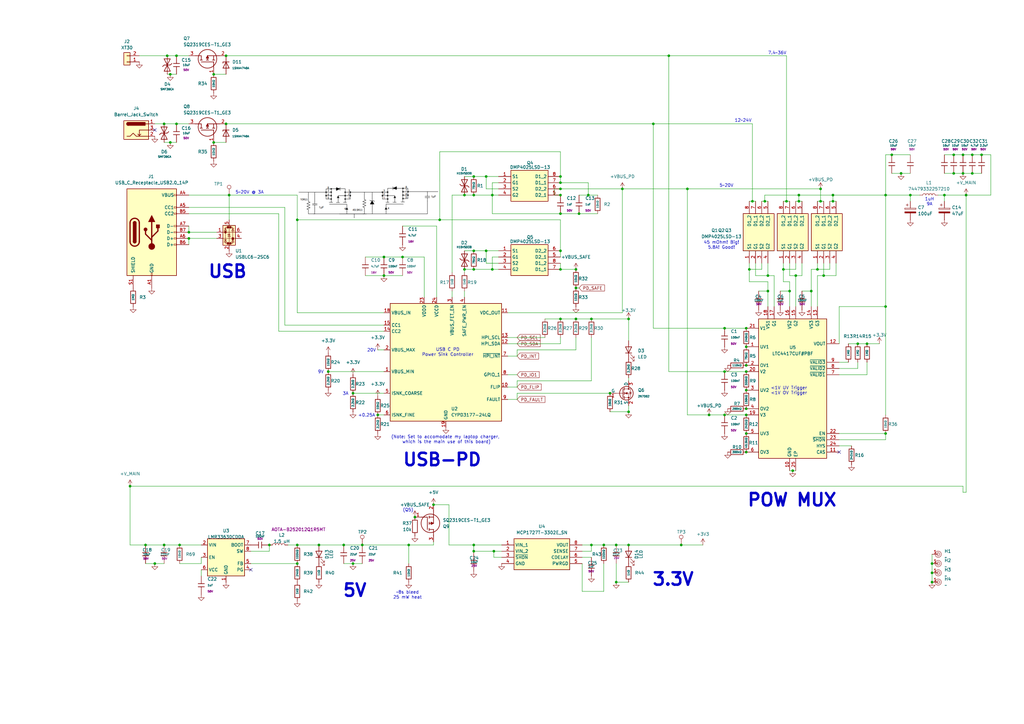
<source format=kicad_sch>
(kicad_sch (version 20250114) (generator "eeschema") (generator_version "9.0")
  (paper "A3")
  (lib_symbols
    (symbol "Connector:Barrel_Jack_Switch" (pin_names (hide yes))
      (property "Reference" "J" (at 0 5.334 0))
      (property "Value" "Barrel_Jack_Switch" (at 0 -5.08 0))
      (symbol "Barrel_Jack_Switch_1_1"
        (pin passive line (at 7.62 2.54 180) (length 2.54) (name "~") (number "1"))
        (pin passive line (at 7.62 0 180) (length 2.54) (name "~") (number "3"))
        (pin passive line (at 7.62 -2.54 180) (length 2.54) (name "~") (number "2"))
      )
    )
    (symbol "Connector:TestPoint" (pin_numbers (hide yes)) (pin_names (offset 0.762) (hide yes))
      (property "Reference" "TP" (at 0 6.858 0))
      (property "Value" "TestPoint" (at 0 5.08 0))
      (symbol "TestPoint_1_1"
        (pin passive line (at 0 0 90) (length 2.54) (name "1") (number "1"))
      )
    )
    (symbol "Connector:USB_C_Receptacle_USB2.0_14P" (pin_names (offset 1.016))
      (property "Reference" "J" (at 0 22.225 0))
      (property "Value" "USB_C_Receptacle_USB2.0_14P" (at 0 19.685 0))
      (symbol "USB_C_Receptacle_USB2.0_14P_1_1"
        (pin passive line (at -7.62 -22.86 90) (length 5.08) (name "SHIELD") (number "S1"))
        (pin passive line (at 0 -22.86 90) (length 5.08) (name "GND") (number "A1"))
        (pin passive line (at 0 -22.86 90) (length 5.08) (hide yes) (name "GND") (number "A12"))
        (pin passive line (at 0 -22.86 90) (length 5.08) (hide yes) (name "GND") (number "B1"))
        (pin passive line (at 0 -22.86 90) (length 5.08) (hide yes) (name "GND") (number "B12"))
        (pin passive line (at 15.24 15.24 180) (length 5.08) (name "VBUS") (number "A4"))
        (pin passive line (at 15.24 15.24 180) (length 5.08) (hide yes) (name "VBUS") (number "A9"))
        (pin passive line (at 15.24 15.24 180) (length 5.08) (hide yes) (name "VBUS") (number "B4"))
        (pin passive line (at 15.24 15.24 180) (length 5.08) (hide yes) (name "VBUS") (number "B9"))
        (pin bidirectional line (at 15.24 10.16 180) (length 5.08) (name "CC1") (number "A5"))
        (pin bidirectional line (at 15.24 7.62 180) (length 5.08) (name "CC2") (number "B5"))
        (pin bidirectional line (at 15.24 2.54 180) (length 5.08) (name "D-") (number "A7"))
        (pin bidirectional line (at 15.24 0 180) (length 5.08) (name "D-") (number "B7"))
        (pin bidirectional line (at 15.24 -2.54 180) (length 5.08) (name "D+") (number "A6"))
        (pin bidirectional line (at 15.24 -5.08 180) (length 5.08) (name "D+") (number "B6"))
      )
    )
    (symbol "Connector_Generic:Conn_01x02" (pin_names (offset 1.016) (hide yes))
      (property "Reference" "J" (at 0 2.54 0))
      (property "Value" "Conn_01x02" (at 0 -5.08 0))
      (symbol "Conn_01x02_1_1"
        (pin passive line (at -5.08 0 0) (length 3.81) (name "Pin_1") (number "1"))
        (pin passive line (at -5.08 -2.54 0) (length 3.81) (name "Pin_2") (number "2"))
      )
    )
    (symbol "DCPower:CYPD3177-24LQ"
      (property "Reference" "U" (at -13.97 21.59 0))
      (property "Value" "CYPD3177-24LQ" (at 10.16 -21.59 0))
      (symbol "CYPD3177-24LQ_1_1"
        (pin power_in line (at -17.78 16.51 0) (length 2.54) (name "VBUS_IN") (number "18"))
        (pin bidirectional line (at -17.78 11.43 0) (length 2.54) (name "CC1") (number "15"))
        (pin bidirectional line (at -17.78 8.89 0) (length 2.54) (name "CC2") (number "14"))
        (pin input line (at -17.78 1.27 0) (length 2.54) (name "VBUS_MAX") (number "2"))
        (pin input line (at -17.78 -7.62 0) (length 2.54) (name "VBUS_MIN") (number "1"))
        (pin input line (at -17.78 -16.51 0) (length 2.54) (name "ISNK_COARSE") (number "5"))
        (pin input line (at -17.78 -25.4 0) (length 2.54) (name "ISNK_FINE") (number "6"))
        (pin no_connect line (at -15.24 5.08 0) (length 2.54) (hide yes) (name "NC") (number "17"))
        (pin no_connect line (at -15.24 2.54 0) (length 2.54) (hide yes) (name "NC") (number "16"))
        (pin power_out line (at -1.27 22.86 270) (length 2.54) (name "VDDD") (number "23"))
        (pin passive line (at 0 -30.48 90) (length 2.54) (hide yes) (name "GND") (number "22"))
        (pin passive line (at 0 -30.48 90) (length 2.54) (hide yes) (name "GND") (number "25"))
        (pin power_out line (at 3.81 22.86 270) (length 2.54) (name "VCCD") (number "24"))
        (pin power_in line (at 7.62 -30.48 90) (length 2.54) (name "GND") (number "19"))
        (pin output line (at 10.16 22.86 270) (length 2.54) (name "VBUS_FET_EN") (number "3"))
        (pin output line (at 15.24 22.86 270) (length 2.54) (name "SAFE_PWR_EN") (number "4"))
        (pin no_connect line (at 15.24 17.78 180) (length 2.54) (hide yes) (name "NC") (number "20"))
        (pin no_connect line (at 15.24 15.24 180) (length 2.54) (hide yes) (name "NC") (number "21"))
        (pin output line (at 33.02 16.51 180) (length 2.54) (name "VDC_OUT") (number "11"))
        (pin bidirectional line (at 33.02 6.35 180) (length 2.54) (name "HPI_SCL") (number "13"))
        (pin bidirectional line (at 33.02 3.81 180) (length 2.54) (name "HPI_SDA") (number "12"))
        (pin input line (at 33.02 -1.27 180) (length 2.54) (name "~{HPI_INT}") (number "7"))
        (pin bidirectional line (at 33.02 -8.89 180) (length 2.54) (name "GPIO_1") (number "8"))
        (pin output line (at 33.02 -13.97 180) (length 2.54) (name "FLIP") (number "10"))
        (pin output line (at 33.02 -19.05 180) (length 2.54) (name "FAULT") (number "9"))
      )
    )
    (symbol "DCPower:DMP4025LSD-13"
      (property "Reference" "Q" (at 21.59 7.62 0))
      (property "Value" "DMP4025LSD-13" (at 21.59 5.08 0))
      (symbol "DMP4025LSD-13_1_1"
        (pin passive line (at 0 0 0) (length 5.08) (name "S1") (number "1"))
        (pin passive line (at 0 -2.54 0) (length 5.08) (name "G1") (number "2"))
        (pin passive line (at 0 -5.08 0) (length 5.08) (name "S2") (number "3"))
        (pin passive line (at 0 -7.62 0) (length 5.08) (name "G2") (number "4"))
        (pin passive line (at 25.4 0 180) (length 5.08) (name "D1_2") (number "8"))
        (pin passive line (at 25.4 -2.54 180) (length 5.08) (name "D1_1") (number "7"))
        (pin passive line (at 25.4 -5.08 180) (length 5.08) (name "D2_2") (number "6"))
        (pin passive line (at 25.4 -7.62 180) (length 5.08) (name "D2_1") (number "5"))
      )
    )
    (symbol "DCPower:LTC4417CUF#PBF"
      (property "Reference" "IC1" (at 35.56 6.4202 0))
      (property "Value" "LTC4417CUF#PBF" (at 35.56 3.8802 0))
      (symbol "LTC4417CUF#PBF_1_1"
        (pin passive line (at 0 25.4 0) (length 5.08) (name "V1") (number "21"))
        (pin passive line (at 0 17.78 0) (length 5.08) (name "UV1") (number "1"))
        (pin passive line (at 0 10.16 0) (length 5.08) (name "OV1") (number "2"))
        (pin passive line (at 0 7.62 0) (length 5.08) (name "V2") (number "20"))
        (pin passive line (at 0 0 0) (length 5.08) (name "UV2") (number "3"))
        (pin passive line (at 0 -7.62 0) (length 5.08) (name "OV2") (number "4"))
        (pin passive line (at 0 -10.16 0) (length 5.08) (name "V3") (number "19"))
        (pin passive line (at 0 -17.78 0) (length 5.08) (name "UV3") (number "5"))
        (pin passive line (at 0 -25.4 0) (length 5.08) (name "OV3") (number "6"))
        (pin passive line (at 8.89 34.29 270) (length 5.08) (name "VS1") (number "18"))
        (pin passive line (at 11.43 34.29 270) (length 5.08) (name "G1") (number "17"))
        (pin passive line (at 17.78 34.29 270) (length 5.08) (name "VS2") (number "16"))
        (pin passive line (at 17.78 -33.02 90) (length 5.08) (name "GND") (number "10"))
        (pin passive line (at 20.32 34.29 270) (length 5.08) (name "G2") (number "15"))
        (pin passive line (at 20.32 -33.02 90) (length 5.08) (name "EP") (number "25"))
        (pin passive line (at 26.67 34.29 270) (length 5.08) (name "VS3") (number "14"))
        (pin passive line (at 29.21 34.29 270) (length 5.08) (name "G3") (number "13"))
        (pin passive line (at 38.1 19.05 180) (length 5.08) (name "VOUT") (number "12"))
        (pin passive line (at 38.1 11.43 180) (length 5.08) (name "~{VALID3}") (number "9"))
        (pin passive line (at 38.1 8.89 180) (length 5.08) (name "~{VALID2}") (number "8"))
        (pin passive line (at 38.1 6.35 180) (length 5.08) (name "~{VALID1}") (number "7"))
        (pin passive line (at 38.1 -17.78 180) (length 5.08) (name "EN") (number "22"))
        (pin passive line (at 38.1 -20.32 180) (length 5.08) (name "~{SHDN}") (number "23"))
        (pin passive line (at 38.1 -22.86 180) (length 5.08) (name "HYS") (number "24"))
        (pin passive line (at 38.1 -25.4 180) (length 5.08) (name "CAS") (number "11"))
      )
    )
    (symbol "DMP4025LSD-13_1"
      (property "Reference" "Q5" (at 12.954 5.588 0))
      (property "Value" "DMP4025LSD-13" (at 12.954 3.81 0))
      (symbol "DMP4025LSD-13_1_1_1"
        (pin passive line (at 0 0 0) (length 5.08) (name "S1") (number "1"))
        (pin passive line (at 0 -2.54 0) (length 5.08) (name "G1") (number "2"))
        (pin passive line (at 0 -5.08 0) (length 5.08) (name "S2") (number "3"))
        (pin passive line (at 0 -7.62 0) (length 5.08) (name "G2") (number "4"))
        (pin passive line (at 25.4 0 180) (length 5.08) (name "D2_2") (number "6"))
        (pin passive line (at 25.4 -2.54 180) (length 5.08) (name "D2_1") (number "5"))
        (pin passive line (at 25.4 -5.08 180) (length 5.08) (name "D1_2") (number "8"))
        (pin passive line (at 25.4 -7.62 180) (length 5.08) (name "D1_1") (number "7"))
      )
    )
    (symbol "Device:C_Polarized" (pin_numbers (hide yes)) (pin_names (offset 0.254))
      (property "Reference" "C" (at 0.635 2.54 0))
      (property "Value" "C_Polarized" (at 0.635 -2.54 0))
      (symbol "C_Polarized_1_1"
        (pin passive line (at 0 3.81 270) (length 2.794) (name "~") (number "1"))
        (pin passive line (at 0 -3.81 90) (length 2.794) (name "~") (number "2"))
      )
    )
    (symbol "Device:L" (pin_numbers (hide yes)) (pin_names (offset 1.016) (hide yes))
      (property "Reference" "L" (at -1.27 0 90))
      (property "Value" "L" (at 1.905 0 90))
      (symbol "L_1_1"
        (pin passive line (at 0 3.81 270) (length 1.27) (name "1") (number "1"))
        (pin passive line (at 0 -3.81 90) (length 1.27) (name "2") (number "2"))
      )
    )
    (symbol "Device:LED" (pin_numbers (hide yes)) (pin_names (offset 1.016) (hide yes))
      (property "Reference" "D" (at 0 2.54 0))
      (property "Value" "LED" (at 0 -2.54 0))
      (symbol "LED_1_1"
        (pin passive line (at -3.81 0 0) (length 2.54) (name "K") (number "1"))
        (pin passive line (at 3.81 0 180) (length 2.54) (name "A") (number "2"))
      )
    )
    (symbol "Device:R" (pin_numbers (hide yes)) (pin_names (offset 0))
      (property "Reference" "R" (at 2.032 0 90))
      (property "Value" "R" (at 0 0 90))
      (symbol "R_1_1"
        (pin passive line (at 0 3.81 270) (length 1.27) (name "~") (number "1"))
        (pin passive line (at 0 -3.81 90) (length 1.27) (name "~") (number "2"))
      )
    )
    (symbol "NXP_Cup_Finals_LuckyBadgers:MCP1727T-3302E_SN"
      (property "Reference" "U" (at 29.21 7.62 0))
      (property "Value" "MCP1727T-3302E_SN" (at 29.21 5.08 0))
      (symbol "MCP1727T-3302E_SN_1_1"
        (pin passive line (at 0 0 0) (length 5.08) (name "VIN_1") (number "1"))
        (pin passive line (at 0 -2.54 0) (length 5.08) (name "VIN_2") (number "2"))
        (pin passive line (at 0 -5.08 0) (length 5.08) (name "~{SHDN}") (number "3"))
        (pin passive line (at 0 -7.62 0) (length 5.08) (name "GND") (number "4"))
        (pin passive line (at 33.02 0 180) (length 5.08) (name "VOUT") (number "8"))
        (pin passive line (at 33.02 -2.54 180) (length 5.08) (name "SENSE") (number "7"))
        (pin passive line (at 33.02 -5.08 180) (length 5.08) (name "CDELAY") (number "6"))
        (pin passive line (at 33.02 -7.62 180) (length 5.08) (name "PWRGD") (number "5"))
      )
    )
    (symbol "PCM_JLCPCB-Capacitors:0603,100nF" (pin_numbers (hide yes)) (pin_names (offset 0))
      (property "Reference" "C" (at 2.032 1.668 0))
      (property "Value" "100nF" (at 2.032 -0.3782 0))
      (property "Voltage Rated" "50V" (at 2.032 -2.0462 0))
      (symbol "0603,100nF_1_1"
        (pin passive line (at 0 3.81 270) (length 3.175) (name "~") (number "1"))
        (pin passive line (at 0 -3.81 90) (length 3.175) (name "~") (number "2"))
      )
    )
    (symbol "PCM_JLCPCB-Capacitors:0603,1nF" (pin_numbers (hide yes)) (pin_names (offset 0))
      (property "Reference" "C" (at 2.032 1.668 0))
      (property "Value" "1nF" (at 2.032 -0.3782 0))
      (property "Voltage Rated" "50V" (at 2.032 -2.0462 0))
      (symbol "0603,1nF_1_1"
        (pin passive line (at 0 3.81 270) (length 3.175) (name "~") (number "1"))
        (pin passive line (at 0 -3.81 90) (length 3.175) (name "~") (number "2"))
      )
    )
    (symbol "PCM_JLCPCB-Capacitors:0603,1uF" (pin_numbers (hide yes)) (pin_names (offset 0))
      (property "Reference" "C" (at 2.032 1.668 0))
      (property "Value" "1uF" (at 2.032 -0.3782 0))
      (property "Voltage Rated" "50V" (at 2.032 -2.0462 0))
      (symbol "0603,1uF_1_1"
        (pin passive line (at 0 3.81 270) (length 3.175) (name "~") (number "1"))
        (pin passive line (at 0 -3.81 90) (length 3.175) (name "~") (number "2"))
      )
    )
    (symbol "PCM_JLCPCB-Capacitors:0603,4.7uF" (pin_numbers (hide yes)) (pin_names (offset 0))
      (property "Reference" "C" (at 2.032 1.668 0))
      (property "Value" "4.7uF" (at 2.032 -0.3782 0))
      (property "Voltage Rated" "16V" (at 2.032 -2.0462 0))
      (symbol "0603,4.7uF_1_1"
        (pin passive line (at 0 3.81 270) (length 3.175) (name "~") (number "1"))
        (pin passive line (at 0 -3.81 90) (length 3.175) (name "~") (number "2"))
      )
    )
    (symbol "PCM_JLCPCB-Capacitors:0805,10uF" (pin_numbers (hide yes)) (pin_names (offset 0))
      (property "Reference" "C" (at 2.032 1.668 0))
      (property "Value" "10uF" (at 2.032 -0.3782 0))
      (property "Voltage Rated" "25V" (at 2.032 -2.0462 0))
      (symbol "0805,10uF_1_1"
        (pin passive line (at 0 3.81 270) (length 3.175) (name "~") (number "1"))
        (pin passive line (at 0 -3.81 90) (length 3.175) (name "~") (number "2"))
      )
    )
    (symbol "PCM_JLCPCB-Capacitors:0805,10uF,(2)" (pin_numbers (hide yes)) (pin_names (offset 0))
      (property "Reference" "C" (at 2.032 1.668 0))
      (property "Value" "10uF" (at 2.032 -0.3782 0))
      (property "Voltage Rated" "50V" (at 2.032 -2.0462 0))
      (symbol "0805,10uF,(2)_1_1"
        (pin passive line (at 0 3.81 270) (length 3.175) (name "~") (number "1"))
        (pin passive line (at 0 -3.81 90) (length 3.175) (name "~") (number "2"))
      )
    )
    (symbol "PCM_JLCPCB-Capacitors:0805,1uF" (pin_numbers (hide yes)) (pin_names (offset 0))
      (property "Reference" "C" (at 2.032 1.668 0))
      (property "Value" "1uF" (at 2.032 -0.3782 0))
      (property "Voltage Rated" "50V" (at 2.032 -2.0462 0))
      (symbol "0805,1uF_1_1"
        (pin passive line (at 0 3.81 270) (length 3.175) (name "~") (number "1"))
        (pin passive line (at 0 -3.81 90) (length 3.175) (name "~") (number "2"))
      )
    )
    (symbol "PCM_JLCPCB-Capacitors:0805,2.2uF" (pin_numbers (hide yes)) (pin_names (offset 0))
      (property "Reference" "C" (at 2.032 1.668 0))
      (property "Value" "2.2uF" (at 2.032 -0.3782 0))
      (property "Voltage Rated" "50V" (at 2.032 -2.0462 0))
      (symbol "0805,2.2uF_1_1"
        (pin passive line (at 0 3.81 270) (length 3.175) (name "~") (number "1"))
        (pin passive line (at 0 -3.81 90) (length 3.175) (name "~") (number "2"))
      )
    )
    (symbol "PCM_JLCPCB-Capacitors:0805,220nF" (pin_numbers (hide yes)) (pin_names (offset 0))
      (property "Reference" "C" (at 2.032 1.668 0))
      (property "Value" "220nF" (at 2.032 -0.3782 0))
      (property "Voltage Rated" "50V" (at 2.032 -2.0462 0))
      (symbol "0805,220nF_1_1"
        (pin passive line (at 0 3.81 270) (length 3.175) (name "~") (number "1"))
        (pin passive line (at 0 -3.81 90) (length 3.175) (name "~") (number "2"))
      )
    )
    (symbol "PCM_JLCPCB-Capacitors:0805,22uF" (pin_numbers (hide yes)) (pin_names (offset 0))
      (property "Reference" "C" (at 2.032 1.668 0))
      (property "Value" "22uF" (at 2.032 -0.3782 0))
      (property "Voltage Rated" "25V" (at 2.032 -2.0462 0))
      (symbol "0805,22uF_1_1"
        (pin passive line (at 0 3.81 270) (length 3.175) (name "~") (number "1"))
        (pin passive line (at 0 -3.81 90) (length 3.175) (name "~") (number "2"))
      )
    )
    (symbol "PCM_JLCPCB-Capacitors:1206,10uF" (pin_numbers (hide yes)) (pin_names (offset 0))
      (property "Reference" "C" (at 2.032 1.668 0))
      (property "Value" "10uF" (at 2.032 -0.3782 0))
      (property "Voltage Rated" "50V" (at 2.032 -2.0462 0))
      (symbol "1206,10uF_1_1"
        (pin passive line (at 0 3.81 270) (length 3.175) (name "~") (number "1"))
        (pin passive line (at 0 -3.81 90) (length 3.175) (name "~") (number "2"))
      )
    )
    (symbol "PCM_JLCPCB-Capacitors:1206,4.7uF" (pin_numbers (hide yes)) (pin_names (offset 0))
      (property "Reference" "C" (at 2.032 1.668 0))
      (property "Value" "4.7uF" (at 2.032 -0.3782 0))
      (property "Voltage Rated" "50V" (at 2.032 -2.0462 0))
      (symbol "1206,4.7uF_1_1"
        (pin passive line (at 0 3.81 270) (length 3.175) (name "~") (number "1"))
        (pin passive line (at 0 -3.81 90) (length 3.175) (name "~") (number "2"))
      )
    )
    (symbol "PCM_JLCPCB-Diodes:TVS-Bi,H15VSD3B" (pin_numbers (hide yes)) (pin_names (offset 0))
      (property "Reference" "D" (at 2.032 0.834 0))
      (property "Value" "H15VSD3B" (at 2.032 -1.2122 0))
      (symbol "TVS-Bi,H15VSD3B_1_1"
        (pin passive line (at 0 3.81 270) (length 3.81) (name "~") (number "2"))
        (pin passive line (at 0 -3.81 90) (length 3.81) (name "~") (number "1"))
      )
    )
    (symbol "PCM_JLCPCB-Diodes:TVS-Bi,SMF36CA" (pin_numbers (hide yes)) (pin_names (offset 0))
      (property "Reference" "D" (at 2.032 0.834 0))
      (property "Value" "SMF36CA" (at 2.032 -1.2122 0))
      (symbol "TVS-Bi,SMF36CA_1_1"
        (pin passive line (at 0 3.81 270) (length 3.81) (name "~") (number "2"))
        (pin passive line (at 0 -3.81 90) (length 3.81) (name "~") (number "1"))
      )
    )
    (symbol "PCM_JLCPCB-Diodes:Zener,1SMA4740A" (pin_numbers (hide yes)) (pin_names (offset 0))
      (property "Reference" "D" (at 2.032 0.834 0))
      (property "Value" "1SMA4740A" (at 2.032 -1.2122 0))
      (symbol "Zener,1SMA4740A_1_1"
        (pin passive line (at 0 3.81 270) (length 3.81) (name "~") (number "2"))
        (pin passive line (at 0 -3.81 90) (length 3.81) (name "~") (number "1"))
      )
    )
    (symbol "PCM_JLCPCB-Manufacturing:Mounting Hole, 3mm, Via Stiched"
      (property "Reference" "H" (at 2.286 0 0))
      (symbol "Mounting Hole, 3mm, Via Stiched_1_1"
        (pin passive line (at -2.54 0 0) (length 2.54) (name "") (number "1"))
      )
    )
    (symbol "PCM_JLCPCB-Resistors:0603,100kΩ" (pin_numbers (hide yes)) (pin_names (offset 0))
      (property "Reference" "R" (at 1.778 0 0))
      (property "Value" "100kΩ" (at 0 0 90))
      (symbol "0603,100kΩ_1_1"
        (pin passive line (at 0 3.81 270) (length 1.27) (name "~") (number "1"))
        (pin passive line (at 0 -3.81 90) (length 1.27) (name "~") (number "2"))
      )
    )
    (symbol "PCM_JLCPCB-Resistors:0603,10kΩ" (pin_numbers (hide yes)) (pin_names (offset 0))
      (property "Reference" "R" (at 1.778 0 0))
      (property "Value" "10kΩ" (at 0 0 90))
      (symbol "0603,10kΩ_1_1"
        (pin passive line (at 0 3.81 270) (length 1.27) (name "~") (number "1"))
        (pin passive line (at 0 -3.81 90) (length 1.27) (name "~") (number "2"))
      )
    )
    (symbol "PCM_JLCPCB-Resistors:0603,110kΩ" (pin_numbers (hide yes)) (pin_names (offset 0))
      (property "Reference" "R" (at 1.778 0 0))
      (property "Value" "110kΩ" (at 0 0 90))
      (symbol "0603,110kΩ_1_1"
        (pin passive line (at 0 3.81 270) (length 1.27) (name "~") (number "1"))
        (pin passive line (at 0 -3.81 90) (length 1.27) (name "~") (number "2"))
      )
    )
    (symbol "PCM_JLCPCB-Resistors:0603,150kΩ" (pin_numbers (hide yes)) (pin_names (offset 0))
      (property "Reference" "R" (at 1.778 0 0))
      (property "Value" "150kΩ" (at 0 0 90))
      (symbol "0603,150kΩ_1_1"
        (pin passive line (at 0 3.81 270) (length 1.27) (name "~") (number "1"))
        (pin passive line (at 0 -3.81 90) (length 1.27) (name "~") (number "2"))
      )
    )
    (symbol "PCM_JLCPCB-Resistors:0603,1MΩ" (pin_numbers (hide yes)) (pin_names (offset 0))
      (property "Reference" "R" (at 1.778 0 0))
      (property "Value" "1MΩ" (at 0 0 90))
      (symbol "0603,1MΩ_1_1"
        (pin passive line (at 0 3.81 270) (length 1.27) (name "~") (number "1"))
        (pin passive line (at 0 -3.81 90) (length 1.27) (name "~") (number "2"))
      )
    )
    (symbol "PCM_JLCPCB-Resistors:0603,1kΩ" (pin_numbers (hide yes)) (pin_names (offset 0))
      (property "Reference" "R" (at 1.778 0 0))
      (property "Value" "1kΩ" (at 0 0 90))
      (symbol "0603,1kΩ_1_1"
        (pin passive line (at 0 3.81 270) (length 1.27) (name "~") (number "1"))
        (pin passive line (at 0 -3.81 90) (length 1.27) (name "~") (number "2"))
      )
    )
    (symbol "PCM_JLCPCB-Resistors:0603,2.2kΩ" (pin_numbers (hide yes)) (pin_names (offset 0))
      (property "Reference" "R" (at 1.778 0 0))
      (property "Value" "2.2kΩ" (at 0 0 90))
      (symbol "0603,2.2kΩ_1_1"
        (pin passive line (at 0 3.81 270) (length 1.27) (name "~") (number "1"))
        (pin passive line (at 0 -3.81 90) (length 1.27) (name "~") (number "2"))
      )
    )
    (symbol "PCM_JLCPCB-Resistors:0603,200kΩ" (pin_numbers (hide yes)) (pin_names (offset 0))
      (property "Reference" "R" (at 1.778 0 0))
      (property "Value" "200kΩ" (at 0 0 90))
      (symbol "0603,200kΩ_1_1"
        (pin passive line (at 0 3.81 270) (length 1.27) (name "~") (number "1"))
        (pin passive line (at 0 -3.81 90) (length 1.27) (name "~") (number "2"))
      )
    )
    (symbol "PCM_JLCPCB-Resistors:0603,240kΩ" (pin_numbers (hide yes)) (pin_names (offset 0))
      (property "Reference" "R" (at 1.778 0 0))
      (property "Value" "240kΩ" (at 0 0 90))
      (symbol "0603,240kΩ_1_1"
        (pin passive line (at 0 3.81 270) (length 1.27) (name "~") (number "1"))
        (pin passive line (at 0 -3.81 90) (length 1.27) (name "~") (number "2"))
      )
    )
    (symbol "PCM_JLCPCB-Resistors:0603,24kΩ" (pin_numbers (hide yes)) (pin_names (offset 0))
      (property "Reference" "R" (at 1.778 0 0))
      (property "Value" "24kΩ" (at 0 0 90))
      (symbol "0603,24kΩ_1_1"
        (pin passive line (at 0 3.81 270) (length 1.27) (name "~") (number "1"))
        (pin passive line (at 0 -3.81 90) (length 1.27) (name "~") (number "2"))
      )
    )
    (symbol "PCM_JLCPCB-Resistors:0603,300kΩ" (pin_numbers (hide yes)) (pin_names (offset 0))
      (property "Reference" "R" (at 1.778 0 0))
      (property "Value" "300kΩ" (at 0 0 90))
      (symbol "0603,300kΩ_1_1"
        (pin passive line (at 0 3.81 270) (length 1.27) (name "~") (number "1"))
        (pin passive line (at 0 -3.81 90) (length 1.27) (name "~") (number "2"))
      )
    )
    (symbol "PCM_JLCPCB-Resistors:0603,49.9kΩ" (pin_numbers (hide yes)) (pin_names (offset 0))
      (property "Reference" "R" (at 1.778 0 0))
      (property "Value" "49.9kΩ" (at 0 0 90))
      (symbol "0603,49.9kΩ_1_1"
        (pin passive line (at 0 3.81 270) (length 1.27) (name "~") (number "1"))
        (pin passive line (at 0 -3.81 90) (length 1.27) (name "~") (number "2"))
      )
    )
    (symbol "PCM_JLCPCB-Resistors:0603,75kΩ" (pin_numbers (hide yes)) (pin_names (offset 0))
      (property "Reference" "R" (at 1.778 0 0))
      (property "Value" "75kΩ" (at 0 0 90))
      (symbol "0603,75kΩ_1_1"
        (pin passive line (at 0 3.81 270) (length 1.27) (name "~") (number "1"))
        (pin passive line (at 0 -3.81 90) (length 1.27) (name "~") (number "2"))
      )
    )
    (symbol "PCM_JLCPCB-Resistors:0805,10kΩ" (pin_numbers (hide yes)) (pin_names (offset 0))
      (property "Reference" "R" (at 1.778 0 0))
      (property "Value" "10kΩ" (at 0 0 90))
      (symbol "0805,10kΩ_1_1"
        (pin passive line (at 0 3.81 270) (length 1.27) (name "~") (number "1"))
        (pin passive line (at 0 -3.81 90) (length 1.27) (name "~") (number "2"))
      )
    )
    (symbol "PCM_JLCPCB-Transistors:NMOS,2N7002" (pin_names (offset 0))
      (property "Reference" "Q" (at 4.8514 0.834 0))
      (property "Value" "2N7002" (at 4.8514 -1.2122 0))
      (symbol "NMOS,2N7002_1_1"
        (pin input line (at -5.08 0 0) (length 2.54) (name "G") (number "1"))
        (pin passive line (at 2.54 5.08 270) (length 2.54) (name "D") (number "3"))
        (pin passive line (at 2.54 -5.08 90) (length 2.54) (name "S") (number "2"))
      )
    )
    (symbol "Power_Protection:USBLC6-2SC6" (pin_names (hide yes))
      (property "Reference" "U" (at 0.635 5.715 0))
      (property "Value" "USBLC6-2SC6" (at 0.635 3.81 0))
      (symbol "USBLC6-2SC6_1_1"
        (pin passive line (at -5.08 0 0) (length 2.54) (name "I/O1") (number "1"))
        (pin passive line (at -5.08 -2.54 0) (length 2.54) (name "I/O2") (number "3"))
        (pin passive line (at 0 5.08 270) (length 2.54) (name "VBUS") (number "5"))
        (pin passive line (at 0 -7.62 90) (length 2.54) (name "GND") (number "2"))
        (pin passive line (at 5.08 0 180) (length 2.54) (name "I/O1") (number "6"))
        (pin passive line (at 5.08 -2.54 180) (length 2.54) (name "I/O2") (number "4"))
      )
    )
    (symbol "Regulator_Switching:LMR33630CDDA"
      (property "Reference" "U" (at 0 11.43 0))
      (property "Value" "LMR33630CDDA" (at 0 8.89 0))
      (symbol "LMR33630CDDA_1_1"
        (pin power_in line (at -10.16 5.08 0) (length 2.54) (name "VIN") (number "2"))
        (pin input line (at -10.16 0 0) (length 2.54) (name "EN") (number "3"))
        (pin power_out line (at -10.16 -5.08 0) (length 2.54) (name "VCC") (number "6"))
        (pin power_in line (at 0 -10.16 90) (length 2.54) (name "GND") (number "1"))
        (pin passive line (at 0 -10.16 90) (length 2.54) (hide yes) (name "GND") (number "9"))
        (pin input line (at 10.16 5.08 180) (length 2.54) (name "BOOT") (number "7"))
        (pin output line (at 10.16 2.54 180) (length 2.54) (name "SW") (number "8"))
        (pin input line (at 10.16 -2.54 180) (length 2.54) (name "FB") (number "5"))
        (pin open_collector line (at 10.16 -5.08 180) (length 2.54) (name "PG") (number "4"))
      )
    )
    (symbol "Temp-Monitor:SQ2319CES-T1_GE3" (pin_names (hide yes))
      (property "Reference" "Q" (at 11.43 3.81 0))
      (property "Value" "SQ2319CES-T1_GE3" (at 11.43 1.27 0))
      (symbol "SQ2319CES-T1_GE3_1_1"
        (pin passive line (at 0 0 0) (length 2.54) (name "G") (number "1"))
        (pin passive line (at 7.62 10.16 270) (length 2.54) (name "D") (number "3"))
        (pin passive line (at 7.62 -5.08 90) (length 2.54) (name "S") (number "2"))
      )
    )
    (symbol "power:+1V0" (power) (pin_numbers (hide yes)) (pin_names (offset 0) (hide yes))
      (property "Value" "+1V0" (at 0 3.556 0))
      (symbol "+1V0_1_1"
        (pin power_in line (at 0 0 90) (length 0) (name "~") (number "1"))
      )
    )
    (symbol "power:+3.3V" (power) (pin_numbers (hide yes)) (pin_names (offset 0) (hide yes))
      (property "Value" "+3.3V" (at 0 3.556 0))
      (symbol "+3.3V_1_1"
        (pin power_in line (at 0 0 90) (length 0) (name "~") (number "1"))
      )
    )
    (symbol "power:+3V3" (power) (pin_numbers (hide yes)) (pin_names (offset 0) (hide yes))
      (property "Value" "+3V3" (at 0 3.556 0))
      (symbol "+3V3_1_1"
        (pin power_in line (at 0 0 90) (length 0) (name "~") (number "1"))
      )
    )
    (symbol "power:+5V" (power) (pin_numbers (hide yes)) (pin_names (offset 0) (hide yes))
      (property "Value" "+5V" (at 0 3.556 0))
      (symbol "+5V_1_1"
        (pin power_in line (at 0 0 90) (length 0) (name "~") (number "1"))
      )
    )
    (symbol "power:+5VD" (power) (pin_numbers (hide yes)) (pin_names (offset 0) (hide yes))
      (property "Value" "+5VD" (at 0 3.556 0))
      (symbol "+5VD_1_1"
        (pin power_in line (at 0 0 90) (length 0) (name "~") (number "1"))
      )
    )
    (symbol "power:GND" (power) (pin_numbers (hide yes)) (pin_names (offset 0) (hide yes))
      (property "Value" "GND" (at 0 -3.81 0))
      (symbol "GND_1_1"
        (pin power_in line (at 0 0 270) (length 0) (name "~") (number "1"))
      )
    )
  )
  (text "5~20V @ 3A" (at 102.362 78.994 0) (effects (font (size 1.27 1.27))))
  (text "12~24V" (at 304.8 49.53 0) (effects (font (size 1.27 1.27))))
  (text "USB-PD" (at 181.356 188.722 0) (effects (font (size 5.08 5.08) (thickness 1.016) (bold yes))))
  (text "3A" (at 141.732 161.544 0) (effects (font (size 1.27 1.27))))
  (text "~8s bleed\n25 mW heat" (at 167.132 244.094 0) (effects (font (size 1.27 1.27))))
  (text "+0.25A" (at 150.368 170.434 0) (effects (font (size 1.27 1.27))))
  (text "POW MUX" (at 324.866 205.232 0) (effects (font (size 5.08 5.08) (thickness 1.016) (bold yes))))
  (text "45 mOhm! Big!\n5.8A! Good!" (at 295.91 100.584 0) (effects (font (size 1.27 1.27))))
  (text "(Q5)" (at 167.386 209.296 0) (effects (font (size 1.27 1.27))))
  (text "9V" (at 131.572 152.654 0) (effects (font (size 1.27 1.27))))
  (text "3.3V" (at 276.098 237.744 0) (effects (font (size 5.08 5.08) (thickness 1.016) (bold yes))))
  (text "7.4~36V" (at 318.77 21.844 0) (effects (font (size 1.27 1.27))))
  (text "5~20V" (at 297.942 76.2 0) (effects (font (size 1.27 1.27))))
  (text "20V" (at 152.4 143.764 0) (effects (font (size 1.27 1.27))))
  (text "<1V UV Trigger\n<1V OV Trigger" (at 323.596 160.274 0) (effects (font (size 1.27 1.27))))
  (text "1uH\n9A" (at 381.254 82.804 0) (effects (font (size 1.27 1.27))))
  (text "5V" (at 145.542 242.316 0) (effects (font (size 5.08 5.08) (thickness 1.016) (bold yes))))
  (text "(Note: Set to accomodate my laptop charger, \nwhich is the main use of this board)" (at 183.134 180.34 0) (effects (font (size 1.27 1.27))))
  (text "USB" (at 93.345 111.506 0) (effects (font (size 5.08 5.08) (thickness 1.016) (bold yes))))
  (text "USB C PD\nPower Sink Controller" (at 183.642 144.526 0) (effects (font (size 1.27 1.27))))
  (junction (at 201.93 80.01))
  (junction (at 267.97 50.8))
  (junction (at 323.85 119.38))
  (junction (at 194.31 226.06))
  (junction (at 194.31 110.49))
  (junction (at 257.81 130.81))
  (junction (at 72.39 22.86))
  (junction (at 314.96 113.03))
  (junction (at 242.57 130.81))
  (junction (at 306.07 185.42))
  (junction (at 157.48 113.03))
  (junction (at 67.31 50.8))
  (junction (at 355.6 140.97))
  (junction (at 394.97 71.12))
  (junction (at 121.92 231.14))
  (junction (at 281.94 77.47))
  (junction (at 336.55 77.47))
  (junction (at 242.57 223.52))
  (junction (at 229.87 110.49))
  (junction (at 199.39 102.87))
  (junction (at 322.58 82.55))
  (junction (at 170.18 212.09))
  (junction (at 391.16 63.5))
  (junction (at 199.39 72.39))
  (junction (at 63.5 231.14))
  (junction (at 59.69 223.52))
  (junction (at 177.8 207.01))
  (junction (at 229.87 72.39))
  (junction (at 297.18 134.62))
  (junction (at 402.59 63.5))
  (junction (at 77.47 95.25))
  (junction (at 229.87 74.93))
  (junction (at 327.66 80.01))
  (junction (at 306.07 134.62))
  (junction (at 69.85 58.42))
  (junction (at 365.76 63.5))
  (junction (at 194.31 80.01))
  (junction (at 252.73 238.76))
  (junction (at 144.78 161.29))
  (junction (at 341.63 82.55))
  (junction (at 257.81 223.52))
  (junction (at 165.1 105.41))
  (junction (at 341.63 80.01))
  (junction (at 121.92 223.52))
  (junction (at 87.63 58.42))
  (junction (at 306.07 167.64))
  (junction (at 325.12 193.04))
  (junction (at 229.87 77.47))
  (junction (at 391.16 71.12))
  (junction (at 92.71 50.8))
  (junction (at 87.63 30.48))
  (junction (at 382.27 231.14))
  (junction (at 92.71 22.86))
  (junction (at 202.565 226.06))
  (junction (at 190.5 80.01))
  (junction (at 382.27 234.95))
  (junction (at 326.39 113.03))
  (junction (at 308.61 82.55))
  (junction (at 140.97 223.52))
  (junction (at 229.87 87.63))
  (junction (at 321.31 110.49))
  (junction (at 337.82 113.03))
  (junction (at 314.96 119.38))
  (junction (at 327.66 82.55))
  (junction (at 297.18 152.4))
  (junction (at 93.98 80.01))
  (junction (at 241.3 80.01))
  (junction (at 67.31 223.52))
  (junction (at 382.27 238.76))
  (junction (at 307.34 110.49))
  (junction (at 394.97 63.5))
  (junction (at 77.47 97.79))
  (junction (at 148.59 223.52))
  (junction (at 121.92 90.17))
  (junction (at 250.19 161.29))
  (junction (at 194.31 72.39))
  (junction (at 335.28 110.49))
  (junction (at 290.83 170.18))
  (junction (at 351.79 140.97))
  (junction (at 68.58 22.86))
  (junction (at 252.73 223.52))
  (junction (at 69.85 30.48))
  (junction (at 274.32 22.86))
  (junction (at 229.87 80.01))
  (junction (at 336.55 82.55))
  (junction (at 236.22 118.11))
  (junction (at 180.34 90.17))
  (junction (at 255.27 77.47))
  (junction (at 387.35 80.01))
  (junction (at 53.34 199.39))
  (junction (at 157.48 105.41))
  (junction (at 229.87 130.81))
  (junction (at 236.22 110.49))
  (junction (at 279.4 223.52))
  (junction (at 194.31 102.87))
  (junction (at 194.31 223.52))
  (junction (at 134.62 152.4))
  (junction (at 72.39 50.8))
  (junction (at 247.65 223.52))
  (junction (at 369.57 71.12))
  (junction (at 229.87 102.87))
  (junction (at 363.22 177.8))
  (junction (at 398.78 71.12))
  (junction (at 306.07 152.4))
  (junction (at 237.49 87.63))
  (junction (at 398.78 63.5))
  (junction (at 144.78 231.14))
  (junction (at 363.22 80.01))
  (junction (at 190.5 110.49))
  (junction (at 201.93 110.49))
  (junction (at 396.24 80.01))
  (junction (at 130.81 223.52))
  (junction (at 257.81 168.91))
  (junction (at 373.38 80.01))
  (junction (at 306.07 149.86))
  (junction (at 313.69 82.55))
  (junction (at 154.94 170.18))
  (junction (at 332.74 119.38))
  (junction (at 167.64 223.52))
  (junction (at 306.07 142.24))
  (junction (at 363.22 125.73))
  (junction (at 110.49 223.52))
  (junction (at 236.22 130.81))
  (junction (at 306.07 160.02))
  (junction (at 73.66 223.52))
  (junction (at 297.18 170.18))
  (junction (at 306.07 170.18))
  (junction (at 306.07 177.8))
  (no_connect (at 344.17 185.42))
  (no_connect (at 102.87 233.68))
  (no_connect (at 63.5 53.34))
  (wire (pts (xy 394.97 199.39) (xy 53.34 199.39)))
  (wire (pts (xy 229.87 102.87) (xy 229.87 90.17)))
  (wire (pts (xy 157.48 135.89) (xy 114.3 135.89)))
  (wire (pts (xy 204.47 105.41) (xy 201.93 105.41)))
  (wire (pts (xy 336.55 82.55) (xy 337.82 82.55)))
  (wire (pts (xy 190.5 102.87) (xy 194.31 102.87)))
  (wire (pts (xy 57.15 22.86) (xy 68.58 22.86)))
  (wire (pts (xy 121.92 223.52) (xy 130.81 223.52)))
  (wire (pts (xy 317.5 113.03) (xy 314.96 113.03)))
  (wire (pts (xy 402.59 63.5) (xy 406.4 63.5)))
  (wire (pts (xy 402.59 71.12) (xy 398.78 71.12)))
  (wire (pts (xy 323.85 107.95) (xy 323.85 113.03)))
  (wire (pts (xy 312.42 82.55) (xy 313.69 82.55)))
  (wire (pts (xy 208.28 140.97) (xy 229.87 140.97)))
  (wire (pts (xy 205.74 226.06) (xy 202.565 226.06)))
  (wire (pts (xy 237.49 118.11) (xy 236.22 118.11)))
  (wire (pts (xy 252.73 223.52) (xy 257.81 223.52)))
  (wire (pts (xy 326.39 82.55) (xy 327.66 82.55)))
  (wire (pts (xy 322.58 22.86) (xy 322.58 82.55)))
  (wire (pts (xy 307.34 82.55) (xy 308.61 82.55)))
  (wire (pts (xy 92.71 58.42) (xy 87.63 58.42)))
  (wire (pts (xy 342.9 113.03) (xy 342.9 107.95)))
  (wire (pts (xy 307.34 115.57) (xy 307.34 110.49)))
  (wire (pts (xy 335.28 113.03) (xy 337.82 113.03)))
  (wire (pts (xy 190.5 110.49) (xy 194.31 110.49)))
  (wire (pts (xy 344.17 125.73) (xy 363.22 125.73)))
  (wire (pts (xy 93.98 80.01) (xy 121.92 80.01)))
  (wire (pts (xy 274.32 152.4) (xy 297.18 152.4)))
  (wire (pts (xy 229.87 138.43) (xy 229.87 140.97)))
  (wire (pts (xy 82.55 228.6) (xy 82.55 231.14)))
  (wire (pts (xy 363.22 80.01) (xy 373.38 80.01)))
  (wire (pts (xy 332.74 119.38) (xy 332.74 125.73)))
  (wire (pts (xy 327.66 80.01) (xy 341.63 80.01)))
  (wire (pts (xy 67.31 223.52) (xy 73.66 223.52)))
  (wire (pts (xy 199.39 77.47) (xy 199.39 72.39)))
  (wire (pts (xy 77.47 50.8) (xy 72.39 50.8)))
  (wire (pts (xy 387.35 82.55) (xy 387.35 80.01)))
  (wire (pts (xy 257.81 166.37) (xy 257.81 168.91)))
  (wire (pts (xy 335.28 110.49) (xy 340.36 110.49)))
  (wire (pts (xy 394.97 63.5) (xy 398.78 63.5)))
  (wire (pts (xy 194.31 102.87) (xy 199.39 102.87)))
  (wire (pts (xy 314.96 119.38) (xy 314.96 115.57)))
  (wire (pts (xy 212.09 146.05) (xy 212.09 143.51)))
  (wire (pts (xy 67.31 50.8) (xy 63.5 50.8)))
  (wire (pts (xy 363.22 80.01) (xy 363.22 63.5)))
  (wire (pts (xy 118.11 223.52) (xy 121.92 223.52)))
  (wire (pts (xy 77.47 22.86) (xy 72.39 22.86)))
  (wire (pts (xy 148.59 223.52) (xy 167.64 223.52)))
  (wire (pts (xy 314.96 119.38) (xy 311.15 119.38)))
  (wire (pts (xy 204.47 80.01) (xy 201.93 80.01)))
  (wire (pts (xy 121.92 90.17) (xy 180.34 90.17)))
  (wire (pts (xy 335.28 125.73) (xy 335.28 113.03)))
  (wire (pts (xy 255.27 77.47) (xy 255.27 128.27)))
  (wire (pts (xy 344.17 153.67) (xy 355.6 153.67)))
  (wire (pts (xy 257.81 223.52) (xy 279.4 223.52)))
  (wire (pts (xy 53.34 223.52) (xy 59.69 223.52)))
  (wire (pts (xy 344.17 180.34) (xy 363.22 180.34)))
  (wire (pts (xy 398.78 63.5) (xy 402.59 63.5)))
  (wire (pts (xy 229.87 87.63) (xy 237.49 87.63)))
  (wire (pts (xy 326.39 113.03) (xy 326.39 125.73)))
  (wire (pts (xy 190.5 111.76) (xy 190.5 110.49)))
  (wire (pts (xy 309.88 107.95) (xy 309.88 113.03)))
  (wire (pts (xy 290.83 170.18) (xy 297.18 170.18)))
  (wire (pts (xy 363.22 80.01) (xy 363.22 125.73)))
  (wire (pts (xy 208.28 146.05) (xy 212.09 146.05)))
  (wire (pts (xy 369.57 71.12) (xy 373.38 71.12)))
  (wire (pts (xy 242.57 130.81) (xy 236.22 130.81)))
  (wire (pts (xy 347.98 148.59) (xy 344.17 148.59)))
  (wire (pts (xy 212.09 156.21) (xy 242.57 156.21)))
  (wire (pts (xy 396.24 80.01) (xy 396.24 201.93)))
  (wire (pts (xy 202.565 226.06) (xy 194.31 226.06)))
  (wire (pts (xy 236.22 138.43) (xy 236.22 143.51)))
  (wire (pts (xy 238.76 226.06) (xy 242.57 226.06)))
  (wire (pts (xy 229.87 62.23) (xy 180.34 62.23)))
  (wire (pts (xy 314.96 115.57) (xy 307.34 115.57)))
  (wire (pts (xy 323.85 115.57) (xy 321.31 115.57)))
  (wire (pts (xy 72.39 22.86) (xy 68.58 22.86)))
  (wire (pts (xy 363.22 177.8) (xy 363.22 180.34)))
  (wire (pts (xy 173.99 105.41) (xy 165.1 105.41)))
  (wire (pts (xy 63.5 231.14) (xy 67.31 231.14)))
  (wire (pts (xy 194.31 110.49) (xy 201.93 110.49)))
  (wire (pts (xy 229.87 74.93) (xy 241.3 74.93)))
  (wire (pts (xy 72.39 50.8) (xy 67.31 50.8)))
  (wire (pts (xy 144.78 161.29) (xy 157.48 161.29)))
  (wire (pts (xy 373.38 82.55) (xy 373.38 80.01)))
  (wire (pts (xy 384.81 80.01) (xy 387.35 80.01)))
  (wire (pts (xy 73.66 223.52) (xy 82.55 223.52)))
  (wire (pts (xy 267.97 134.62) (xy 297.18 134.62)))
  (wire (pts (xy 328.93 113.03) (xy 328.93 107.95)))
  (wire (pts (xy 321.31 110.49) (xy 321.31 115.57)))
  (wire (pts (xy 157.48 113.03) (xy 149.86 113.03)))
  (wire (pts (xy 53.34 199.39) (xy 53.34 223.52)))
  (wire (pts (xy 202.565 228.6) (xy 202.565 226.06)))
  (wire (pts (xy 157.48 105.41) (xy 149.86 105.41)))
  (wire (pts (xy 167.64 223.52) (xy 167.64 231.14)))
  (wire (pts (xy 237.49 80.01) (xy 241.3 80.01)))
  (wire (pts (xy 344.17 177.8) (xy 363.22 177.8)))
  (wire (pts (xy 205.74 228.6) (xy 202.565 228.6)))
  (wire (pts (xy 190.5 80.01) (xy 194.31 80.01)))
  (wire (pts (xy 77.47 92.71) (xy 77.47 95.25)))
  (wire (pts (xy 247.65 231.14) (xy 247.65 242.57)))
  (wire (pts (xy 204.47 107.95) (xy 199.39 107.95)))
  (wire (pts (xy 180.34 62.23) (xy 180.34 90.17)))
  (wire (pts (xy 391.16 71.12) (xy 387.35 71.12)))
  (wire (pts (xy 227.33 77.47) (xy 227.33 80.01)))
  (wire (pts (xy 267.97 50.8) (xy 308.61 50.8)))
  (wire (pts (xy 201.93 74.93) (xy 204.47 74.93)))
  (wire (pts (xy 406.4 80.01) (xy 406.4 63.5)))
  (wire (pts (xy 140.97 223.52) (xy 148.59 223.52)))
  (wire (pts (xy 201.93 80.01) (xy 201.93 74.93)))
  (wire (pts (xy 208.28 158.75) (xy 212.09 158.75)))
  (wire (pts (xy 242.57 130.81) (xy 257.81 130.81)))
  (wire (pts (xy 323.85 125.73) (xy 323.85 119.38)))
  (wire (pts (xy 238.76 231.14) (xy 238.76 242.57)))
  (wire (pts (xy 130.81 223.52) (xy 140.97 223.52)))
  (wire (pts (xy 281.94 77.47) (xy 336.55 77.47)))
  (wire (pts (xy 313.69 82.55) (xy 314.96 82.55)))
  (wire (pts (xy 69.85 58.42) (xy 72.39 58.42)))
  (wire (pts (xy 335.28 82.55) (xy 336.55 82.55)))
  (wire (pts (xy 121.92 90.17) (xy 121.92 80.01)))
  (wire (pts (xy 281.94 170.18) (xy 290.83 170.18)))
  (wire (pts (xy 212.09 163.83) (xy 212.09 161.29)))
  (wire (pts (xy 238.76 223.52) (xy 242.57 223.52)))
  (wire (pts (xy 212.09 156.21) (xy 212.09 158.75)))
  (wire (pts (xy 229.87 130.81) (xy 236.22 130.81)))
  (wire (pts (xy 327.66 80.01) (xy 327.66 82.55)))
  (wire (pts (xy 199.39 107.95) (xy 199.39 102.87)))
  (wire (pts (xy 323.85 113.03) (xy 326.39 113.03)))
  (wire (pts (xy 242.57 223.52) (xy 247.65 223.52)))
  (wire (pts (xy 312.42 107.95) (xy 312.42 110.49)))
  (wire (pts (xy 63.5 231.14) (xy 59.69 231.14)))
  (wire (pts (xy 185.42 119.38) (xy 185.42 121.92)))
  (wire (pts (xy 144.78 231.14) (xy 140.97 231.14)))
  (wire (pts (xy 394.97 71.12) (xy 398.78 71.12)))
  (wire (pts (xy 332.74 110.49) (xy 335.28 110.49)))
  (wire (pts (xy 267.97 50.8) (xy 267.97 134.62)))
  (wire (pts (xy 208.28 138.43) (xy 223.52 138.43)))
  (wire (pts (xy 102.87 226.06) (xy 110.49 226.06)))
  (wire (pts (xy 179.07 92.71) (xy 179.07 121.92)))
  (wire (pts (xy 241.3 80.01) (xy 245.11 80.01)))
  (wire (pts (xy 313.69 82.55) (xy 313.69 80.01)))
  (wire (pts (xy 308.61 50.8) (xy 308.61 82.55)))
  (wire (pts (xy 340.36 82.55) (xy 341.63 82.55)))
  (wire (pts (xy 325.12 193.04) (xy 323.85 193.04)))
  (wire (pts (xy 255.27 77.47) (xy 281.94 77.47)))
  (wire (pts (xy 297.18 134.62) (xy 306.07 134.62)))
  (wire (pts (xy 229.87 77.47) (xy 227.33 77.47)))
  (wire (pts (xy 255.27 128.27) (xy 208.28 128.27)))
  (wire (pts (xy 184.15 223.52) (xy 184.15 207.01)))
  (wire (pts (xy 77.47 80.01) (xy 93.98 80.01)))
  (wire (pts (xy 344.17 151.13) (xy 351.79 151.13)))
  (wire (pts (xy 180.34 90.17) (xy 229.87 90.17)))
  (wire (pts (xy 88.9 97.79) (xy 77.47 97.79)))
  (wire (pts (xy 337.82 107.95) (xy 337.82 113.03)))
  (wire (pts (xy 236.22 110.49) (xy 229.87 110.49)))
  (wire (pts (xy 257.81 168.91) (xy 250.19 168.91)))
  (wire (pts (xy 241.3 80.01) (xy 241.3 74.93)))
  (wire (pts (xy 321.31 82.55) (xy 322.58 82.55)))
  (wire (pts (xy 344.17 140.97) (xy 344.17 125.73)))
  (wire (pts (xy 92.71 30.48) (xy 87.63 30.48)))
  (wire (pts (xy 317.5 125.73) (xy 317.5 113.03)))
  (wire (pts (xy 307.34 110.49) (xy 307.34 107.95)))
  (wire (pts (xy 190.5 119.38) (xy 190.5 121.92)))
  (wire (pts (xy 77.47 97.79) (xy 77.47 100.33)))
  (wire (pts (xy 396.24 80.01) (xy 406.4 80.01)))
  (wire (pts (xy 121.92 128.27) (xy 121.92 90.17)))
  (wire (pts (xy 194.31 223.52) (xy 194.31 226.06)))
  (wire (pts (xy 116.84 85.09) (xy 116.84 133.35)))
  (wire (pts (xy 190.5 72.39) (xy 194.31 72.39)))
  (wire (pts (xy 341.63 80.01) (xy 341.63 82.55)))
  (wire (pts (xy 335.28 107.95) (xy 335.28 110.49)))
  (wire (pts (xy 344.17 182.88) (xy 349.25 182.88)))
  (wire (pts (xy 314.96 113.03) (xy 314.96 107.95)))
  (wire (pts (xy 391.16 63.5) (xy 394.97 63.5)))
  (wire (pts (xy 205.74 223.52) (xy 194.31 223.52)))
  (wire (pts (xy 177.8 222.25) (xy 177.8 223.52)))
  (wire (pts (xy 204.47 77.47) (xy 199.39 77.47)))
  (wire (pts (xy 167.64 223.52) (xy 177.8 223.52)))
  (wire (pts (xy 308.61 82.55) (xy 309.88 82.55)))
  (wire (pts (xy 212.09 153.67) (xy 208.28 153.67)))
  (wire (pts (xy 238.76 228.6) (xy 242.57 228.6)))
  (wire (pts (xy 312.42 110.49) (xy 307.34 110.49)))
  (wire (pts (xy 341.63 80.01) (xy 363.22 80.01)))
  (wire (pts (xy 391.16 71.12) (xy 394.97 71.12)))
  (wire (pts (xy 184.15 207.01) (xy 177.8 207.01)))
  (wire (pts (xy 363.22 63.5) (xy 365.76 63.5)))
  (wire (pts (xy 365.76 63.5) (xy 373.38 63.5)))
  (wire (pts (xy 69.85 30.48) (xy 68.58 30.48)))
  (wire (pts (xy 201.93 105.41) (xy 201.93 110.49)))
  (wire (pts (xy 92.71 50.8) (xy 267.97 50.8)))
  (wire (pts (xy 229.87 72.39) (xy 229.87 62.23)))
  (wire (pts (xy 257.81 130.81) (xy 257.81 139.7)))
  (wire (pts (xy 252.73 238.76) (xy 257.81 238.76)))
  (wire (pts (xy 69.85 58.42) (xy 67.31 58.42)))
  (wire (pts (xy 257.81 156.21) (xy 257.81 154.94)))
  (wire (pts (xy 247.65 223.52) (xy 252.73 223.52)))
  (wire (pts (xy 341.63 82.55) (xy 342.9 82.55)))
  (wire (pts (xy 237.49 87.63) (xy 245.11 87.63)))
  (wire (pts (xy 185.42 80.01) (xy 185.42 111.76)))
  (wire (pts (xy 114.3 135.89) (xy 114.3 87.63)))
  (wire (pts (xy 154.94 170.18) (xy 157.48 170.18)))
  (wire (pts (xy 297.18 152.4) (xy 306.07 152.4)))
  (wire (pts (xy 157.48 128.27) (xy 121.92 128.27)))
  (wire (pts (xy 297.18 170.18) (xy 306.07 170.18)))
  (wire (pts (xy 116.84 133.35) (xy 157.48 133.35)))
  (wire (pts (xy 229.87 102.87) (xy 229.87 105.41)))
  (wire (pts (xy 199.39 102.87) (xy 204.47 102.87)))
  (wire (pts (xy 223.52 130.81) (xy 229.87 130.81)))
  (wire (pts (xy 321.31 110.49) (xy 326.39 110.49)))
  (wire (pts (xy 229.87 80.01) (xy 227.33 80.01)))
  (wire (pts (xy 201.93 110.49) (xy 204.47 110.49)))
  (wire (pts (xy 355.6 140.97) (xy 351.79 140.97)))
  (wire (pts (xy 93.98 80.01) (xy 93.98 90.17)))
  (wire (pts (xy 326.39 113.03) (xy 328.93 113.03)))
  (wire (pts (xy 184.15 223.52) (xy 194.31 223.52)))
  (wire (pts (xy 377.19 80.01) (xy 373.38 80.01)))
  (wire (pts (xy 102.87 231.14) (xy 121.92 231.14)))
  (wire (pts (xy 229.87 72.39) (xy 229.87 74.93)))
  (wire (pts (xy 77.47 85.09) (xy 116.84 85.09)))
  (wire (pts (xy 323.85 115.57) (xy 323.85 119.38)))
  (wire (pts (xy 134.62 152.4) (xy 157.48 152.4)))
  (wire (pts (xy 322.58 82.55) (xy 323.85 82.55)))
  (wire (pts (xy 194.31 226.06) (xy 194.31 226.695)))
  (wire (pts (xy 325.12 193.04) (xy 326.39 193.04)))
  (wire (pts (xy 199.39 72.39) (xy 204.47 72.39)))
  (wire (pts (xy 382.27 231.14) (xy 382.27 227.33)))
  (wire (pts (xy 238.76 242.57) (xy 247.65 242.57)))
  (wire (pts (xy 363.22 125.73) (xy 363.22 170.18)))
  (wire (pts (xy 242.57 156.21) (xy 242.57 138.43)))
  (wire (pts (xy 323.85 119.38) (xy 320.04 119.38)))
  (wire (pts (xy 154.94 143.51) (xy 157.48 143.51)))
  (wire (pts (xy 351.79 140.97) (xy 347.98 140.97)))
  (wire (pts (xy 194.31 80.01) (xy 201.93 80.01)))
  (wire (pts (xy 327.66 82.55) (xy 328.93 82.55)))
  (wire (pts (xy 340.36 110.49) (xy 340.36 107.95)))
  (wire (pts (xy 336.55 77.47) (xy 336.55 82.55)))
  (wire (pts (xy 185.42 80.01) (xy 190.5 80.01)))
  (wire (pts (xy 314.96 125.73) (xy 314.96 119.38)))
  (wire (pts (xy 394.97 201.93) (xy 394.97 199.39)))
  (wire (pts (xy 92.71 22.86) (xy 274.32 22.86)))
  (wire (pts (xy 394.97 201.93) (xy 396.24 201.93)))
  (wire (pts (xy 355.6 153.67) (xy 355.6 148.59)))
  (wire (pts (xy 369.57 71.12) (xy 365.76 71.12)))
  (wire (pts (xy 208.28 163.83) (xy 212.09 163.83)))
  (wire (pts (xy 82.55 233.68) (xy 82.55 236.22)))
  (wire (pts (xy 229.87 107.95) (xy 229.87 110.49)))
  (wire (pts (xy 201.93 87.63) (xy 229.87 87.63)))
  (wire (pts (xy 391.16 63.5) (xy 387.35 63.5)))
  (wire (pts (xy 387.35 80.01) (xy 396.24 80.01)))
  (wire (pts (xy 382.27 234.95) (xy 382.27 231.14)))
  (wire (pts (xy 242.57 226.06) (xy 242.57 223.52)))
  (wire (pts (xy 360.68 140.97) (xy 355.6 140.97)))
  (wire (pts (xy 212.09 161.29) (xy 250.19 161.29)))
  (wire (pts (xy 313.69 80.01) (xy 327.66 80.01)))
  (wire (pts (xy 73.66 231.14) (xy 82.55 231.14)))
  (wire (pts (xy 110.49 226.06) (xy 110.49 223.52)))
  (wire (pts (xy 281.94 77.47) (xy 281.94 170.18)))
  (wire (pts (xy 328.93 119.38) (xy 332.74 119.38)))
  (wire (pts (xy 194.31 72.39) (xy 199.39 72.39)))
  (wire (pts (xy 59.69 223.52) (xy 67.31 223.52)))
  (wire (pts (xy 173.99 105.41) (xy 173.99 121.92)))
  (wire (pts (xy 321.31 107.95) (xy 321.31 110.49)))
  (wire (pts (xy 309.88 113.03) (xy 314.96 113.03)))
  (wire (pts (xy 279.4 223.52) (xy 288.29 223.52)))
  (wire (pts (xy 165.1 105.41) (xy 157.48 105.41)))
  (wire (pts (xy 212.09 143.51) (xy 236.22 143.51)))
  (wire (pts (xy 382.27 238.76) (xy 382.27 234.95)))
  (wire (pts (xy 201.93 87.63) (xy 201.93 80.01)))
  (wire (pts (xy 351.79 151.13) (xy 351.79 148.59)))
  (wire (pts (xy 148.59 231.14) (xy 144.78 231.14)))
  (wire (pts (xy 337.82 113.03) (xy 342.9 113.03)))
  (wire (pts (xy 165.1 92.71) (xy 179.07 92.71)))
  (wire (pts (xy 326.39 110.49) (xy 326.39 107.95)))
  (wire (pts (xy 114.3 87.63) (xy 77.47 87.63)))
  (wire (pts (xy 229.87 77.47) (xy 255.27 77.47)))
  (wire (pts (xy 274.32 22.86) (xy 322.58 22.86)))
  (wire (pts (xy 165.1 113.03) (xy 157.48 113.03)))
  (wire (pts (xy 69.85 30.48) (xy 72.39 30.48)))
  (wire (pts (xy 88.9 95.25) (xy 77.47 95.25)))
  (wire (pts (xy 252.73 231.14) (xy 252.73 238.76)))
  (wire (pts (xy 332.74 110.49) (xy 332.74 119.38)))
  (wire (pts (xy 274.32 22.86) (xy 274.32 152.4)))
  (image (at 151.13 81.915) (scale 0.481042))
  (global_label "PD_SAFE" (shape input) (at 237.49 118.11 0) (property "Intersheetrefs" "${INTERSHEET_REFS}" (effects (hide yes))))
  (global_label "PD_FLIP" (shape input) (at 212.09 158.75 0) (property "Intersheetrefs" "${INTERSHEET_REFS}" (effects (hide yes))))
  (global_label "PD_FAULT" (shape input) (at 212.09 163.83 0) (property "Intersheetrefs" "${INTERSHEET_REFS}" (effects (hide yes))))
  (global_label "PD_IO1" (shape input) (at 212.09 153.67 0) (property "Intersheetrefs" "${INTERSHEET_REFS}" (effects (hide yes))))
  (global_label "PD_SDA" (shape input) (at 212.09 140.97 0) (property "Intersheetrefs" "${INTERSHEET_REFS}" (effects (hide yes))))
  (global_label "PD_SCL" (shape input) (at 212.09 138.43 0) (property "Intersheetrefs" "${INTERSHEET_REFS}" (effects (hide yes))))
  (global_label "PD_INT" (shape input) (at 212.09 146.05 0) (property "Intersheetrefs" "${INTERSHEET_REFS}" (effects (hide yes))))
  (symbol (lib_id "PCM_JLCPCB-Diodes:TVS-Bi,H15VSD3B") (at 190.5 106.68 0) (mirror y) (unit 1)
    (property "Reference" "D2" (at 191.77 99.568 0) (effects (justify left)))
    (property "Value" "H15VSD3B" (at 193.548 101.3461 0) (effects (font (size 0.8 0.8)) (justify left)))
    (property "Footprint" "PCM_JLCPCB:D_SOD-323" (effects (hide yes)))
    (property "Datasheet" "https://wmsc.lcsc.com/wmsc/upload/file/pdf/v2/lcsc/2401261525_hongjiacheng-H15VSD3B_C20615814.pdf" (effects (hide yes)))
    (property "Description" "12A 32V 385W 19.5V Bidirectional 15V SOD-323 ESD and Surge Protection (TVS/ESD) ROHS" (effects (hide yes)))
    (property "LCSC" "C20615814" (effects (hide yes)))
    (property "Stock" "4567" (effects (hide yes)))
    (property "Price" "0.040USD" (effects (hide yes)))
    (property "Process" "SMT" (effects (hide yes)))
    (property "Minimum Qty" "5" (effects (hide yes)))
    (property "Attrition Qty" "4" (effects (hide yes)))
    (property "Class" "Preferred Component" (effects (hide yes)))
    (property "Category" "TVS/Fuse/Board Level Protection,Electrostatic And Surge Protection (TVS/ESD)" (effects (hide yes)))
    (property "Manufacturer" "hongjiacheng" (effects (hide yes)))
    (property "Part" "H15VSD3B" (effects (hide yes)))
  )
  (symbol (lib_id "Temp-Monitor:SQ2319CES-T1_GE3") (at 170.18 212.09 0) (mirror x) (unit 1)
    (property "Reference" "Q9" (at 181.61 215.9001 0) (effects (justify left)))
    (property "Value" "SQ2319CES-T1_GE3" (at 181.61 213.3601 0) (effects (justify left)))
    (property "Footprint" "Temp-Monitor:SOT95P237X112-3N" (effects (hide yes)))
    (property "Datasheet" "https://www.vishay.com/docs/62475/sq2319ces.pdf" (effects (hide yes)))
    (property "Description" "P-Channel 40 V 4.6A (Tc) 3W (Tc) Surface Mount SOT-23-3 (TO-236) ,40 V ,4.5V, 10V ,-55C ~ 175C" (effects (hide yes)))
    (property "Height" "1.12" (effects (hide yes)))
    (property "Mouser Part Number" "78-SQ2319CES-T1_GE3" (effects (hide yes)))
    (property "Mouser Price/Stock" "https://www.mouser.co.uk/ProductDetail/Vishay-Siliconix/SQ2319CES-T1_GE3?qs=i8QVZAFTkqT4yCiXfVG1ww%3D%3D" (effects (hide yes)))
    (property "Manufacturer_Name" "Vishay" (effects (hide yes)))
    (property "Manufacturer_Part_Number" "SQ2319CES-T1_GE3" (effects (hide yes)))
  )
  (symbol (lib_id "power:GND") (at 62.23 118.11 0) (unit 1)
    (property "Reference" "#PWR04" (effects (hide yes)))
    (property "Value" "GND" (effects (hide yes)))
    (property "Description" "Power symbol creates a global label with name \"GND\" , ground" (effects (hide yes)))
  )
  (symbol (lib_id "power:GND") (at 82.55 243.84 0) (unit 1)
    (property "Reference" "#PWR048" (effects (hide yes)))
    (property "Value" "GND" (effects (hide yes)))
    (property "Description" "Power symbol creates a global label with name \"GND\" , ground" (effects (hide yes)))
  )
  (symbol (lib_id "power:GND") (at 298.45 149.86 0) (unit 1)
    (property "Reference" "#PWR07" (effects (hide yes)))
    (property "Value" "GND" (effects (hide yes)))
    (property "Description" "Power symbol creates a global label with name \"GND\" , ground" (effects (hide yes)))
  )
  (symbol (lib_id "Connector_Generic:Conn_01x02") (at 52.07 25.4 180) (unit 1)
    (property "Reference" "J2" (at 52.07 17.018 0))
    (property "Value" "XT30" (at 52.07 19.558 0))
    (property "Footprint" "Connector_AMASS:AMASS_XT30PW-M_1x02_P2.50mm_Horizontal" (effects (hide yes)))
    (property "Description" "Generic connector, single row, 01x02, script generated (kicad-library-utils/schlib/autogen/connector/)" (effects (hide yes)))
  )
  (symbol (lib_id "power:GND") (at 298.45 185.42 0) (unit 1)
    (property "Reference" "#PWR09" (effects (hide yes)))
    (property "Value" "GND" (effects (hide yes)))
    (property "Description" "Power symbol creates a global label with name \"GND\" , ground" (effects (hide yes)))
  )
  (symbol (lib_id "power:GND") (at 121.92 246.38 0) (unit 1)
    (property "Reference" "#PWR049" (effects (hide yes)))
    (property "Value" "GND" (effects (hide yes)))
    (property "Description" "Power symbol creates a global label with name \"GND\" , ground" (effects (hide yes)))
  )
  (symbol (lib_id "power:+3.3V") (at 154.94 162.56 0) (unit 1)
    (property "Reference" "#PWR029" (effects (hide yes)))
    (property "Value" "+3.3V" (at 154.94 157.48 0))
    (property "Description" "Power symbol creates a global label with name \"+3.3V\"" (effects (hide yes)))
  )
  (symbol (lib_id "PCM_JLCPCB-Manufacturing:Mounting Hole, 3mm, Via Stiched") (at 384.81 231.14 0) (unit 1)
    (property "Reference" "H2" (at 387.35 229.8699 0) (effects (justify left)))
    (property "Value" "~" (at 387.35 232.4099 0) (effects (justify left)))
    (property "Footprint" "PCM_JLCPCB:Hole, 3mm" (effects (hide yes)))
  )
  (symbol (lib_id "PCM_JLCPCB-Resistors:0603,2.2kΩ") (at 154.94 173.99 0) (unit 1)
    (property "Reference" "R21" (at 155.956 173.99 0) (effects (justify left)))
    (property "Value" "2.2kΩ" (at 154.94 173.99 90) (effects (font (size 0.8 0.8))))
    (property "Footprint" "PCM_JLCPCB:R_0603" (effects (hide yes)))
    (property "Datasheet" "https://www.lcsc.com/datasheet/lcsc_datasheet_2206010230_UNI-ROYAL-Uniroyal-Elec-0603WAF2201T5E_C4190.pdf" (effects (hide yes)))
    (property "Description" "100mW Thick Film Resistors 75V ±100ppm/°C ±1% 2.2kΩ 0603 Chip Resistor - Surface Mount ROHS" (effects (hide yes)))
    (property "LCSC" "C4190" (effects (hide yes)))
    (property "Stock" "3991751" (effects (hide yes)))
    (property "Price" "0.004USD" (effects (hide yes)))
    (property "Process" "SMT" (effects (hide yes)))
    (property "Minimum Qty" "20" (effects (hide yes)))
    (property "Attrition Qty" "10" (effects (hide yes)))
    (property "Class" "Basic Component" (effects (hide yes)))
    (property "Category" "Resistors,Chip Resistor - Surface Mount" (effects (hide yes)))
    (property "Manufacturer" "UNI-ROYAL(Uniroyal Elec)" (effects (hide yes)))
    (property "Part" "0603WAF2201T5E" (effects (hide yes)))
    (property "Resistance" "2.2kΩ" (effects (hide yes)))
    (property "Power(Watts)" "100mW" (effects (hide yes)))
    (property "Type" "Thick Film Resistors" (effects (hide yes)))
    (property "Overload Voltage (Max)" "75V" (effects (hide yes)))
    (property "Operating Temperature Range" "-55°C~+155°C" (effects (hide yes)))
    (property "Tolerance" "±1%" (effects (hide yes)))
    (property "Temperature Coefficient" "±100ppm/°C" (effects (hide yes)))
  )
  (symbol (lib_id "power:GND") (at 328.93 127 0) (unit 1)
    (property "Reference" "#PWR013" (effects (hide yes)))
    (property "Value" "GND" (effects (hide yes)))
    (property "Description" "Power symbol creates a global label with name \"GND\" , ground" (effects (hide yes)))
  )
  (symbol (lib_id "DCPower:LTC4417CUF#PBF") (at 306.07 160.02 0) (unit 1)
    (property "Reference" "U5" (at 325.12 142.494 0))
    (property "Value" "LTC4417CUF#PBF" (at 325.12 145.034 0))
    (property "Footprint" "UniversalAlexLibrary:QFN50P400X400X80-25N-D" (effects (hide yes)))
    (property "Datasheet" "https://www.analog.com/LTC4417/datasheet" (effects (hide yes)))
    (property "Description" "Power Management Specialized - PMIC 2.5V to 36V Prioritized Triple PowerPath Controller" (effects (hide yes)))
    (property "Height" "0.8" (effects (hide yes)))
    (property "Mouser Part Number" "584-LTC4417CUF#PBF" (effects (hide yes)))
    (property "Mouser Price/Stock" "https://www.mouser.co.uk/ProductDetail/Analog-Devices/LTC4417CUFPBF?qs=hVkxg5c3xu9kCK3MvX%2FhHA%3D%3D" (effects (hide yes)))
    (property "Manufacturer_Name" "Analog Devices" (effects (hide yes)))
    (property "Manufacturer_Part_Number" "LTC4417CUF#PBF" (effects (hide yes)))
  )
  (symbol (lib_id "power:GND") (at 394.97 71.12 0) (unit 1)
    (property "Reference" "#PWR058" (effects (hide yes)))
    (property "Value" "GND" (effects (hide yes)))
    (property "Description" "Power symbol creates a global label with name \"GND\" , ground" (effects (hide yes)))
  )
  (symbol (lib_id "Device:LED") (at 257.81 227.33 90) (unit 1)
    (property "Reference" "D14" (at 261.112 227.33 0))
    (property "Value" "LED" (at 262.89 227.33 0))
    (property "Footprint" "LED_SMD:LED_0603_1608Metric" (effects (hide yes)))
    (property "Description" "Light emitting diode" (effects (hide yes)))
    (property "Sim.Pins" "1=K 2=A" (effects (hide yes)))
  )
  (symbol (lib_id "PCM_JLCPCB-Resistors:0603,240kΩ") (at 306.07 138.43 0) (unit 1)
    (property "Reference" "R6" (at 307.34 138.43 0) (effects (justify left)))
    (property "Value" "240kΩ" (at 306.07 138.43 90) (effects (font (size 0.8 0.8))))
    (property "Footprint" "PCM_JLCPCB:R_0603" (effects (hide yes)))
    (property "Datasheet" "https://www.lcsc.com/datasheet/lcsc_datasheet_2206010230_UNI-ROYAL-Uniroyal-Elec-0603WAF2403T5E_C4197.pdf" (effects (hide yes)))
    (property "Description" "100mW Thick Film Resistors 75V ±100ppm/°C ±1% 240kΩ 0603 Chip Resistor - Surface Mount ROHS" (effects (hide yes)))
    (property "LCSC" "C4197" (effects (hide yes)))
    (property "Stock" "155359" (effects (hide yes)))
    (property "Price" "0.004USD" (effects (hide yes)))
    (property "Process" "SMT" (effects (hide yes)))
    (property "Minimum Qty" "20" (effects (hide yes)))
    (property "Attrition Qty" "10" (effects (hide yes)))
    (property "Class" "Preferred Component" (effects (hide yes)))
    (property "Category" "Resistors,Chip Resistor - Surface Mount" (effects (hide yes)))
    (property "Manufacturer" "UNI-ROYAL(Uniroyal Elec)" (effects (hide yes)))
    (property "Part" "0603WAF2403T5E" (effects (hide yes)))
    (property "Resistance" "240kΩ" (effects (hide yes)))
    (property "Power(Watts)" "100mW" (effects (hide yes)))
    (property "Type" "Thick Film Resistors" (effects (hide yes)))
    (property "Overload Voltage (Max)" "75V" (effects (hide yes)))
    (property "Operating Temperature Range" "-55°C~+155°C" (effects (hide yes)))
    (property "Tolerance" "±1%" (effects (hide yes)))
    (property "Temperature Coefficient" "±100ppm/°C" (effects (hide yes)))
  )
  (symbol (lib_id "power:+3.3V") (at 257.81 130.81 0) (unit 1)
    (property "Reference" "#PWR031" (effects (hide yes)))
    (property "Value" "+3.3V" (at 257.81 127.254 0))
    (property "Description" "Power symbol creates a global label with name \"+3.3V\"" (effects (hide yes)))
  )
  (symbol (lib_id "Device:R") (at 170.18 215.9 0) (mirror y) (unit 1)
    (property "Reference" "R37" (at 167.005 214.63 0))
    (property "Value" "10k" (at 167.005 217.17 0))
    (property "Footprint" "Resistor_SMD:R_0402_1005Metric" (effects (hide yes)))
    (property "Description" "Resistor" (effects (hide yes)))
  )
  (symbol (lib_id "PCM_JLCPCB-Capacitors:0603,100nF") (at 157.48 109.22 0) (unit 1)
    (property "Reference" "C9" (at 159.258 106.6799 0) (effects (justify left)))
    (property "Value" "100nF" (at 159.258 109.22 0) (effects (font (size 0.8 0.8)) (justify left)))
    (property "Footprint" "PCM_JLCPCB:C_0603" (effects (hide yes)))
    (property "Datasheet" "https://www.lcsc.com/datasheet/lcsc_datasheet_2211101700_YAGEO-CC0603KRX7R9BB104_C14663.pdf" (effects (hide yes)))
    (property "Description" "50V 100nF X7R ±10% 0603 Multilayer Ceramic Capacitors MLCC - SMD/SMT ROHS" (effects (hide yes)))
    (property "LCSC" "C14663" (effects (hide yes)))
    (property "Stock" "76961009" (effects (hide yes)))
    (property "Price" "0.006USD" (effects (hide yes)))
    (property "Process" "SMT" (effects (hide yes)))
    (property "Minimum Qty" "20" (effects (hide yes)))
    (property "Attrition Qty" "6" (effects (hide yes)))
    (property "Class" "Basic Component" (effects (hide yes)))
    (property "Category" "Capacitors,Multilayer Ceramic Capacitors MLCC - SMD/SMT" (effects (hide yes)))
    (property "Manufacturer" "YAGEO" (effects (hide yes)))
    (property "Part" "CC0603KRX7R9BB104" (effects (hide yes)))
    (property "Voltage Rated" "50V" (at 159.258 111.76 0) (effects (font (size 0.8 0.8)) (justify left)))
    (property "Tolerance" "±10%" (effects (hide yes)))
    (property "Capacitance" "100nF" (effects (hide yes)))
    (property "Temperature Coefficient" "X7R" (effects (hide yes)))
  )
  (symbol (lib_id "PCM_JLCPCB-Resistors:0603,2.2kΩ") (at 144.78 157.48 0) (unit 1)
    (property "Reference" "R23" (at 145.796 157.48 0) (effects (justify left)))
    (property "Value" "2.2kΩ" (at 144.78 157.48 90) (effects (font (size 0.8 0.8))))
    (property "Footprint" "PCM_JLCPCB:R_0603" (effects (hide yes)))
    (property "Datasheet" "https://www.lcsc.com/datasheet/lcsc_datasheet_2206010230_UNI-ROYAL-Uniroyal-Elec-0603WAF2201T5E_C4190.pdf" (effects (hide yes)))
    (property "Description" "100mW Thick Film Resistors 75V ±100ppm/°C ±1% 2.2kΩ 0603 Chip Resistor - Surface Mount ROHS" (effects (hide yes)))
    (property "LCSC" "C4190" (effects (hide yes)))
    (property "Stock" "3991751" (effects (hide yes)))
    (property "Price" "0.004USD" (effects (hide yes)))
    (property "Process" "SMT" (effects (hide yes)))
    (property "Minimum Qty" "20" (effects (hide yes)))
    (property "Attrition Qty" "10" (effects (hide yes)))
    (property "Class" "Basic Component" (effects (hide yes)))
    (property "Category" "Resistors,Chip Resistor - Surface Mount" (effects (hide yes)))
    (property "Manufacturer" "UNI-ROYAL(Uniroyal Elec)" (effects (hide yes)))
    (property "Part" "0603WAF2201T5E" (effects (hide yes)))
    (property "Resistance" "2.2kΩ" (effects (hide yes)))
    (property "Power(Watts)" "100mW" (effects (hide yes)))
    (property "Type" "Thick Film Resistors" (effects (hide yes)))
    (property "Overload Voltage (Max)" "75V" (effects (hide yes)))
    (property "Operating Temperature Range" "-55°C~+155°C" (effects (hide yes)))
    (property "Tolerance" "±1%" (effects (hide yes)))
    (property "Temperature Coefficient" "±100ppm/°C" (effects (hide yes)))
  )
  (symbol (lib_id "power:GND") (at 205.74 231.14 0) (mirror y) (unit 1)
    (property "Reference" "#PWR042" (effects (hide yes)))
    (property "Value" "GND" (effects (hide yes)))
    (property "Description" "Power symbol creates a global label with name \"GND\" , ground" (effects (hide yes)))
  )
  (symbol (lib_id "PCM_JLCPCB-Resistors:0603,1kΩ") (at 130.81 234.95 0) (unit 1)
    (property "Reference" "R40" (at 133.35 234.9499 0) (effects (justify left)))
    (property "Value" "1kΩ" (at 130.81 234.95 90) (effects (font (size 0.8 0.8))))
    (property "Footprint" "PCM_JLCPCB:R_0603" (effects (hide yes)))
    (property "Datasheet" "https://www.lcsc.com/datasheet/lcsc_datasheet_2206010130_UNI-ROYAL-Uniroyal-Elec-0603WAF1001T5E_C21190.pdf" (effects (hide yes)))
    (property "Description" "100mW Thick Film Resistors 75V ±100ppm/°C ±1% 1kΩ 0603 Chip Resistor - Surface Mount ROHS" (effects (hide yes)))
    (property "LCSC" "C21190" (effects (hide yes)))
    (property "Stock" "21256334" (effects (hide yes)))
    (property "Price" "0.004USD" (effects (hide yes)))
    (property "Process" "SMT" (effects (hide yes)))
    (property "Minimum Qty" "20" (effects (hide yes)))
    (property "Attrition Qty" "10" (effects (hide yes)))
    (property "Class" "Basic Component" (effects (hide yes)))
    (property "Category" "Resistors,Chip Resistor - Surface Mount" (effects (hide yes)))
    (property "Manufacturer" "UNI-ROYAL(Uniroyal Elec)" (effects (hide yes)))
    (property "Part" "0603WAF1001T5E" (effects (hide yes)))
    (property "Resistance" "1kΩ" (effects (hide yes)))
    (property "Power(Watts)" "100mW" (effects (hide yes)))
    (property "Type" "Thick Film Resistors" (effects (hide yes)))
    (property "Overload Voltage (Max)" "75V" (effects (hide yes)))
    (property "Operating Temperature Range" "-55°C~+155°C" (effects (hide yes)))
    (property "Tolerance" "±1%" (effects (hide yes)))
    (property "Temperature Coefficient" "±100ppm/°C" (effects (hide yes)))
  )
  (symbol (lib_id "PCM_JLCPCB-Resistors:0603,75kΩ") (at 194.31 106.68 0) (unit 1)
    (property "Reference" "R18" (at 195.58 106.68 0) (effects (justify left)))
    (property "Value" "75kΩ" (at 194.31 106.68 90) (effects (font (size 0.8 0.8))))
    (property "Footprint" "PCM_JLCPCB:R_0603" (effects (hide yes)))
    (property "Datasheet" "https://www.lcsc.com/datasheet/lcsc_datasheet_2206010100_UNI-ROYAL-Uniroyal-Elec-0603WAF7502T5E_C23242.pdf" (effects (hide yes)))
    (property "Description" "100mW Thick Film Resistors 75V ±100ppm/°C ±1% 75kΩ 0603 Chip Resistor - Surface Mount ROHS" (effects (hide yes)))
    (property "LCSC" "C23242" (effects (hide yes)))
    (property "Stock" "381861" (effects (hide yes)))
    (property "Price" "0.004USD" (effects (hide yes)))
    (property "Process" "SMT" (effects (hide yes)))
    (property "Minimum Qty" "20" (effects (hide yes)))
    (property "Attrition Qty" "10" (effects (hide yes)))
    (property "Class" "Basic Component" (effects (hide yes)))
    (property "Category" "Resistors,Chip Resistor - Surface Mount" (effects (hide yes)))
    (property "Manufacturer" "UNI-ROYAL(Uniroyal Elec)" (effects (hide yes)))
    (property "Part" "0603WAF7502T5E" (effects (hide yes)))
    (property "Resistance" "75kΩ" (effects (hide yes)))
    (property "Power(Watts)" "100mW" (effects (hide yes)))
    (property "Type" "Thick Film Resistors" (effects (hide yes)))
    (property "Overload Voltage (Max)" "75V" (effects (hide yes)))
    (property "Operating Temperature Range" "-55°C~+155°C" (effects (hide yes)))
    (property "Tolerance" "±1%" (effects (hide yes)))
    (property "Temperature Coefficient" "±100ppm/°C" (effects (hide yes)))
  )
  (symbol (lib_id "power:GND") (at 167.64 238.76 0) (unit 1)
    (property "Reference" "#PWR047" (effects (hide yes)))
    (property "Value" "GND" (effects (hide yes)))
    (property "Description" "Power symbol creates a global label with name \"GND\" , ground" (effects (hide yes)))
  )
  (symbol (lib_id "power:+5VD") (at 290.83 170.18 0) (mirror y) (unit 1)
    (property "Reference" "#PWR020" (effects (hide yes)))
    (property "Value" "+VBUS_PD" (at 290.83 166.37 0))
    (property "Description" "Power symbol creates a global label with name \"+5VD\"" (effects (hide yes)))
  )
  (symbol (lib_id "PCM_JLCPCB-Capacitors:1206,10uF") (at 394.97 67.31 0) (unit 1)
    (property "Reference" "C30" (at 393.7 57.912 0) (effects (justify left)))
    (property "Value" "10uF" (at 394.208 59.69 0) (effects (font (size 0.8 0.8)) (justify left)))
    (property "Footprint" "PCM_JLCPCB:C_1206" (effects (hide yes)))
    (property "Datasheet" "https://www.lcsc.com/datasheet/lcsc_datasheet_2304140030_Samsung-Electro-Mechanics-CL31A106KBHNNNE_C13585.pdf" (effects (hide yes)))
    (property "Description" "50V 10uF X5R ±10% 1206 Multilayer Ceramic Capacitors MLCC - SMD/SMT ROHS" (effects (hide yes)))
    (property "LCSC" "C13585" (effects (hide yes)))
    (property "Stock" "3700885" (effects (hide yes)))
    (property "Price" "0.035USD" (effects (hide yes)))
    (property "Process" "SMT" (effects (hide yes)))
    (property "Minimum Qty" "5" (effects (hide yes)))
    (property "Attrition Qty" "4" (effects (hide yes)))
    (property "Class" "Basic Component" (effects (hide yes)))
    (property "Category" "Capacitors,Multilayer Ceramic Capacitors MLCC - SMD/SMT" (effects (hide yes)))
    (property "Manufacturer" "Samsung Electro-Mechanics" (effects (hide yes)))
    (property "Part" "CL31A106KBHNNNE" (effects (hide yes)))
    (property "Voltage Rated" "50V" (at 394.462 61.214 0) (effects (font (size 0.8 0.8)) (justify left)))
    (property "Tolerance" "±10%" (effects (hide yes)))
    (property "Capacitance" "10uF" (effects (hide yes)))
    (property "Temperature Coefficient" "X5R" (effects (hide yes)))
  )
  (symbol (lib_id "power:GND") (at 92.71 238.76 0) (unit 1)
    (property "Reference" "#PWR0101" (effects (hide yes)))
    (property "Value" "GND" (effects (hide yes)))
    (property "Description" "Power symbol creates a global label with name \"GND\" , ground" (effects (hide yes)))
  )
  (symbol (lib_id "PCM_JLCPCB-Manufacturing:Mounting Hole, 3mm, Via Stiched") (at 384.81 234.95 0) (unit 1)
    (property "Reference" "H3" (at 387.35 233.6799 0) (effects (justify left)))
    (property "Value" "~" (at 387.35 236.2199 0) (effects (justify left)))
    (property "Footprint" "PCM_JLCPCB:Hole, 3mm" (effects (hide yes)))
  )
  (symbol (lib_id "power:GND") (at 298.45 167.64 0) (unit 1)
    (property "Reference" "#PWR08" (effects (hide yes)))
    (property "Value" "GND" (effects (hide yes)))
    (property "Description" "Power symbol creates a global label with name \"GND\" , ground" (effects (hide yes)))
  )
  (symbol (lib_id "power:GND") (at 349.25 190.5 0) (unit 1)
    (property "Reference" "#PWR017" (effects (hide yes)))
    (property "Value" "GND" (effects (hide yes)))
    (property "Description" "Power symbol creates a global label with name \"GND\" , ground" (effects (hide yes)))
  )
  (symbol (lib_id "power:GND") (at 382.27 238.76 0) (unit 1)
    (property "Reference" "#PWR041" (effects (hide yes)))
    (property "Value" "GND" (effects (hide yes)))
    (property "Description" "Power symbol creates a global label with name \"GND\" , ground" (effects (hide yes)))
  )
  (symbol (lib_id "power:GND") (at 252.73 238.76 0) (mirror y) (unit 1)
    (property "Reference" "#PWR045" (effects (hide yes)))
    (property "Value" "GND" (effects (hide yes)))
    (property "Description" "Power symbol creates a global label with name \"GND\" , ground" (effects (hide yes)))
  )
  (symbol (lib_id "PCM_JLCPCB-Resistors:0603,1kΩ") (at 190.5 115.57 0) (mirror y) (unit 1)
    (property "Reference" "R19" (at 195.58 115.824 0) (effects (justify left)))
    (property "Value" "1kΩ" (at 190.5 115.57 90) (effects (font (size 0.8 0.8))))
    (property "Footprint" "PCM_JLCPCB:R_0603" (effects (hide yes)))
    (property "Datasheet" "https://www.lcsc.com/datasheet/lcsc_datasheet_2206010130_UNI-ROYAL-Uniroyal-Elec-0603WAF1001T5E_C21190.pdf" (effects (hide yes)))
    (property "Description" "100mW Thick Film Resistors 75V ±100ppm/°C ±1% 1kΩ 0603 Chip Resistor - Surface Mount ROHS" (effects (hide yes)))
    (property "LCSC" "C21190" (effects (hide yes)))
    (property "Stock" "21256334" (effects (hide yes)))
    (property "Price" "0.004USD" (effects (hide yes)))
    (property "Process" "SMT" (effects (hide yes)))
    (property "Minimum Qty" "20" (effects (hide yes)))
    (property "Attrition Qty" "10" (effects (hide yes)))
    (property "Class" "Basic Component" (effects (hide yes)))
    (property "Category" "Resistors,Chip Resistor - Surface Mount" (effects (hide yes)))
    (property "Manufacturer" "UNI-ROYAL(Uniroyal Elec)" (effects (hide yes)))
    (property "Part" "0603WAF1001T5E" (effects (hide yes)))
    (property "Resistance" "1kΩ" (effects (hide yes)))
    (property "Power(Watts)" "100mW" (effects (hide yes)))
    (property "Type" "Thick Film Resistors" (effects (hide yes)))
    (property "Overload Voltage (Max)" "75V" (effects (hide yes)))
    (property "Operating Temperature Range" "-55°C~+155°C" (effects (hide yes)))
    (property "Tolerance" "±1%" (effects (hide yes)))
    (property "Temperature Coefficient" "±100ppm/°C" (effects (hide yes)))
  )
  (symbol (lib_id "PCM_JLCPCB-Resistors:0603,2.2kΩ") (at 144.78 165.1 0) (unit 1)
    (property "Reference" "R22" (at 145.796 165.1 0) (effects (justify left)))
    (property "Value" "2.2kΩ" (at 144.78 165.1 90) (effects (font (size 0.8 0.8))))
    (property "Footprint" "PCM_JLCPCB:R_0603" (effects (hide yes)))
    (property "Datasheet" "https://www.lcsc.com/datasheet/lcsc_datasheet_2206010230_UNI-ROYAL-Uniroyal-Elec-0603WAF2201T5E_C4190.pdf" (effects (hide yes)))
    (property "Description" "100mW Thick Film Resistors 75V ±100ppm/°C ±1% 2.2kΩ 0603 Chip Resistor - Surface Mount ROHS" (effects (hide yes)))
    (property "LCSC" "C4190" (effects (hide yes)))
    (property "Stock" "3991751" (effects (hide yes)))
    (property "Price" "0.004USD" (effects (hide yes)))
    (property "Process" "SMT" (effects (hide yes)))
    (property "Minimum Qty" "20" (effects (hide yes)))
    (property "Attrition Qty" "10" (effects (hide yes)))
    (property "Class" "Basic Component" (effects (hide yes)))
    (property "Category" "Resistors,Chip Resistor - Surface Mount" (effects (hide yes)))
    (property "Manufacturer" "UNI-ROYAL(Uniroyal Elec)" (effects (hide yes)))
    (property "Part" "0603WAF2201T5E" (effects (hide yes)))
    (property "Resistance" "2.2kΩ" (effects (hide yes)))
    (property "Power(Watts)" "100mW" (effects (hide yes)))
    (property "Type" "Thick Film Resistors" (effects (hide yes)))
    (property "Overload Voltage (Max)" "75V" (effects (hide yes)))
    (property "Operating Temperature Range" "-55°C~+155°C" (effects (hide yes)))
    (property "Tolerance" "±1%" (effects (hide yes)))
    (property "Temperature Coefficient" "±100ppm/°C" (effects (hide yes)))
  )
  (symbol (lib_id "PCM_JLCPCB-Resistors:0603,2.2kΩ") (at 223.52 134.62 0) (unit 1)
    (property "Reference" "R26" (at 224.536 134.62 0) (effects (justify left)))
    (property "Value" "2.2kΩ" (at 223.52 134.62 90) (effects (font (size 0.8 0.8))))
    (property "Footprint" "PCM_JLCPCB:R_0603" (effects (hide yes)))
    (property "Datasheet" "https://www.lcsc.com/datasheet/lcsc_datasheet_2206010230_UNI-ROYAL-Uniroyal-Elec-0603WAF2201T5E_C4190.pdf" (effects (hide yes)))
    (property "Description" "100mW Thick Film Resistors 75V ±100ppm/°C ±1% 2.2kΩ 0603 Chip Resistor - Surface Mount ROHS" (effects (hide yes)))
    (property "LCSC" "C4190" (effects (hide yes)))
    (property "Stock" "3991751" (effects (hide yes)))
    (property "Price" "0.004USD" (effects (hide yes)))
    (property "Process" "SMT" (effects (hide yes)))
    (property "Minimum Qty" "20" (effects (hide yes)))
    (property "Attrition Qty" "10" (effects (hide yes)))
    (property "Class" "Basic Component" (effects (hide yes)))
    (property "Category" "Resistors,Chip Resistor - Surface Mount" (effects (hide yes)))
    (property "Manufacturer" "UNI-ROYAL(Uniroyal Elec)" (effects (hide yes)))
    (property "Part" "0603WAF2201T5E" (effects (hide yes)))
    (property "Resistance" "2.2kΩ" (effects (hide yes)))
    (property "Power(Watts)" "100mW" (effects (hide yes)))
    (property "Type" "Thick Film Resistors" (effects (hide yes)))
    (property "Overload Voltage (Max)" "75V" (effects (hide yes)))
    (property "Operating Temperature Range" "-55°C~+155°C" (effects (hide yes)))
    (property "Tolerance" "±1%" (effects (hide yes)))
    (property "Temperature Coefficient" "±100ppm/°C" (effects (hide yes)))
  )
  (symbol (lib_id "power:GND") (at 87.63 66.04 0) (mirror y) (unit 1)
    (property "Reference" "#PWR038" (effects (hide yes)))
    (property "Value" "GND" (effects (hide yes)))
    (property "Description" "Power symbol creates a global label with name \"GND\" , ground" (effects (hide yes)))
  )
  (symbol (lib_id "PCM_JLCPCB-Resistors:0603,2.2kΩ") (at 236.22 134.62 0) (unit 1)
    (property "Reference" "R29" (at 237.236 134.62 0) (effects (justify left)))
    (property "Value" "2.2kΩ" (at 236.22 134.62 90) (effects (font (size 0.8 0.8))))
    (property "Footprint" "PCM_JLCPCB:R_0603" (effects (hide yes)))
    (property "Datasheet" "https://www.lcsc.com/datasheet/lcsc_datasheet_2206010230_UNI-ROYAL-Uniroyal-Elec-0603WAF2201T5E_C4190.pdf" (effects (hide yes)))
    (property "Description" "100mW Thick Film Resistors 75V ±100ppm/°C ±1% 2.2kΩ 0603 Chip Resistor - Surface Mount ROHS" (effects (hide yes)))
    (property "LCSC" "C4190" (effects (hide yes)))
    (property "Stock" "3991751" (effects (hide yes)))
    (property "Price" "0.004USD" (effects (hide yes)))
    (property "Process" "SMT" (effects (hide yes)))
    (property "Minimum Qty" "20" (effects (hide yes)))
    (property "Attrition Qty" "10" (effects (hide yes)))
    (property "Class" "Basic Component" (effects (hide yes)))
    (property "Category" "Resistors,Chip Resistor - Surface Mount" (effects (hide yes)))
    (property "Manufacturer" "UNI-ROYAL(Uniroyal Elec)" (effects (hide yes)))
    (property "Part" "0603WAF2201T5E" (effects (hide yes)))
    (property "Resistance" "2.2kΩ" (effects (hide yes)))
    (property "Power(Watts)" "100mW" (effects (hide yes)))
    (property "Type" "Thick Film Resistors" (effects (hide yes)))
    (property "Overload Voltage (Max)" "75V" (effects (hide yes)))
    (property "Operating Temperature Range" "-55°C~+155°C" (effects (hide yes)))
    (property "Tolerance" "±1%" (effects (hide yes)))
    (property "Temperature Coefficient" "±100ppm/°C" (effects (hide yes)))
  )
  (symbol (lib_id "power:GND") (at 144.78 231.14 0) (unit 1)
    (property "Reference" "#PWR0103" (effects (hide yes)))
    (property "Value" "GND" (effects (hide yes)))
    (property "Description" "Power symbol creates a global label with name \"GND\" , ground" (effects (hide yes)))
  )
  (symbol (lib_id "PCM_JLCPCB-Resistors:0603,1MΩ") (at 347.98 144.78 0) (unit 1)
    (property "Reference" "R13" (at 345.948 137.922 0) (effects (justify left)))
    (property "Value" "1MΩ" (at 347.98 144.78 90) (effects (font (size 0.8 0.8))))
    (property "Footprint" "PCM_JLCPCB:R_0603" (effects (hide yes)))
    (property "Datasheet" "https://www.lcsc.com/datasheet/lcsc_datasheet_2206010130_UNI-ROYAL-Uniroyal-Elec-0603WAF1004T5E_C22935.pdf" (effects (hide yes)))
    (property "Description" "100mW Thick Film Resistors 75V ±100ppm/°C ±1% 1MΩ 0603 Chip Resistor - Surface Mount ROHS" (effects (hide yes)))
    (property "LCSC" "C22935" (effects (hide yes)))
    (property "Stock" "2654223" (effects (hide yes)))
    (property "Price" "0.004USD" (effects (hide yes)))
    (property "Process" "SMT" (effects (hide yes)))
    (property "Minimum Qty" "20" (effects (hide yes)))
    (property "Attrition Qty" "10" (effects (hide yes)))
    (property "Class" "Basic Component" (effects (hide yes)))
    (property "Category" "Resistors,Chip Resistor - Surface Mount" (effects (hide yes)))
    (property "Manufacturer" "UNI-ROYAL(Uniroyal Elec)" (effects (hide yes)))
    (property "Part" "0603WAF1004T5E" (effects (hide yes)))
    (property "Resistance" "1MΩ" (effects (hide yes)))
    (property "Power(Watts)" "100mW" (effects (hide yes)))
    (property "Type" "Thick Film Resistors" (effects (hide yes)))
    (property "Overload Voltage (Max)" "75V" (effects (hide yes)))
    (property "Operating Temperature Range" "-55°C~+155°C" (effects (hide yes)))
    (property "Tolerance" "±1%" (effects (hide yes)))
    (property "Temperature Coefficient" "±100ppm/°C" (effects (hide yes)))
  )
  (symbol (lib_id "Power_Protection:USBLC6-2SC6") (at 93.98 95.25 0) (unit 1)
    (property "Reference" "U1" (at 96.52 102.87 0) (effects (justify left)))
    (property "Value" "USBLC6-2SC6" (at 96.52 105.41 0) (effects (justify left)))
    (property "Footprint" "Package_TO_SOT_SMD:SOT-23-6" (effects (hide yes)))
    (property "Datasheet" "https://www.st.com/resource/en/datasheet/usblc6-2.pdf" (effects (hide yes)))
    (property "Description" "Very low capacitance ESD protection diode, 2 data-line, SOT-23-6" (effects (hide yes)))
  )
  (symbol (lib_id "PCM_JLCPCB-Capacitors:0805,10uF,(2)") (at 72.39 54.61 0) (unit 1)
    (property "Reference" "C16" (at 74.422 52.578 0) (effects (justify left)))
    (property "Value" "10uF" (at 74.93 54.61 0) (effects (font (size 0.8 0.8)) (justify left)))
    (property "Footprint" "PCM_JLCPCB:C_0805" (effects (hide yes)))
    (property "Datasheet" "https://www.lcsc.com/datasheet/lcsc_datasheet_2411041759_Murata-Electronics-GRM21BR61H106KE43L_C440198.pdf" (effects (hide yes)))
    (property "Description" "50V 10uF X5R ±10% 0805 Multilayer Ceramic Capacitors MLCC - SMD/SMT ROHS" (effects (hide yes)))
    (property "LCSC" "C440198" (effects (hide yes)))
    (property "Stock" "1026839" (effects (hide yes)))
    (property "Price" "0.069USD" (effects (hide yes)))
    (property "Process" "SMT" (effects (hide yes)))
    (property "Minimum Qty" "5" (effects (hide yes)))
    (property "Attrition Qty" "4" (effects (hide yes)))
    (property "Class" "Basic Component" (effects (hide yes)))
    (property "Category" "Capacitors,Multilayer Ceramic Capacitors MLCC - SMD/SMT" (effects (hide yes)))
    (property "Manufacturer" "Murata Electronics" (effects (hide yes)))
    (property "Part" "GRM21BR61H106KE43L" (effects (hide yes)))
    (property "Voltage Rated" "50V" (at 75.184 56.642 0) (effects (font (size 0.8 0.8)) (justify left)))
    (property "Tolerance" "±10%" (effects (hide yes)))
    (property "Capacitance" "10uF" (effects (hide yes)))
    (property "Temperature Coefficient" "X5R" (effects (hide yes)))
  )
  (symbol (lib_id "PCM_JLCPCB-Capacitors:1206,10uF") (at 365.76 67.31 0) (unit 1)
    (property "Reference" "C26" (at 364.49 57.912 0) (effects (justify left)))
    (property "Value" "10uF" (at 364.998 59.69 0) (effects (font (size 0.8 0.8)) (justify left)))
    (property "Footprint" "PCM_JLCPCB:C_1206" (effects (hide yes)))
    (property "Datasheet" "https://www.lcsc.com/datasheet/lcsc_datasheet_2304140030_Samsung-Electro-Mechanics-CL31A106KBHNNNE_C13585.pdf" (effects (hide yes)))
    (property "Description" "50V 10uF X5R ±10% 1206 Multilayer Ceramic Capacitors MLCC - SMD/SMT ROHS" (effects (hide yes)))
    (property "LCSC" "C13585" (effects (hide yes)))
    (property "Stock" "3700885" (effects (hide yes)))
    (property "Price" "0.035USD" (effects (hide yes)))
    (property "Process" "SMT" (effects (hide yes)))
    (property "Minimum Qty" "5" (effects (hide yes)))
    (property "Attrition Qty" "4" (effects (hide yes)))
    (property "Class" "Basic Component" (effects (hide yes)))
    (property "Category" "Capacitors,Multilayer Ceramic Capacitors MLCC - SMD/SMT" (effects (hide yes)))
    (property "Manufacturer" "Samsung Electro-Mechanics" (effects (hide yes)))
    (property "Part" "CL31A106KBHNNNE" (effects (hide yes)))
    (property "Voltage Rated" "50V" (at 365.252 61.214 0) (effects (font (size 0.8 0.8)) (justify left)))
    (property "Tolerance" "±10%" (effects (hide yes)))
    (property "Capacitance" "10uF" (effects (hide yes)))
    (property "Temperature Coefficient" "X5R" (effects (hide yes)))
  )
  (symbol (lib_id "PCM_JLCPCB-Resistors:0603,10kΩ") (at 134.62 148.59 0) (unit 1)
    (property "Reference" "R24" (at 135.636 148.59 0) (effects (justify left)))
    (property "Value" "10kΩ" (at 134.62 148.59 90) (effects (font (size 0.8 0.8))))
    (property "Footprint" "PCM_JLCPCB:R_0603" (effects (hide yes)))
    (property "Datasheet" "https://www.lcsc.com/datasheet/lcsc_datasheet_2206010045_UNI-ROYAL-Uniroyal-Elec-0603WAF1002T5E_C25804.pdf" (effects (hide yes)))
    (property "Description" "100mW Thick Film Resistors 75V ±100ppm/°C ±1% 10kΩ 0603 Chip Resistor - Surface Mount ROHS" (effects (hide yes)))
    (property "LCSC" "C25804" (effects (hide yes)))
    (property "Stock" "33140092" (effects (hide yes)))
    (property "Price" "0.004USD" (effects (hide yes)))
    (property "Process" "SMT" (effects (hide yes)))
    (property "Minimum Qty" "20" (effects (hide yes)))
    (property "Attrition Qty" "10" (effects (hide yes)))
    (property "Class" "Basic Component" (effects (hide yes)))
    (property "Category" "Resistors,Chip Resistor - Surface Mount" (effects (hide yes)))
    (property "Manufacturer" "UNI-ROYAL(Uniroyal Elec)" (effects (hide yes)))
    (property "Part" "0603WAF1002T5E" (effects (hide yes)))
    (property "Resistance" "10kΩ" (effects (hide yes)))
    (property "Power(Watts)" "100mW" (effects (hide yes)))
    (property "Type" "Thick Film Resistors" (effects (hide yes)))
    (property "Overload Voltage (Max)" "75V" (effects (hide yes)))
    (property "Operating Temperature Range" "-55°C~+155°C" (effects (hide yes)))
    (property "Tolerance" "±1%" (effects (hide yes)))
    (property "Temperature Coefficient" "±100ppm/°C" (effects (hide yes)))
  )
  (symbol (lib_id "power:GND") (at 54.61 125.73 0) (unit 1)
    (property "Reference" "#PWR05" (effects (hide yes)))
    (property "Value" "GND" (effects (hide yes)))
    (property "Description" "Power symbol creates a global label with name \"GND\" , ground" (effects (hide yes)))
  )
  (symbol (lib_id "power:GND") (at 63.5 231.14 0) (unit 1)
    (property "Reference" "#PWR043" (effects (hide yes)))
    (property "Value" "GND" (effects (hide yes)))
    (property "Description" "Power symbol creates a global label with name \"GND\" , ground" (effects (hide yes)))
  )
  (symbol (lib_id "power:GND") (at 57.15 25.4 0) (unit 1)
    (property "Reference" "#PWR019" (effects (hide yes)))
    (property "Value" "GND" (effects (hide yes)))
    (property "Description" "Power symbol creates a global label with name \"GND\" , ground" (effects (hide yes)))
  )
  (symbol (lib_id "PCM_JLCPCB-Resistors:0603,49.9kΩ") (at 306.07 181.61 0) (unit 1)
    (property "Reference" "R11" (at 307.086 181.61 0) (effects (justify left)))
    (property "Value" "49.9kΩ" (at 306.07 181.61 90) (effects (font (size 0.8 0.8))))
    (property "Footprint" "PCM_JLCPCB:R_0603" (effects (hide yes)))
    (property "Datasheet" "https://www.lcsc.com/datasheet/lcsc_datasheet_2206010116_UNI-ROYAL-Uniroyal-Elec-0603WAF4992T5E_C23184.pdf" (effects (hide yes)))
    (property "Description" "100mW Thick Film Resistors 75V ±100ppm/°C ±1% 49.9kΩ 0603 Chip Resistor - Surface Mount ROHS" (effects (hide yes)))
    (property "LCSC" "C23184" (effects (hide yes)))
    (property "Stock" "454377" (effects (hide yes)))
    (property "Price" "0.004USD" (effects (hide yes)))
    (property "Process" "SMT" (effects (hide yes)))
    (property "Minimum Qty" "20" (effects (hide yes)))
    (property "Attrition Qty" "10" (effects (hide yes)))
    (property "Class" "Basic Component" (effects (hide yes)))
    (property "Category" "Resistors,Chip Resistor - Surface Mount" (effects (hide yes)))
    (property "Manufacturer" "UNI-ROYAL(Uniroyal Elec)" (effects (hide yes)))
    (property "Part" "0603WAF4992T5E" (effects (hide yes)))
    (property "Resistance" "49.9kΩ" (effects (hide yes)))
    (property "Power(Watts)" "100mW" (effects (hide yes)))
    (property "Type" "Thick Film Resistors" (effects (hide yes)))
    (property "Overload Voltage (Max)" "75V" (effects (hide yes)))
    (property "Operating Temperature Range" "-55°C~+155°C" (effects (hide yes)))
    (property "Tolerance" "±1%" (effects (hide yes)))
    (property "Temperature Coefficient" "±100ppm/°C" (effects (hide yes)))
  )
  (symbol (lib_id "Device:L") (at 381 80.01 90) (unit 1)
    (property "Reference" "L1" (at 381 74.93 90))
    (property "Value" "74479332257210" (at 381 77.47 90))
    (property "Footprint" "Inductor_SMD:L_TDK_NLV32_3.2x2.5mm" (effects (hide yes)))
    (property "Description" "Inductor" (effects (hide yes)))
  )
  (symbol (lib_id "PCM_JLCPCB-Capacitors:0603,4.7uF") (at 165.1 96.52 0) (unit 1)
    (property "Reference" "C11" (at 167.386 93.9799 0) (effects (justify left)))
    (property "Value" "4.7uF" (at 167.386 96.52 0) (effects (font (size 0.8 0.8)) (justify left)))
    (property "Footprint" "PCM_JLCPCB:C_0603" (effects (hide yes)))
    (property "Datasheet" "https://www.lcsc.com/datasheet/lcsc_datasheet_2304140030_Samsung-Electro-Mechanics-CL10A475KO8NNNC_C19666.pdf" (effects (hide yes)))
    (property "Description" "16V 4.7uF X5R ±10% 0603 Multilayer Ceramic Capacitors MLCC - SMD/SMT ROHS" (effects (hide yes)))
    (property "LCSC" "C19666" (effects (hide yes)))
    (property "Stock" "1758164" (effects (hide yes)))
    (property "Price" "0.013USD" (effects (hide yes)))
    (property "Process" "SMT" (effects (hide yes)))
    (property "Minimum Qty" "20" (effects (hide yes)))
    (property "Attrition Qty" "10" (effects (hide yes)))
    (property "Class" "Basic Component" (effects (hide yes)))
    (property "Category" "Capacitors,Multilayer Ceramic Capacitors MLCC - SMD/SMT" (effects (hide yes)))
    (property "Manufacturer" "Samsung Electro-Mechanics" (effects (hide yes)))
    (property "Part" "CL10A475KO8NNNC" (effects (hide yes)))
    (property "Voltage Rated" "16V" (at 167.386 99.06 0) (effects (font (size 0.8 0.8)) (justify left)))
    (property "Tolerance" "±10%" (effects (hide yes)))
    (property "Capacitance" "4.7uF" (effects (hide yes)))
    (property "Temperature Coefficient" "X5R" (effects (hide yes)))
  )
  (symbol (lib_id "PCM_JLCPCB-Capacitors:0603,100nF") (at 297.18 156.21 0) (unit 1)
    (property "Reference" "C3" (at 299.72 153.6699 0) (effects (justify left)))
    (property "Value" "100nF" (at 299.72 156.21 0) (effects (font (size 0.8 0.8)) (justify left)))
    (property "Footprint" "PCM_JLCPCB:C_0603" (effects (hide yes)))
    (property "Datasheet" "https://www.lcsc.com/datasheet/lcsc_datasheet_2211101700_YAGEO-CC0603KRX7R9BB104_C14663.pdf" (effects (hide yes)))
    (property "Description" "50V 100nF X7R ±10% 0603 Multilayer Ceramic Capacitors MLCC - SMD/SMT ROHS" (effects (hide yes)))
    (property "LCSC" "C14663" (effects (hide yes)))
    (property "Stock" "76961009" (effects (hide yes)))
    (property "Price" "0.006USD" (effects (hide yes)))
    (property "Process" "SMT" (effects (hide yes)))
    (property "Minimum Qty" "20" (effects (hide yes)))
    (property "Attrition Qty" "6" (effects (hide yes)))
    (property "Class" "Basic Component" (effects (hide yes)))
    (property "Category" "Capacitors,Multilayer Ceramic Capacitors MLCC - SMD/SMT" (effects (hide yes)))
    (property "Manufacturer" "YAGEO" (effects (hide yes)))
    (property "Part" "CC0603KRX7R9BB104" (effects (hide yes)))
    (property "Voltage Rated" "50V" (at 299.72 158.75 0) (effects (font (size 0.8 0.8)) (justify left)))
    (property "Tolerance" "±10%" (effects (hide yes)))
    (property "Capacitance" "100nF" (effects (hide yes)))
    (property "Temperature Coefficient" "X7R" (effects (hide yes)))
  )
  (symbol (lib_id "power:GND") (at 325.12 193.04 0) (unit 1)
    (property "Reference" "#PWR016" (effects (hide yes)))
    (property "Value" "GND" (effects (hide yes)))
    (property "Description" "Power symbol creates a global label with name \"GND\" , ground" (effects (hide yes)))
  )
  (symbol (lib_id "PCM_JLCPCB-Capacitors:0603,4.7uF") (at 149.86 109.22 0) (unit 1)
    (property "Reference" "C10" (at 152.146 106.6799 0) (effects (justify left)))
    (property "Value" "4.7uF" (at 152.146 109.22 0) (effects (font (size 0.8 0.8)) (justify left)))
    (property "Footprint" "PCM_JLCPCB:C_0603" (effects (hide yes)))
    (property "Datasheet" "https://www.lcsc.com/datasheet/lcsc_datasheet_2304140030_Samsung-Electro-Mechanics-CL10A475KO8NNNC_C19666.pdf" (effects (hide yes)))
    (property "Description" "16V 4.7uF X5R ±10% 0603 Multilayer Ceramic Capacitors MLCC - SMD/SMT ROHS" (effects (hide yes)))
    (property "LCSC" "C19666" (effects (hide yes)))
    (property "Stock" "1758164" (effects (hide yes)))
    (property "Price" "0.013USD" (effects (hide yes)))
    (property "Process" "SMT" (effects (hide yes)))
    (property "Minimum Qty" "20" (effects (hide yes)))
    (property "Attrition Qty" "10" (effects (hide yes)))
    (property "Class" "Basic Component" (effects (hide yes)))
    (property "Category" "Capacitors,Multilayer Ceramic Capacitors MLCC - SMD/SMT" (effects (hide yes)))
    (property "Manufacturer" "Samsung Electro-Mechanics" (effects (hide yes)))
    (property "Part" "CL10A475KO8NNNC" (effects (hide yes)))
    (property "Voltage Rated" "16V" (at 152.146 111.76 0) (effects (font (size 0.8 0.8)) (justify left)))
    (property "Tolerance" "±10%" (effects (hide yes)))
    (property "Capacitance" "4.7uF" (effects (hide yes)))
    (property "Temperature Coefficient" "X5R" (effects (hide yes)))
  )
  (symbol (lib_id "PCM_JLCPCB-Resistors:0603,150kΩ") (at 306.07 163.83 0) (unit 1)
    (property "Reference" "R8" (at 307.34 163.83 0) (effects (justify left)))
    (property "Value" "150kΩ" (at 306.07 163.83 90) (effects (font (size 0.8 0.8))))
    (property "Footprint" "PCM_JLCPCB:R_0603" (effects (hide yes)))
    (property "Datasheet" "https://www.lcsc.com/datasheet/lcsc_datasheet_2206010130_UNI-ROYAL-Uniroyal-Elec-0603WAF1503T5E_C22807.pdf" (effects (hide yes)))
    (property "Description" "100mW Thick Film Resistors 75V ±100ppm/°C ±1% 150kΩ 0603 Chip Resistor - Surface Mount ROHS" (effects (hide yes)))
    (property "LCSC" "C22807" (effects (hide yes)))
    (property "Stock" "312122" (effects (hide yes)))
    (property "Price" "0.004USD" (effects (hide yes)))
    (property "Process" "SMT" (effects (hide yes)))
    (property "Minimum Qty" "20" (effects (hide yes)))
    (property "Attrition Qty" "10" (effects (hide yes)))
    (property "Class" "Basic Component" (effects (hide yes)))
    (property "Category" "Resistors,Chip Resistor - Surface Mount" (effects (hide yes)))
    (property "Manufacturer" "UNI-ROYAL(Uniroyal Elec)" (effects (hide yes)))
    (property "Part" "0603WAF1503T5E" (effects (hide yes)))
    (property "Resistance" "150kΩ" (effects (hide yes)))
    (property "Power(Watts)" "100mW" (effects (hide yes)))
    (property "Type" "Thick Film Resistors" (effects (hide yes)))
    (property "Overload Voltage (Max)" "75V" (effects (hide yes)))
    (property "Operating Temperature Range" "-55°C~+155°C" (effects (hide yes)))
    (property "Tolerance" "±1%" (effects (hide yes)))
    (property "Temperature Coefficient" "±100ppm/°C" (effects (hide yes)))
  )
  (symbol (lib_id "PCM_JLCPCB-Capacitors:0603,1uF") (at 320.04 123.19 0) (mirror y) (unit 1)
    (property "Reference" "C6" (at 318.77 121.666 0) (effects (justify right)))
    (property "Value" "1uF" (at 319.024 123.19 0) (effects (font (size 0.8 0.8)) (justify right)))
    (property "Footprint" "PCM_JLCPCB:C_0603" (effects (hide yes)))
    (property "Datasheet" "https://www.lcsc.com/datasheet/lcsc_datasheet_2304140030_Samsung-Electro-Mechanics-CL10A105KB8NNNC_C15849.pdf" (effects (hide yes)))
    (property "Description" "50V 1uF X5R ±10% 0603 Multilayer Ceramic Capacitors MLCC - SMD/SMT ROHS" (effects (hide yes)))
    (property "LCSC" "C15849" (effects (hide yes)))
    (property "Stock" "15393460" (effects (hide yes)))
    (property "Price" "0.008USD" (effects (hide yes)))
    (property "Process" "SMT" (effects (hide yes)))
    (property "Minimum Qty" "20" (effects (hide yes)))
    (property "Attrition Qty" "10" (effects (hide yes)))
    (property "Class" "Basic Component" (effects (hide yes)))
    (property "Category" "Capacitors,Multilayer Ceramic Capacitors MLCC - SMD/SMT" (effects (hide yes)))
    (property "Manufacturer" "Samsung Electro-Mechanics" (effects (hide yes)))
    (property "Part" "CL10A105KB8NNNC" (effects (hide yes)))
    (property "Voltage Rated" "50V" (at 319.024 124.714 0) (effects (font (size 0.8 0.8)) (justify right)))
    (property "Tolerance" "±10%" (effects (hide yes)))
    (property "Capacitance" "1uF" (effects (hide yes)))
    (property "Temperature Coefficient" "X5R" (effects (hide yes)))
  )
  (symbol (lib_id "PCM_JLCPCB-Resistors:0603,10kΩ") (at 363.22 173.99 0) (unit 1)
    (property "Reference" "R36" (at 364.236 173.99 0) (effects (justify left)))
    (property "Value" "10kΩ" (at 363.22 173.99 90) (effects (font (size 0.8 0.8))))
    (property "Footprint" "PCM_JLCPCB:R_0603" (effects (hide yes)))
    (property "Datasheet" "https://www.lcsc.com/datasheet/lcsc_datasheet_2206010045_UNI-ROYAL-Uniroyal-Elec-0603WAF1002T5E_C25804.pdf" (effects (hide yes)))
    (property "Description" "100mW Thick Film Resistors 75V ±100ppm/°C ±1% 10kΩ 0603 Chip Resistor - Surface Mount ROHS" (effects (hide yes)))
    (property "LCSC" "C25804" (effects (hide yes)))
    (property "Stock" "33140092" (effects (hide yes)))
    (property "Price" "0.004USD" (effects (hide yes)))
    (property "Process" "SMT" (effects (hide yes)))
    (property "Minimum Qty" "20" (effects (hide yes)))
    (property "Attrition Qty" "10" (effects (hide yes)))
    (property "Class" "Basic Component" (effects (hide yes)))
    (property "Category" "Resistors,Chip Resistor - Surface Mount" (effects (hide yes)))
    (property "Manufacturer" "UNI-ROYAL(Uniroyal Elec)" (effects (hide yes)))
    (property "Part" "0603WAF1002T5E" (effects (hide yes)))
    (property "Resistance" "10kΩ" (effects (hide yes)))
    (property "Power(Watts)" "100mW" (effects (hide yes)))
    (property "Type" "Thick Film Resistors" (effects (hide yes)))
    (property "Overload Voltage (Max)" "75V" (effects (hide yes)))
    (property "Operating Temperature Range" "-55°C~+155°C" (effects (hide yes)))
    (property "Tolerance" "±1%" (effects (hide yes)))
    (property "Temperature Coefficient" "±100ppm/°C" (effects (hide yes)))
  )
  (symbol (lib_id "PCM_JLCPCB-Resistors:0805,10kΩ") (at 87.63 62.23 0) (mirror y) (unit 1)
    (property "Reference" "R35" (at 85.09 62.2299 0) (effects (justify left)))
    (property "Value" "10kΩ" (at 87.63 62.23 90) (effects (font (size 0.8 0.8))))
    (property "Footprint" "PCM_JLCPCB:R_0805" (effects (hide yes)))
    (property "Datasheet" "https://www.lcsc.com/datasheet/lcsc_datasheet_2411221126_UNI-ROYAL-Uniroyal-Elec-0805W8F1002T5E_C17414.pdf" (effects (hide yes)))
    (property "Description" "125mW Thick Film Resistors 150V ±100ppm/°C ±1% 10kΩ 0805 Chip Resistor - Surface Mount ROHS" (effects (hide yes)))
    (property "LCSC" "C17414" (effects (hide yes)))
    (property "Stock" "7873620" (effects (hide yes)))
    (property "Price" "0.005USD" (effects (hide yes)))
    (property "Process" "SMT" (effects (hide yes)))
    (property "Minimum Qty" "20" (effects (hide yes)))
    (property "Attrition Qty" "10" (effects (hide yes)))
    (property "Class" "Basic Component" (effects (hide yes)))
    (property "Category" "Resistors,Chip Resistor - Surface Mount" (effects (hide yes)))
    (property "Manufacturer" "UNI-ROYAL(Uniroyal Elec)" (effects (hide yes)))
    (property "Part" "0805W8F1002T5E" (effects (hide yes)))
    (property "Resistance" "10kΩ" (effects (hide yes)))
    (property "Power(Watts)" "125mW" (effects (hide yes)))
    (property "Type" "Thick Film Resistors" (effects (hide yes)))
    (property "Overload Voltage (Max)" "150V" (effects (hide yes)))
    (property "Operating Temperature Range" "-55°C~+155°C" (effects (hide yes)))
    (property "Tolerance" "±1%" (effects (hide yes)))
    (property "Temperature Coefficient" "±100ppm/°C" (effects (hide yes)))
  )
  (symbol (lib_id "PCM_JLCPCB-Resistors:0603,10kΩ") (at 154.94 166.37 0) (unit 1)
    (property "Reference" "R25" (at 155.956 166.37 0) (effects (justify left)))
    (property "Value" "10kΩ" (at 154.94 166.37 90) (effects (font (size 0.8 0.8))))
    (property "Footprint" "PCM_JLCPCB:R_0603" (effects (hide yes)))
    (property "Datasheet" "https://www.lcsc.com/datasheet/lcsc_datasheet_2206010045_UNI-ROYAL-Uniroyal-Elec-0603WAF1002T5E_C25804.pdf" (effects (hide yes)))
    (property "Description" "100mW Thick Film Resistors 75V ±100ppm/°C ±1% 10kΩ 0603 Chip Resistor - Surface Mount ROHS" (effects (hide yes)))
    (property "LCSC" "C25804" (effects (hide yes)))
    (property "Stock" "33140092" (effects (hide yes)))
    (property "Price" "0.004USD" (effects (hide yes)))
    (property "Process" "SMT" (effects (hide yes)))
    (property "Minimum Qty" "20" (effects (hide yes)))
    (property "Attrition Qty" "10" (effects (hide yes)))
    (property "Class" "Basic Component" (effects (hide yes)))
    (property "Category" "Resistors,Chip Resistor - Surface Mount" (effects (hide yes)))
    (property "Manufacturer" "UNI-ROYAL(Uniroyal Elec)" (effects (hide yes)))
    (property "Part" "0603WAF1002T5E" (effects (hide yes)))
    (property "Resistance" "10kΩ" (effects (hide yes)))
    (property "Power(Watts)" "100mW" (effects (hide yes)))
    (property "Type" "Thick Film Resistors" (effects (hide yes)))
    (property "Overload Voltage (Max)" "75V" (effects (hide yes)))
    (property "Operating Temperature Range" "-55°C~+155°C" (effects (hide yes)))
    (property "Tolerance" "±1%" (effects (hide yes)))
    (property "Temperature Coefficient" "±100ppm/°C" (effects (hide yes)))
  )
  (symbol (lib_id "PCM_JLCPCB-Resistors:0603,300kΩ") (at 302.26 185.42 90) (unit 1)
    (property "Reference" "R10" (at 302.26 183.388 90))
    (property "Value" "300kΩ" (at 302.26 185.42 90) (effects (font (size 0.8 0.8))))
    (property "Footprint" "PCM_JLCPCB:R_0603" (effects (hide yes)))
    (property "Datasheet" "https://www.lcsc.com/datasheet/lcsc_datasheet_2206010116_UNI-ROYAL-Uniroyal-Elec-0603WAF3003T5E_C23024.pdf" (effects (hide yes)))
    (property "Description" "100mW Thick Film Resistors 75V ±100ppm/°C ±1% 300kΩ 0603 Chip Resistor - Surface Mount ROHS" (effects (hide yes)))
    (property "LCSC" "C23024" (effects (hide yes)))
    (property "Stock" "651899" (effects (hide yes)))
    (property "Price" "0.004USD" (effects (hide yes)))
    (property "Process" "SMT" (effects (hide yes)))
    (property "Minimum Qty" "20" (effects (hide yes)))
    (property "Attrition Qty" "10" (effects (hide yes)))
    (property "Class" "Basic Component" (effects (hide yes)))
    (property "Category" "Resistors,Chip Resistor - Surface Mount" (effects (hide yes)))
    (property "Manufacturer" "UNI-ROYAL(Uniroyal Elec)" (effects (hide yes)))
    (property "Part" "0603WAF3003T5E" (effects (hide yes)))
    (property "Resistance" "300kΩ" (effects (hide yes)))
    (property "Power(Watts)" "100mW" (effects (hide yes)))
    (property "Type" "Thick Film Resistors" (effects (hide yes)))
    (property "Overload Voltage (Max)" "75V" (effects (hide yes)))
    (property "Operating Temperature Range" "-55°C~+155°C" (effects (hide yes)))
    (property "Tolerance" "±1%" (effects (hide yes)))
    (property "Temperature Coefficient" "±100ppm/°C" (effects (hide yes)))
  )
  (symbol (lib_id "power:+3.3V") (at 144.78 153.67 0) (unit 1)
    (property "Reference" "#PWR027" (effects (hide yes)))
    (property "Value" "+3.3V" (at 144.78 148.59 0))
    (property "Description" "Power symbol creates a global label with name \"+3.3V\"" (effects (hide yes)))
  )
  (symbol (lib_id "power:GND") (at 297.18 160.02 0) (unit 1)
    (property "Reference" "#PWR011" (effects (hide yes)))
    (property "Value" "GND" (effects (hide yes)))
    (property "Description" "Power symbol creates a global label with name \"GND\" , ground" (effects (hide yes)))
  )
  (symbol (lib_id "PCM_JLCPCB-Resistors:0603,1MΩ") (at 54.61 121.92 0) (unit 1)
    (property "Reference" "R3" (at 57.15 121.9199 0) (effects (justify left)))
    (property "Value" "1MΩ" (at 54.61 121.92 90) (effects (font (size 0.8 0.8))))
    (property "Footprint" "PCM_JLCPCB:R_0603" (effects (hide yes)))
    (property "Datasheet" "https://www.lcsc.com/datasheet/lcsc_datasheet_2206010130_UNI-ROYAL-Uniroyal-Elec-0603WAF1004T5E_C22935.pdf" (effects (hide yes)))
    (property "Description" "100mW Thick Film Resistors 75V ±100ppm/°C ±1% 1MΩ 0603 Chip Resistor - Surface Mount ROHS" (effects (hide yes)))
    (property "LCSC" "C22935" (effects (hide yes)))
    (property "Stock" "2654223" (effects (hide yes)))
    (property "Price" "0.004USD" (effects (hide yes)))
    (property "Process" "SMT" (effects (hide yes)))
    (property "Minimum Qty" "20" (effects (hide yes)))
    (property "Attrition Qty" "10" (effects (hide yes)))
    (property "Class" "Basic Component" (effects (hide yes)))
    (property "Category" "Resistors,Chip Resistor - Surface Mount" (effects (hide yes)))
    (property "Manufacturer" "UNI-ROYAL(Uniroyal Elec)" (effects (hide yes)))
    (property "Part" "0603WAF1004T5E" (effects (hide yes)))
    (property "Resistance" "1MΩ" (effects (hide yes)))
    (property "Power(Watts)" "100mW" (effects (hide yes)))
    (property "Type" "Thick Film Resistors" (effects (hide yes)))
    (property "Overload Voltage (Max)" "75V" (effects (hide yes)))
    (property "Operating Temperature Range" "-55°C~+155°C" (effects (hide yes)))
    (property "Tolerance" "±1%" (effects (hide yes)))
    (property "Temperature Coefficient" "±100ppm/°C" (effects (hide yes)))
  )
  (symbol (lib_id "PCM_JLCPCB-Manufacturing:Mounting Hole, 3mm, Via Stiched") (at 384.81 238.76 0) (unit 1)
    (property "Reference" "H4" (at 387.35 237.4899 0) (effects (justify left)))
    (property "Value" "~" (at 387.35 240.0299 0) (effects (justify left)))
    (property "Footprint" "PCM_JLCPCB:Hole, 3mm" (effects (hide yes)))
  )
  (symbol (lib_id "PCM_JLCPCB-Resistors:0603,2.2kΩ") (at 242.57 134.62 0) (unit 1)
    (property "Reference" "R30" (at 243.586 134.62 0) (effects (justify left)))
    (property "Value" "2.2kΩ" (at 242.57 134.62 90) (effects (font (size 0.8 0.8))))
    (property "Footprint" "PCM_JLCPCB:R_0603" (effects (hide yes)))
    (property "Datasheet" "https://www.lcsc.com/datasheet/lcsc_datasheet_2206010230_UNI-ROYAL-Uniroyal-Elec-0603WAF2201T5E_C4190.pdf" (effects (hide yes)))
    (property "Description" "100mW Thick Film Resistors 75V ±100ppm/°C ±1% 2.2kΩ 0603 Chip Resistor - Surface Mount ROHS" (effects (hide yes)))
    (property "LCSC" "C4190" (effects (hide yes)))
    (property "Stock" "3991751" (effects (hide yes)))
    (property "Price" "0.004USD" (effects (hide yes)))
    (property "Process" "SMT" (effects (hide yes)))
    (property "Minimum Qty" "20" (effects (hide yes)))
    (property "Attrition Qty" "10" (effects (hide yes)))
    (property "Class" "Basic Component" (effects (hide yes)))
    (property "Category" "Resistors,Chip Resistor - Surface Mount" (effects (hide yes)))
    (property "Manufacturer" "UNI-ROYAL(Uniroyal Elec)" (effects (hide yes)))
    (property "Part" "0603WAF2201T5E" (effects (hide yes)))
    (property "Resistance" "2.2kΩ" (effects (hide yes)))
    (property "Power(Watts)" "100mW" (effects (hide yes)))
    (property "Type" "Thick Film Resistors" (effects (hide yes)))
    (property "Overload Voltage (Max)" "75V" (effects (hide yes)))
    (property "Operating Temperature Range" "-55°C~+155°C" (effects (hide yes)))
    (property "Tolerance" "±1%" (effects (hide yes)))
    (property "Temperature Coefficient" "±100ppm/°C" (effects (hide yes)))
  )
  (symbol (lib_id "PCM_JLCPCB-Resistors:0603,75kΩ") (at 194.31 76.2 0) (unit 1)
    (property "Reference" "R1" (at 195.58 76.2 0) (effects (justify left)))
    (property "Value" "75kΩ" (at 194.31 76.2 90) (effects (font (size 0.8 0.8))))
    (property "Footprint" "PCM_JLCPCB:R_0603" (effects (hide yes)))
    (property "Datasheet" "https://www.lcsc.com/datasheet/lcsc_datasheet_2206010100_UNI-ROYAL-Uniroyal-Elec-0603WAF7502T5E_C23242.pdf" (effects (hide yes)))
    (property "Description" "100mW Thick Film Resistors 75V ±100ppm/°C ±1% 75kΩ 0603 Chip Resistor - Surface Mount ROHS" (effects (hide yes)))
    (property "LCSC" "C23242" (effects (hide yes)))
    (property "Stock" "381861" (effects (hide yes)))
    (property "Price" "0.004USD" (effects (hide yes)))
    (property "Process" "SMT" (effects (hide yes)))
    (property "Minimum Qty" "20" (effects (hide yes)))
    (property "Attrition Qty" "10" (effects (hide yes)))
    (property "Class" "Basic Component" (effects (hide yes)))
    (property "Category" "Resistors,Chip Resistor - Surface Mount" (effects (hide yes)))
    (property "Manufacturer" "UNI-ROYAL(Uniroyal Elec)" (effects (hide yes)))
    (property "Part" "0603WAF7502T5E" (effects (hide yes)))
    (property "Resistance" "75kΩ" (effects (hide yes)))
    (property "Power(Watts)" "100mW" (effects (hide yes)))
    (property "Type" "Thick Film Resistors" (effects (hide yes)))
    (property "Overload Voltage (Max)" "75V" (effects (hide yes)))
    (property "Operating Temperature Range" "-55°C~+155°C" (effects (hide yes)))
    (property "Tolerance" "±1%" (effects (hide yes)))
    (property "Temperature Coefficient" "±100ppm/°C" (effects (hide yes)))
  )
  (symbol (lib_id "PCM_JLCPCB-Resistors:0603,10kΩ") (at 73.66 227.33 0) (unit 1)
    (property "Reference" "R69" (at 76.2 227.3299 0) (effects (justify left)))
    (property "Value" "10kΩ" (at 73.66 227.33 90) (effects (font (size 0.8 0.8))))
    (property "Footprint" "PCM_JLCPCB:R_0603" (effects (hide yes)))
    (property "Datasheet" "https://www.lcsc.com/datasheet/lcsc_datasheet_2206010045_UNI-ROYAL-Uniroyal-Elec-0603WAF1002T5E_C25804.pdf" (effects (hide yes)))
    (property "Description" "100mW Thick Film Resistors 75V ±100ppm/°C ±1% 10kΩ 0603 Chip Resistor - Surface Mount ROHS" (effects (hide yes)))
    (property "LCSC" "C25804" (effects (hide yes)))
    (property "Stock" "33140092" (effects (hide yes)))
    (property "Price" "0.004USD" (effects (hide yes)))
    (property "Process" "SMT" (effects (hide yes)))
    (property "Minimum Qty" "20" (effects (hide yes)))
    (property "Attrition Qty" "10" (effects (hide yes)))
    (property "Class" "Basic Component" (effects (hide yes)))
    (property "Category" "Resistors,Chip Resistor - Surface Mount" (effects (hide yes)))
    (property "Manufacturer" "UNI-ROYAL(Uniroyal Elec)" (effects (hide yes)))
    (property "Part" "0603WAF1002T5E" (effects (hide yes)))
    (property "Resistance" "10kΩ" (effects (hide yes)))
    (property "Power(Watts)" "100mW" (effects (hide yes)))
    (property "Type" "Thick Film Resistors" (effects (hide yes)))
    (property "Overload Voltage (Max)" "75V" (effects (hide yes)))
    (property "Operating Temperature Range" "-55°C~+155°C" (effects (hide yes)))
    (property "Tolerance" "±1%" (effects (hide yes)))
    (property "Temperature Coefficient" "±100ppm/°C" (effects (hide yes)))
  )
  (symbol (lib_id "PCM_JLCPCB-Capacitors:0805,10uF,(2)") (at 72.39 26.67 0) (unit 1)
    (property "Reference" "C15" (at 74.422 24.638 0) (effects (justify left)))
    (property "Value" "10uF" (at 74.93 26.67 0) (effects (font (size 0.8 0.8)) (justify left)))
    (property "Footprint" "PCM_JLCPCB:C_0805" (effects (hide yes)))
    (property "Datasheet" "https://www.lcsc.com/datasheet/lcsc_datasheet_2411041759_Murata-Electronics-GRM21BR61H106KE43L_C440198.pdf" (effects (hide yes)))
    (property "Description" "50V 10uF X5R ±10% 0805 Multilayer Ceramic Capacitors MLCC - SMD/SMT ROHS" (effects (hide yes)))
    (property "LCSC" "C440198" (effects (hide yes)))
    (property "Stock" "1026839" (effects (hide yes)))
    (property "Price" "0.069USD" (effects (hide yes)))
    (property "Process" "SMT" (effects (hide yes)))
    (property "Minimum Qty" "5" (effects (hide yes)))
    (property "Attrition Qty" "4" (effects (hide yes)))
    (property "Class" "Basic Component" (effects (hide yes)))
    (property "Category" "Capacitors,Multilayer Ceramic Capacitors MLCC - SMD/SMT" (effects (hide yes)))
    (property "Manufacturer" "Murata Electronics" (effects (hide yes)))
    (property "Part" "GRM21BR61H106KE43L" (effects (hide yes)))
    (property "Voltage Rated" "50V" (at 75.184 28.702 0) (effects (font (size 0.8 0.8)) (justify left)))
    (property "Tolerance" "±10%" (effects (hide yes)))
    (property "Capacitance" "10uF" (effects (hide yes)))
    (property "Temperature Coefficient" "X5R" (effects (hide yes)))
  )
  (symbol (lib_id "power:GND") (at 63.5 55.88 0) (unit 1)
    (property "Reference" "#PWR037" (effects (hide yes)))
    (property "Value" "GND" (effects (hide yes)))
    (property "Description" "Power symbol creates a global label with name \"GND\" , ground" (effects (hide yes)))
  )
  (symbol (lib_id "power:+1V0") (at 396.24 80.01 0) (unit 1)
    (property "Reference" "#PWR051" (effects (hide yes)))
    (property "Value" "+V_MAIN" (at 396.24 74.93 0))
    (property "Description" "Power symbol creates a global label with name \"+1V0\"" (effects (hide yes)))
  )
  (symbol (lib_id "Temp-Monitor:SQ2319CES-T1_GE3") (at 87.63 58.42 90) (unit 1)
    (property "Reference" "Q8" (at 75.184 43.688 90) (effects (justify right)))
    (property "Value" "SQ2319CES-T1_GE3" (at 75.184 46.228 90) (effects (justify right)))
    (property "Footprint" "UniversalAlexLibrary:SOT95P237X112-3N" (effects (hide yes)))
    (property "Datasheet" "https://www.vishay.com/docs/62475/sq2319ces.pdf" (effects (hide yes)))
    (property "Description" "P-Channel 40 V 4.6A (Tc) 3W (Tc) Surface Mount SOT-23-3 (TO-236) ,40 V ,4.5V, 10V ,-55C ~ 175C" (effects (hide yes)))
    (property "Height" "1.12" (effects (hide yes)))
    (property "Mouser Part Number" "78-SQ2319CES-T1_GE3" (effects (hide yes)))
    (property "Mouser Price/Stock" "https://www.mouser.co.uk/ProductDetail/Vishay-Siliconix/SQ2319CES-T1_GE3?qs=i8QVZAFTkqT4yCiXfVG1ww%3D%3D" (effects (hide yes)))
    (property "Manufacturer_Name" "Vishay" (effects (hide yes)))
    (property "Manufacturer_Part_Number" "SQ2319CES-T1_GE3" (effects (hide yes)))
  )
  (symbol (lib_id "PCM_JLCPCB-Resistors:0603,10kΩ") (at 167.64 234.95 0) (mirror y) (unit 1)
    (property "Reference" "R41" (at 165.1 234.9499 0) (effects (justify left)))
    (property "Value" "10kΩ" (at 167.64 234.95 90) (effects (font (size 0.8 0.8))))
    (property "Footprint" "PCM_JLCPCB:R_0603" (effects (hide yes)))
    (property "Datasheet" "https://www.lcsc.com/datasheet/lcsc_datasheet_2206010045_UNI-ROYAL-Uniroyal-Elec-0603WAF1002T5E_C25804.pdf" (effects (hide yes)))
    (property "Description" "100mW Thick Film Resistors 75V ±100ppm/°C ±1% 10kΩ 0603 Chip Resistor - Surface Mount ROHS" (effects (hide yes)))
    (property "LCSC" "C25804" (effects (hide yes)))
    (property "Stock" "33140092" (effects (hide yes)))
    (property "Price" "0.004USD" (effects (hide yes)))
    (property "Process" "SMT" (effects (hide yes)))
    (property "Minimum Qty" "20" (effects (hide yes)))
    (property "Attrition Qty" "10" (effects (hide yes)))
    (property "Class" "Basic Component" (effects (hide yes)))
    (property "Category" "Resistors,Chip Resistor - Surface Mount" (effects (hide yes)))
    (property "Manufacturer" "UNI-ROYAL(Uniroyal Elec)" (effects (hide yes)))
    (property "Part" "0603WAF1002T5E" (effects (hide yes)))
    (property "Resistance" "10kΩ" (effects (hide yes)))
    (property "Power(Watts)" "100mW" (effects (hide yes)))
    (property "Type" "Thick Film Resistors" (effects (hide yes)))
    (property "Overload Voltage (Max)" "75V" (effects (hide yes)))
    (property "Operating Temperature Range" "-55°C~+155°C" (effects (hide yes)))
    (property "Tolerance" "±1%" (effects (hide yes)))
    (property "Temperature Coefficient" "±100ppm/°C" (effects (hide yes)))
  )
  (symbol (lib_id "PCM_JLCPCB-Resistors:0603,10kΩ") (at 236.22 121.92 0) (unit 1)
    (property "Reference" "R33" (at 237.236 121.92 0) (effects (justify left)))
    (property "Value" "10kΩ" (at 236.22 121.92 90) (effects (font (size 0.8 0.8))))
    (property "Footprint" "PCM_JLCPCB:R_0603" (effects (hide yes)))
    (property "Datasheet" "https://www.lcsc.com/datasheet/lcsc_datasheet_2206010045_UNI-ROYAL-Uniroyal-Elec-0603WAF1002T5E_C25804.pdf" (effects (hide yes)))
    (property "Description" "100mW Thick Film Resistors 75V ±100ppm/°C ±1% 10kΩ 0603 Chip Resistor - Surface Mount ROHS" (effects (hide yes)))
    (property "LCSC" "C25804" (effects (hide yes)))
    (property "Stock" "33140092" (effects (hide yes)))
    (property "Price" "0.004USD" (effects (hide yes)))
    (property "Process" "SMT" (effects (hide yes)))
    (property "Minimum Qty" "20" (effects (hide yes)))
    (property "Attrition Qty" "10" (effects (hide yes)))
    (property "Class" "Basic Component" (effects (hide yes)))
    (property "Category" "Resistors,Chip Resistor - Surface Mount" (effects (hide yes)))
    (property "Manufacturer" "UNI-ROYAL(Uniroyal Elec)" (effects (hide yes)))
    (property "Part" "0603WAF1002T5E" (effects (hide yes)))
    (property "Resistance" "10kΩ" (effects (hide yes)))
    (property "Power(Watts)" "100mW" (effects (hide yes)))
    (property "Type" "Thick Film Resistors" (effects (hide yes)))
    (property "Overload Voltage (Max)" "75V" (effects (hide yes)))
    (property "Operating Temperature Range" "-55°C~+155°C" (effects (hide yes)))
    (property "Tolerance" "±1%" (effects (hide yes)))
    (property "Temperature Coefficient" "±100ppm/°C" (effects (hide yes)))
  )
  (symbol (lib_id "PCM_JLCPCB-Resistors:0603,1kΩ") (at 121.92 242.57 0) (unit 1)
    (property "Reference" "R42" (at 124.46 242.5699 0) (effects (justify left)))
    (property "Value" "1kΩ" (at 121.92 242.57 90) (effects (font (size 0.8 0.8))))
    (property "Footprint" "PCM_JLCPCB:R_0603" (effects (hide yes)))
    (property "Datasheet" "https://www.lcsc.com/datasheet/lcsc_datasheet_2206010130_UNI-ROYAL-Uniroyal-Elec-0603WAF1001T5E_C21190.pdf" (effects (hide yes)))
    (property "Description" "100mW Thick Film Resistors 75V ±100ppm/°C ±1% 1kΩ 0603 Chip Resistor - Surface Mount ROHS" (effects (hide yes)))
    (property "LCSC" "C21190" (effects (hide yes)))
    (property "Stock" "21256334" (effects (hide yes)))
    (property "Price" "0.004USD" (effects (hide yes)))
    (property "Process" "SMT" (effects (hide yes)))
    (property "Minimum Qty" "20" (effects (hide yes)))
    (property "Attrition Qty" "10" (effects (hide yes)))
    (property "Class" "Basic Component" (effects (hide yes)))
    (property "Category" "Resistors,Chip Resistor - Surface Mount" (effects (hide yes)))
    (property "Manufacturer" "UNI-ROYAL(Uniroyal Elec)" (effects (hide yes)))
    (property "Part" "0603WAF1001T5E" (effects (hide yes)))
    (property "Resistance" "1kΩ" (effects (hide yes)))
    (property "Power(Watts)" "100mW" (effects (hide yes)))
    (property "Type" "Thick Film Resistors" (effects (hide yes)))
    (property "Overload Voltage (Max)" "75V" (effects (hide yes)))
    (property "Operating Temperature Range" "-55°C~+155°C" (effects (hide yes)))
    (property "Tolerance" "±1%" (effects (hide yes)))
    (property "Temperature Coefficient" "±100ppm/°C" (effects (hide yes)))
  )
  (symbol (lib_id "PCM_JLCPCB-Capacitors:0805,10uF") (at 194.31 230.505 0) (unit 1)
    (property "Reference" "C24" (at 192.532 228.854 0) (effects (justify left)))
    (property "Value" "10uF" (at 193.04 230.505 0) (effects (font (size 0.8 0.8)) (justify left)))
    (property "Footprint" "PCM_JLCPCB:C_0805" (effects (hide yes)))
    (property "Datasheet" "https://www.lcsc.com/datasheet/lcsc_datasheet_2304140030_Samsung-Electro-Mechanics-CL21A106KAYNNNE_C15850.pdf" (effects (hide yes)))
    (property "Description" "25V 10uF X5R ±10% 0805 Multilayer Ceramic Capacitors MLCC - SMD/SMT ROHS" (effects (hide yes)))
    (property "LCSC" "C15850" (effects (hide yes)))
    (property "Stock" "12442080" (effects (hide yes)))
    (property "Price" "0.013USD" (effects (hide yes)))
    (property "Process" "SMT" (effects (hide yes)))
    (property "Minimum Qty" "20" (effects (hide yes)))
    (property "Attrition Qty" "10" (effects (hide yes)))
    (property "Class" "Basic Component" (effects (hide yes)))
    (property "Category" "Capacitors,Multilayer Ceramic Capacitors MLCC - SMD/SMT" (effects (hide yes)))
    (property "Manufacturer" "Samsung Electro-Mechanics" (effects (hide yes)))
    (property "Part" "CL21A106KAYNNNE" (effects (hide yes)))
    (property "Voltage Rated" "25V" (at 193.294 232.029 0) (effects (font (size 0.8 0.8)) (justify left)))
    (property "Tolerance" "±10%" (effects (hide yes)))
    (property "Capacitance" "10uF" (effects (hide yes)))
    (property "Temperature Coefficient" "X5R" (effects (hide yes)))
  )
  (symbol (lib_id "Connector:USB_C_Receptacle_USB2.0_14P") (at 62.23 95.25 0) (unit 1)
    (property "Reference" "J1" (at 61.976 72.39 0))
    (property "Value" "USB_C_Receptacle_USB2.0_14P" (at 62.23 74.93 0))
    (property "Footprint" "Connector_USB:USB_C_Receptacle_GCT_USB4105-xx-A_16P_TopMnt_Horizontal" (effects (hide yes)))
    (property "Datasheet" "https://www.usb.org/sites/default/files/documents/usb_type-c.zip" (effects (hide yes)))
    (property "Description" "USB 2.0-only 14P Type-C Receptacle connector" (effects (hide yes)))
  )
  (symbol (lib_id "PCM_JLCPCB-Resistors:0603,300kΩ") (at 306.07 156.21 0) (unit 1)
    (property "Reference" "R9" (at 307.34 156.21 0) (effects (justify left)))
    (property "Value" "300kΩ" (at 306.07 156.21 90) (effects (font (size 0.8 0.8))))
    (property "Footprint" "PCM_JLCPCB:R_0603" (effects (hide yes)))
    (property "Datasheet" "https://www.lcsc.com/datasheet/lcsc_datasheet_2206010116_UNI-ROYAL-Uniroyal-Elec-0603WAF3003T5E_C23024.pdf" (effects (hide yes)))
    (property "Description" "100mW Thick Film Resistors 75V ±100ppm/°C ±1% 300kΩ 0603 Chip Resistor - Surface Mount ROHS" (effects (hide yes)))
    (property "LCSC" "C23024" (effects (hide yes)))
    (property "Stock" "651899" (effects (hide yes)))
    (property "Price" "0.004USD" (effects (hide yes)))
    (property "Process" "SMT" (effects (hide yes)))
    (property "Minimum Qty" "20" (effects (hide yes)))
    (property "Attrition Qty" "10" (effects (hide yes)))
    (property "Class" "Basic Component" (effects (hide yes)))
    (property "Category" "Resistors,Chip Resistor - Surface Mount" (effects (hide yes)))
    (property "Manufacturer" "UNI-ROYAL(Uniroyal Elec)" (effects (hide yes)))
    (property "Part" "0603WAF3003T5E" (effects (hide yes)))
    (property "Resistance" "300kΩ" (effects (hide yes)))
    (property "Power(Watts)" "100mW" (effects (hide yes)))
    (property "Type" "Thick Film Resistors" (effects (hide yes)))
    (property "Overload Voltage (Max)" "75V" (effects (hide yes)))
    (property "Operating Temperature Range" "-55°C~+155°C" (effects (hide yes)))
    (property "Tolerance" "±1%" (effects (hide yes)))
    (property "Temperature Coefficient" "±100ppm/°C" (effects (hide yes)))
  )
  (symbol (lib_id "power:GND") (at 69.85 58.42 0) (unit 1)
    (property "Reference" "#PWR039" (effects (hide yes)))
    (property "Value" "GND" (effects (hide yes)))
    (property "Description" "Power symbol creates a global label with name \"GND\" , ground" (effects (hide yes)))
  )
  (symbol (lib_id "PCM_JLCPCB-Resistors:0603,240kΩ") (at 306.07 173.99 0) (unit 1)
    (property "Reference" "R12" (at 307.086 173.99 0) (effects (justify left)))
    (property "Value" "240kΩ" (at 306.07 173.99 90) (effects (font (size 0.8 0.8))))
    (property "Footprint" "PCM_JLCPCB:R_0603" (effects (hide yes)))
    (property "Datasheet" "https://www.lcsc.com/datasheet/lcsc_datasheet_2206010230_UNI-ROYAL-Uniroyal-Elec-0603WAF2403T5E_C4197.pdf" (effects (hide yes)))
    (property "Description" "100mW Thick Film Resistors 75V ±100ppm/°C ±1% 240kΩ 0603 Chip Resistor - Surface Mount ROHS" (effects (hide yes)))
    (property "LCSC" "C4197" (effects (hide yes)))
    (property "Stock" "155359" (effects (hide yes)))
    (property "Price" "0.004USD" (effects (hide yes)))
    (property "Process" "SMT" (effects (hide yes)))
    (property "Minimum Qty" "20" (effects (hide yes)))
    (property "Attrition Qty" "10" (effects (hide yes)))
    (property "Class" "Preferred Component" (effects (hide yes)))
    (property "Category" "Resistors,Chip Resistor - Surface Mount" (effects (hide yes)))
    (property "Manufacturer" "UNI-ROYAL(Uniroyal Elec)" (effects (hide yes)))
    (property "Part" "0603WAF2403T5E" (effects (hide yes)))
    (property "Resistance" "240kΩ" (effects (hide yes)))
    (property "Power(Watts)" "100mW" (effects (hide yes)))
    (property "Type" "Thick Film Resistors" (effects (hide yes)))
    (property "Overload Voltage (Max)" "75V" (effects (hide yes)))
    (property "Operating Temperature Range" "-55°C~+155°C" (effects (hide yes)))
    (property "Tolerance" "±1%" (effects (hide yes)))
    (property "Temperature Coefficient" "±100ppm/°C" (effects (hide yes)))
  )
  (symbol (lib_id "power:GND") (at 87.63 38.1 0) (mirror y) (unit 1)
    (property "Reference" "#PWR036" (effects (hide yes)))
    (property "Value" "GND" (effects (hide yes)))
    (property "Description" "Power symbol creates a global label with name \"GND\" , ground" (effects (hide yes)))
  )
  (symbol (lib_id "NXP_Cup_Finals_LuckyBadgers:MCP1727T-3302E_SN") (at 205.74 223.52 0) (unit 1)
    (property "Reference" "U4" (at 222.25 215.9 0))
    (property "Value" "MCP1727T-3302E_SN" (at 222.25 218.44 0))
    (property "Footprint" "NXP_CUP_Finals_LuckyBadgers:SOIC127P600X175-8N" (effects (hide yes)))
    (property "Description" "1.5A Output Current Capability  Input Operating Voltage Range: 2.3V to 6.0V  Adjustable Output Voltage Range: 0.8V to 5.0V  Standard Fixed Output Voltages: - 0.8V, 1.2V, 1.8V, 2.5V, 3.0V, 3.3V, 5.0V  Other Fixed Output Voltage Options Available Upon Request  Low Dropout Voltage: 330 mV typical at 1.5A  Typical Output Voltage Tolerance: 0.5%  Stable with 1.0 F Ceramic Output Capacitor  Fast response to Load Transients  Low Supply Current: 120 A (typical)  Low Shutdown Supply Current" (effects (hide yes)))
    (property "Height" "1.75" (effects (hide yes)))
    (property "Mouser Part Number" "579-MCP1727T-3302ESN" (effects (hide yes)))
    (property "Mouser Price/Stock" "https://www.mouser.co.uk/ProductDetail/Microchip-Technology/MCP1727T-3302E-SN?qs=usxtMOJb1Ry2jIwd9tEiSQ%3D%3D" (effects (hide yes)))
    (property "Manufacturer_Name" "Microchip" (effects (hide yes)))
    (property "Manufacturer_Part_Number" "MCP1727T-3302E/SN" (effects (hide yes)))
  )
  (symbol (lib_id "power:GND") (at 236.22 125.73 0) (unit 1)
    (property "Reference" "#PWR033" (effects (hide yes)))
    (property "Value" "GND" (effects (hide yes)))
    (property "Description" "Power symbol creates a global label with name \"GND\" , ground" (effects (hide yes)))
  )
  (symbol (lib_id "PCM_JLCPCB-Capacitors:1206,4.7uF") (at 398.78 67.31 0) (unit 1)
    (property "Reference" "C32" (at 397.51 57.912 0) (effects (justify left)))
    (property "Value" "4.7uF" (at 398.018 59.69 0) (effects (font (size 0.8 0.8)) (justify left)))
    (property "Footprint" "PCM_JLCPCB:C_1206" (effects (hide yes)))
    (property "Datasheet" "https://www.lcsc.com/datasheet/lcsc_datasheet_2304140030_FH--Guangdong-Fenghua-Advanced-Tech-1206B475K500NT_C29823.pdf" (effects (hide yes)))
    (property "Description" "50V 4.7uF X7R ±10% 1206 Multilayer Ceramic Capacitors MLCC - SMD/SMT ROHS" (effects (hide yes)))
    (property "LCSC" "C29823" (effects (hide yes)))
    (property "Stock" "597988" (effects (hide yes)))
    (property "Price" "0.031USD" (effects (hide yes)))
    (property "Process" "SMT" (effects (hide yes)))
    (property "Minimum Qty" "20" (effects (hide yes)))
    (property "Attrition Qty" "8" (effects (hide yes)))
    (property "Class" "Basic Component" (effects (hide yes)))
    (property "Category" "Capacitors,Multilayer Ceramic Capacitors MLCC - SMD/SMT" (effects (hide yes)))
    (property "Manufacturer" "FH(Guangdong Fenghua Advanced Tech)" (effects (hide yes)))
    (property "Part" "1206B475K500NT" (effects (hide yes)))
    (property "Voltage Rated" "50V" (at 398.272 61.214 0) (effects (font (size 0.8 0.8)) (justify left)))
    (property "Tolerance" "±10%" (effects (hide yes)))
    (property "Capacitance" "4.7uF" (effects (hide yes)))
    (property "Temperature Coefficient" "X7R" (effects (hide yes)))
  )
  (symbol (lib_id "power:GND") (at 130.81 238.76 0) (unit 1)
    (property "Reference" "#PWR046" (effects (hide yes)))
    (property "Value" "GND" (effects (hide yes)))
    (property "Description" "Power symbol creates a global label with name \"GND\" , ground" (effects (hide yes)))
  )
  (symbol (lib_id "PCM_JLCPCB-Resistors:0603,1MΩ") (at 355.6 144.78 0) (unit 1)
    (property "Reference" "R15" (at 353.568 137.922 0) (effects (justify left)))
    (property "Value" "1MΩ" (at 355.6 144.78 90) (effects (font (size 0.8 0.8))))
    (property "Footprint" "PCM_JLCPCB:R_0603" (effects (hide yes)))
    (property "Datasheet" "https://www.lcsc.com/datasheet/lcsc_datasheet_2206010130_UNI-ROYAL-Uniroyal-Elec-0603WAF1004T5E_C22935.pdf" (effects (hide yes)))
    (property "Description" "100mW Thick Film Resistors 75V ±100ppm/°C ±1% 1MΩ 0603 Chip Resistor - Surface Mount ROHS" (effects (hide yes)))
    (property "LCSC" "C22935" (effects (hide yes)))
    (property "Stock" "2654223" (effects (hide yes)))
    (property "Price" "0.004USD" (effects (hide yes)))
    (property "Process" "SMT" (effects (hide yes)))
    (property "Minimum Qty" "20" (effects (hide yes)))
    (property "Attrition Qty" "10" (effects (hide yes)))
    (property "Class" "Basic Component" (effects (hide yes)))
    (property "Category" "Resistors,Chip Resistor - Surface Mount" (effects (hide yes)))
    (property "Manufacturer" "UNI-ROYAL(Uniroyal Elec)" (effects (hide yes)))
    (property "Part" "0603WAF1004T5E" (effects (hide yes)))
    (property "Resistance" "1MΩ" (effects (hide yes)))
    (property "Power(Watts)" "100mW" (effects (hide yes)))
    (property "Type" "Thick Film Resistors" (effects (hide yes)))
    (property "Overload Voltage (Max)" "75V" (effects (hide yes)))
    (property "Operating Temperature Range" "-55°C~+155°C" (effects (hide yes)))
    (property "Tolerance" "±1%" (effects (hide yes)))
    (property "Temperature Coefficient" "±100ppm/°C" (effects (hide yes)))
  )
  (symbol (lib_id "Connector:TestPoint") (at 93.98 80.01 0) (mirror y) (unit 1)
    (property "Reference" "TP1" (at 91.44 75.4379 0) (effects (justify left)))
    (property "Value" "TestPoint" (effects (hide yes)))
    (property "Footprint" "TestPoint:TestPoint_Pad_D1.0mm" (effects (hide yes)))
    (property "Description" "test point" (effects (hide yes)))
  )
  (symbol (lib_id "DCPower:DMP4025LSD-13") (at 204.47 72.39 0) (unit 1)
    (property "Reference" "Q4" (at 217.424 66.802 0))
    (property "Value" "DMP4025LSD-13" (at 217.424 68.58 0))
    (property "Footprint" "UniversalAlexLibrary:SOIC127P600X175-8N" (effects (hide yes)))
    (property "Datasheet" "https://www.diodes.com//assets/Datasheets/products_inactive_data/DMP4025LSD.pdf" (effects (hide yes)))
    (property "Description" "Diodes Inc DMP4025LSD-13 Dual P-channel MOSFET Transistor, 5.8 A, -40 V, 8-Pin SOIC" (effects (hide yes)))
    (property "Height" "1.75" (effects (hide yes)))
    (property "Mouser Part Number" "621-DMP4025LSD-13" (effects (hide yes)))
    (property "Mouser Price/Stock" "https://www.mouser.co.uk/ProductDetail/Diodes-Incorporated/DMP4025LSD-13?qs=gfe7vQ8txpWs%252BZpALpt3%252Bg%3D%3D" (effects (hide yes)))
    (property "Manufacturer_Name" "Diodes Incorporated" (effects (hide yes)))
    (property "Manufacturer_Part_Number" "DMP4025LSD-13" (effects (hide yes)))
  )
  (symbol (lib_id "PCM_JLCPCB-Manufacturing:Mounting Hole, 3mm, Via Stiched") (at 384.81 227.33 0) (unit 1)
    (property "Reference" "H1" (at 387.35 226.0599 0) (effects (justify left)))
    (property "Value" "~" (at 387.35 228.5999 0) (effects (justify left)))
    (property "Footprint" "PCM_JLCPCB:Hole, 3mm" (effects (hide yes)))
  )
  (symbol (lib_id "power:+5VD") (at 236.22 110.49 0) (mirror y) (unit 1)
    (property "Reference" "#PWR028" (effects (hide yes)))
    (property "Value" "+VBUS_SAFE" (at 236.22 105.41 0))
    (property "Description" "Power symbol creates a global label with name \"+5VD\"" (effects (hide yes)))
  )
  (symbol (lib_id "PCM_JLCPCB-Capacitors:0805,2.2uF") (at 402.59 67.31 0) (unit 1)
    (property "Reference" "C31" (at 401.32 57.912 0) (effects (justify left)))
    (property "Value" "2.2uF" (at 401.828 59.69 0) (effects (font (size 0.8 0.8)) (justify left)))
    (property "Footprint" "PCM_JLCPCB:C_0805" (effects (hide yes)))
    (property "Datasheet" "https://wmsc.lcsc.com/wmsc/upload/file/pdf/v2/lcsc/2304140030_Samsung-Electro-Mechanics-CL21A225KBQNNNE_C377773.pdf" (effects (hide yes)))
    (property "Description" "50V 2.2uF X5R ±10% 0805 Multilayer Ceramic Capacitors MLCC - SMD/SMT ROHS" (effects (hide yes)))
    (property "LCSC" "C377773" (effects (hide yes)))
    (property "Stock" "518264" (effects (hide yes)))
    (property "Price" "0.018USD" (effects (hide yes)))
    (property "Process" "SMT" (effects (hide yes)))
    (property "Minimum Qty" "20" (effects (hide yes)))
    (property "Attrition Qty" "8" (effects (hide yes)))
    (property "Class" "Basic Component" (effects (hide yes)))
    (property "Category" "Capacitors,Multilayer Ceramic Capacitors MLCC - SMD/SMT" (effects (hide yes)))
    (property "Manufacturer" "Samsung Electro-Mechanics" (effects (hide yes)))
    (property "Part" "CL21A225KBQNNNE" (effects (hide yes)))
    (property "Voltage Rated" "50V" (at 402.082 61.214 0) (effects (font (size 0.8 0.8)) (justify left)))
    (property "Tolerance" "±10%" (effects (hide yes)))
    (property "Capacitance" "2.2uF" (effects (hide yes)))
    (property "Temperature Coefficient" "X5R" (effects (hide yes)))
  )
  (symbol (lib_id "PCM_JLCPCB-Capacitors:0805,220nF") (at 67.31 227.33 0) (unit 1)
    (property "Reference" "C19" (at 66.04 225.552 0) (effects (justify left)))
    (property "Value" "220nF" (at 65.786 227.33 0) (effects (font (size 0.8 0.8)) (justify left)))
    (property "Footprint" "PCM_JLCPCB:C_0805" (effects (hide yes)))
    (property "Datasheet" "https://www.lcsc.com/datasheet/lcsc_datasheet_2304140030_Samsung-Electro-Mechanics-CL21B224KBFNNNE_C5378.pdf" (effects (hide yes)))
    (property "Description" "50V 220nF X7R ±10% 0805 Multilayer Ceramic Capacitors MLCC - SMD/SMT ROHS" (effects (hide yes)))
    (property "LCSC" "C5378" (effects (hide yes)))
    (property "Stock" "459815" (effects (hide yes)))
    (property "Price" "0.014USD" (effects (hide yes)))
    (property "Process" "SMT" (effects (hide yes)))
    (property "Minimum Qty" "20" (effects (hide yes)))
    (property "Attrition Qty" "10" (effects (hide yes)))
    (property "Class" "Basic Component" (effects (hide yes)))
    (property "Category" "Capacitors,Multilayer Ceramic Capacitors MLCC - SMD/SMT" (effects (hide yes)))
    (property "Manufacturer" "Samsung Electro-Mechanics" (effects (hide yes)))
    (property "Part" "CL21B224KBFNNNE" (effects (hide yes)))
    (property "Voltage Rated" "50V" (at 66.294 229.108 0) (effects (font (size 0.8 0.8)) (justify left)))
    (property "Tolerance" "±10%" (effects (hide yes)))
    (property "Capacitance" "220nF" (effects (hide yes)))
    (property "Temperature Coefficient" "X7R" (effects (hide yes)))
  )
  (symbol (lib_id "PCM_JLCPCB-Resistors:0603,1MΩ") (at 351.79 144.78 0) (unit 1)
    (property "Reference" "R14" (at 349.758 137.922 0) (effects (justify left)))
    (property "Value" "1MΩ" (at 351.79 144.78 90) (effects (font (size 0.8 0.8))))
    (property "Footprint" "PCM_JLCPCB:R_0603" (effects (hide yes)))
    (property "Datasheet" "https://www.lcsc.com/datasheet/lcsc_datasheet_2206010130_UNI-ROYAL-Uniroyal-Elec-0603WAF1004T5E_C22935.pdf" (effects (hide yes)))
    (property "Description" "100mW Thick Film Resistors 75V ±100ppm/°C ±1% 1MΩ 0603 Chip Resistor - Surface Mount ROHS" (effects (hide yes)))
    (property "LCSC" "C22935" (effects (hide yes)))
    (property "Stock" "2654223" (effects (hide yes)))
    (property "Price" "0.004USD" (effects (hide yes)))
    (property "Process" "SMT" (effects (hide yes)))
    (property "Minimum Qty" "20" (effects (hide yes)))
    (property "Attrition Qty" "10" (effects (hide yes)))
    (property "Class" "Basic Component" (effects (hide yes)))
    (property "Category" "Resistors,Chip Resistor - Surface Mount" (effects (hide yes)))
    (property "Manufacturer" "UNI-ROYAL(Uniroyal Elec)" (effects (hide yes)))
    (property "Part" "0603WAF1004T5E" (effects (hide yes)))
    (property "Resistance" "1MΩ" (effects (hide yes)))
    (property "Power(Watts)" "100mW" (effects (hide yes)))
    (property "Type" "Thick Film Resistors" (effects (hide yes)))
    (property "Overload Voltage (Max)" "75V" (effects (hide yes)))
    (property "Operating Temperature Range" "-55°C~+155°C" (effects (hide yes)))
    (property "Tolerance" "±1%" (effects (hide yes)))
    (property "Temperature Coefficient" "±100ppm/°C" (effects (hide yes)))
  )
  (symbol (lib_id "power:+3.3V") (at 360.68 140.97 0) (unit 1)
    (property "Reference" "#PWR040" (effects (hide yes)))
    (property "Value" "+3.3V" (at 360.68 137.414 0))
    (property "Description" "Power symbol creates a global label with name \"+3.3V\"" (effects (hide yes)))
  )
  (symbol (lib_id "PCM_JLCPCB-Transistors:NMOS,2N7002") (at 255.27 161.29 0) (unit 1)
    (property "Reference" "Q6" (at 261.62 160.0199 0) (effects (justify left)))
    (property "Value" "2N7002" (at 261.62 162.56 0) (effects (font (size 0.8 0.8)) (justify left)))
    (property "Footprint" "PCM_JLCPCB:Q_SOT-23" (effects (hide yes)))
    (property "Datasheet" "https://www.lcsc.com/datasheet/lcsc_datasheet_2304140030_Jiangsu-Changjing-Electronics-Technology-Co---Ltd--2N7002_C8545.pdf" (effects (hide yes)))
    (property "Description" "60V 115mA 200mW 7.5Ω@10V,500mA 2.5V@250uA 1 N-Channel SOT-23 MOSFETs ROHS" (effects (hide yes)))
    (property "LCSC" "C8545" (effects (hide yes)))
    (property "Stock" "738358" (effects (hide yes)))
    (property "Price" "0.019USD" (effects (hide yes)))
    (property "Process" "SMT" (effects (hide yes)))
    (property "Minimum Qty" "10" (effects (hide yes)))
    (property "Attrition Qty" "5" (effects (hide yes)))
    (property "Class" "Basic Component" (effects (hide yes)))
    (property "Category" "Transistors,MOSFETs" (effects (hide yes)))
    (property "Manufacturer" "Changjiang Electronics Tech (CJ)" (effects (hide yes)))
    (property "Part" "2N7002" (effects (hide yes)))
    (property "Continuous Drain Current (Id)" "115mA" (effects (hide yes)))
    (property "Input Capacitance (Ciss@Vds)" "50pF" (effects (hide yes)))
    (property "Operating Temperature" "-55°C~+150°C" (effects (hide yes)))
    (property "Type" "1 N-channel" (effects (hide yes)))
    (property "Drain Source Voltage (Vdss)" "60V" (effects (hide yes)))
    (property "Power Dissipation (Pd)" "225mW" (effects (hide yes)))
    (property "Gate Threshold Voltage (Vgs(th)@Id)" "2.5V@250uA" (effects (hide yes)))
    (property "Reverse Transfer Capacitance (Crss@Vds)" "5pF" (effects (hide yes)))
    (property "Drain Source On Resistance (RDS(on)@Vgs,Id)" "5Ω@10V" (effects (hide yes)))
  )
  (symbol (lib_id "power:+5V") (at 177.8 207.01 0) (unit 1)
    (property "Reference" "#PWR0102" (effects (hide yes)))
    (property "Value" "+5V" (at 177.8 201.93 0))
    (property "Description" "Power symbol creates a global label with name \"+5V\"" (effects (hide yes)))
  )
  (symbol (lib_id "Device:LED") (at 130.81 227.33 90) (unit 1)
    (property "Reference" "D13" (at 134.112 227.33 0))
    (property "Value" "LED" (at 135.89 227.33 0))
    (property "Footprint" "LED_SMD:LED_0603_1608Metric" (effects (hide yes)))
    (property "Description" "Light emitting diode" (effects (hide yes)))
    (property "Sim.Pins" "1=K 2=A" (effects (hide yes)))
  )
  (symbol (lib_id "PCM_JLCPCB-Capacitors:1206,10uF") (at 387.35 67.31 0) (unit 1)
    (property "Reference" "C28" (at 386.08 57.912 0) (effects (justify left)))
    (property "Value" "10uF" (at 386.588 59.69 0) (effects (font (size 0.8 0.8)) (justify left)))
    (property "Footprint" "PCM_JLCPCB:C_1206" (effects (hide yes)))
    (property "Datasheet" "https://www.lcsc.com/datasheet/lcsc_datasheet_2304140030_Samsung-Electro-Mechanics-CL31A106KBHNNNE_C13585.pdf" (effects (hide yes)))
    (property "Description" "50V 10uF X5R ±10% 1206 Multilayer Ceramic Capacitors MLCC - SMD/SMT ROHS" (effects (hide yes)))
    (property "LCSC" "C13585" (effects (hide yes)))
    (property "Stock" "3700885" (effects (hide yes)))
    (property "Price" "0.035USD" (effects (hide yes)))
    (property "Process" "SMT" (effects (hide yes)))
    (property "Minimum Qty" "5" (effects (hide yes)))
    (property "Attrition Qty" "4" (effects (hide yes)))
    (property "Class" "Basic Component" (effects (hide yes)))
    (property "Category" "Capacitors,Multilayer Ceramic Capacitors MLCC - SMD/SMT" (effects (hide yes)))
    (property "Manufacturer" "Samsung Electro-Mechanics" (effects (hide yes)))
    (property "Part" "CL31A106KBHNNNE" (effects (hide yes)))
    (property "Voltage Rated" "50V" (at 386.842 61.214 0) (effects (font (size 0.8 0.8)) (justify left)))
    (property "Tolerance" "±10%" (effects (hide yes)))
    (property "Capacitance" "10uF" (effects (hide yes)))
    (property "Temperature Coefficient" "X5R" (effects (hide yes)))
  )
  (symbol (lib_id "PCM_JLCPCB-Capacitors:0805,22uF") (at 252.73 227.33 0) (unit 1)
    (property "Reference" "C23" (at 251.46 225.806 0) (effects (justify left)))
    (property "Value" "22uF" (at 251.206 227.33 0) (effects (font (size 0.8 0.8)) (justify left)))
    (property "Footprint" "PCM_JLCPCB:C_0805" (effects (hide yes)))
    (property "Datasheet" "https://www.lcsc.com/datasheet/lcsc_datasheet_2304140030_Samsung-Electro-Mechanics-CL21A226MAQNNNE_C45783.pdf" (effects (hide yes)))
    (property "Description" "25V 22uF X5R ±20% 0805 Multilayer Ceramic Capacitors MLCC - SMD/SMT ROHS" (effects (hide yes)))
    (property "LCSC" "C45783" (effects (hide yes)))
    (property "Stock" "2751253" (effects (hide yes)))
    (property "Price" "0.026USD" (effects (hide yes)))
    (property "Process" "SMT" (effects (hide yes)))
    (property "Minimum Qty" "20" (effects (hide yes)))
    (property "Attrition Qty" "6" (effects (hide yes)))
    (property "Class" "Basic Component" (effects (hide yes)))
    (property "Category" "Capacitors,Multilayer Ceramic Capacitors MLCC - SMD/SMT" (effects (hide yes)))
    (property "Manufacturer" "Samsung Electro-Mechanics" (effects (hide yes)))
    (property "Part" "CL21A226MAQNNNE" (effects (hide yes)))
    (property "Voltage Rated" "25V" (at 251.714 228.854 0) (effects (font (size 0.8 0.8)) (justify left)))
    (property "Tolerance" "±20%" (effects (hide yes)))
    (property "Capacitance" "22uF" (effects (hide yes)))
    (property "Temperature Coefficient" "X5R" (effects (hide yes)))
  )
  (symbol (lib_id "Regulator_Switching:LMR33630CDDA") (at 92.71 228.6 0) (unit 1)
    (property "Reference" "U3" (at 92.71 217.678 0))
    (property "Value" "LMR33630CDDA" (at 92.71 220.218 0))
    (property "Footprint" "Package_SO:Texas_HSOP-8-1EP_3.9x4.9mm_P1.27mm_ThermalVias" (effects (hide yes)))
    (property "Datasheet" "http://www.ti.com/lit/ds/symlink/lmr33630.pdf" (effects (hide yes)))
    (property "Description" "Simple Switcher Synchronous Buck Regulator, Vin=3.8-36V, Iout=3A, F=2100kHz, Adjustable output voltage, HSOP-8" (effects (hide yes)))
  )
  (symbol (lib_id "PCM_JLCPCB-Resistors:0603,100kΩ") (at 121.92 227.33 0) (unit 1)
    (property "Reference" "R38" (at 124.46 227.3299 0) (effects (justify left)))
    (property "Value" "100kΩ" (at 121.92 227.33 90) (effects (font (size 0.8 0.8))))
    (property "Footprint" "PCM_JLCPCB:R_0603" (effects (hide yes)))
    (property "Datasheet" "https://www.lcsc.com/datasheet/lcsc_datasheet_2206010045_UNI-ROYAL-Uniroyal-Elec-0603WAF1003T5E_C25803.pdf" (effects (hide yes)))
    (property "Description" "100mW Thick Film Resistors 75V ±100ppm/°C ±1% 100kΩ 0603 Chip Resistor - Surface Mount ROHS" (effects (hide yes)))
    (property "LCSC" "C25803" (effects (hide yes)))
    (property "Stock" "4553800" (effects (hide yes)))
    (property "Price" "0.004USD" (effects (hide yes)))
    (property "Process" "SMT" (effects (hide yes)))
    (property "Minimum Qty" "20" (effects (hide yes)))
    (property "Attrition Qty" "10" (effects (hide yes)))
    (property "Class" "Basic Component" (effects (hide yes)))
    (property "Category" "Resistors,Chip Resistor - Surface Mount" (effects (hide yes)))
    (property "Manufacturer" "UNI-ROYAL(Uniroyal Elec)" (effects (hide yes)))
    (property "Part" "0603WAF1003T5E" (effects (hide yes)))
    (property "Resistance" "100kΩ" (effects (hide yes)))
    (property "Power(Watts)" "100mW" (effects (hide yes)))
    (property "Type" "Thick Film Resistors" (effects (hide yes)))
    (property "Overload Voltage (Max)" "75V" (effects (hide yes)))
    (property "Operating Temperature Range" "-55°C~+155°C" (effects (hide yes)))
    (property "Tolerance" "±1%" (effects (hide yes)))
    (property "Temperature Coefficient" "±100ppm/°C" (effects (hide yes)))
  )
  (symbol (lib_id "power:+3.3V") (at 154.94 143.51 0) (unit 1)
    (property "Reference" "#PWR023" (effects (hide yes)))
    (property "Value" "+3.3V" (at 154.94 138.43 0))
    (property "Description" "Power symbol creates a global label with name \"+3.3V\"" (effects (hide yes)))
  )
  (symbol (lib_id "power:GND") (at 297.18 142.24 0) (unit 1)
    (property "Reference" "#PWR06" (effects (hide yes)))
    (property "Value" "GND" (effects (hide yes)))
    (property "Description" "Power symbol creates a global label with name \"GND\" , ground" (effects (hide yes)))
  )
  (symbol (lib_id "power:GND") (at 134.62 160.02 0) (unit 1)
    (property "Reference" "#PWR024" (effects (hide yes)))
    (property "Value" "GND" (effects (hide yes)))
    (property "Description" "Power symbol creates a global label with name \"GND\" , ground" (effects (hide yes)))
  )
  (symbol (lib_id "PCM_JLCPCB-Capacitors:0603,100nF") (at 297.18 138.43 0) (unit 1)
    (property "Reference" "C1" (at 299.72 135.8899 0) (effects (justify left)))
    (property "Value" "100nF" (at 299.72 138.43 0) (effects (font (size 0.8 0.8)) (justify left)))
    (property "Footprint" "PCM_JLCPCB:C_0603" (effects (hide yes)))
    (property "Datasheet" "https://www.lcsc.com/datasheet/lcsc_datasheet_2211101700_YAGEO-CC0603KRX7R9BB104_C14663.pdf" (effects (hide yes)))
    (property "Description" "50V 100nF X7R ±10% 0603 Multilayer Ceramic Capacitors MLCC - SMD/SMT ROHS" (effects (hide yes)))
    (property "LCSC" "C14663" (effects (hide yes)))
    (property "Stock" "76961009" (effects (hide yes)))
    (property "Price" "0.006USD" (effects (hide yes)))
    (property "Process" "SMT" (effects (hide yes)))
    (property "Minimum Qty" "20" (effects (hide yes)))
    (property "Attrition Qty" "6" (effects (hide yes)))
    (property "Class" "Basic Component" (effects (hide yes)))
    (property "Category" "Capacitors,Multilayer Ceramic Capacitors MLCC - SMD/SMT" (effects (hide yes)))
    (property "Manufacturer" "YAGEO" (effects (hide yes)))
    (property "Part" "CC0603KRX7R9BB104" (effects (hide yes)))
    (property "Voltage Rated" "50V" (at 299.72 140.97 0) (effects (font (size 0.8 0.8)) (justify left)))
    (property "Tolerance" "±10%" (effects (hide yes)))
    (property "Capacitance" "100nF" (effects (hide yes)))
    (property "Temperature Coefficient" "X7R" (effects (hide yes)))
  )
  (symbol (lib_id "Connector:TestPoint") (at 148.59 223.52 0) (unit 1)
    (property "Reference" "TP2" (at 146.812 218.186 0) (effects (justify left)))
    (property "Value" "TestPoint" (effects (hide yes)))
    (property "Footprint" "TestPoint:TestPoint_Pad_D1.5mm" (effects (hide yes)))
    (property "Description" "test point" (effects (hide yes)))
  )
  (symbol (lib_id "PCM_JLCPCB-Resistors:0603,24kΩ") (at 121.92 234.95 0) (unit 1)
    (property "Reference" "R39" (at 124.46 234.9499 0) (effects (justify left)))
    (property "Value" "24kΩ" (at 121.92 234.95 90) (effects (font (size 0.8 0.8))))
    (property "Footprint" "PCM_JLCPCB:R_0603" (effects (hide yes)))
    (property "Datasheet" "https://www.lcsc.com/datasheet/lcsc_datasheet_2206010100_UNI-ROYAL-Uniroyal-Elec-0603WAF2402T5E_C23352.pdf" (effects (hide yes)))
    (property "Description" "100mW Thick Film Resistors 75V ±100ppm/°C ±1% 24kΩ 0603 Chip Resistor - Surface Mount ROHS" (effects (hide yes)))
    (property "LCSC" "C23352" (effects (hide yes)))
    (property "Stock" "324225" (effects (hide yes)))
    (property "Price" "0.004USD" (effects (hide yes)))
    (property "Process" "SMT" (effects (hide yes)))
    (property "Minimum Qty" "20" (effects (hide yes)))
    (property "Attrition Qty" "10" (effects (hide yes)))
    (property "Class" "Basic Component" (effects (hide yes)))
    (property "Category" "Resistors,Chip Resistor - Surface Mount" (effects (hide yes)))
    (property "Manufacturer" "UNI-ROYAL(Uniroyal Elec)" (effects (hide yes)))
    (property "Part" "0603WAF2402T5E" (effects (hide yes)))
    (property "Resistance" "24kΩ" (effects (hide yes)))
    (property "Power(Watts)" "100mW" (effects (hide yes)))
    (property "Type" "Thick Film Resistors" (effects (hide yes)))
    (property "Overload Voltage (Max)" "75V" (effects (hide yes)))
    (property "Operating Temperature Range" "-55°C~+155°C" (effects (hide yes)))
    (property "Tolerance" "±1%" (effects (hide yes)))
    (property "Temperature Coefficient" "±100ppm/°C" (effects (hide yes)))
  )
  (symbol (lib_id "DCPower:CYPD3177-24LQ") (at 175.26 144.78 0) (unit 1)
    (property "Reference" "U2" (at 185.0233 167.64 0) (effects (justify left)))
    (property "Value" "CYPD3177-24LQ" (at 185.0233 170.18 0) (effects (justify left)))
    (property "Footprint" "Package_DFN_QFN:QFN-24-1EP_4x4mm_P0.5mm_EP2.75x2.75mm" (effects (hide yes)))
    (property "Datasheet" "https://www.infineon.com/dgdl/Infineon-EZ-PD_BCR_Datasheet_USB_Type-C_Port_Controller_for_Power_Sinks-DataSheet-v03_00-EN.pdf?fileId=8ac78c8c7d0d8da4017d0ee7ce9d70ad" (effects (hide yes)))
    (property "Description" "Stand-alone USB PD controller (with sink Auto-run mode), QFN-24" (effects (hide yes)))
  )
  (symbol (lib_id "PCM_JLCPCB-Capacitors:0805,1uF") (at 82.55 240.03 0) (unit 1)
    (property "Reference" "C22" (at 85.09 237.4899 0) (effects (justify left)))
    (property "Value" "1uF" (at 85.09 240.03 0) (effects (font (size 0.8 0.8)) (justify left)))
    (property "Footprint" "PCM_JLCPCB:C_0805" (effects (hide yes)))
    (property "Datasheet" "https://www.lcsc.com/datasheet/lcsc_datasheet_2304140030_Samsung-Electro-Mechanics-CL21B105KBFNNNE_C28323.pdf" (effects (hide yes)))
    (property "Description" "50V 1uF X7R ±10% 0805 Multilayer Ceramic Capacitors MLCC - SMD/SMT ROHS" (effects (hide yes)))
    (property "LCSC" "C28323" (effects (hide yes)))
    (property "Stock" "5842208" (effects (hide yes)))
    (property "Price" "0.012USD" (effects (hide yes)))
    (property "Process" "SMT" (effects (hide yes)))
    (property "Minimum Qty" "20" (effects (hide yes)))
    (property "Attrition Qty" "6" (effects (hide yes)))
    (property "Class" "Basic Component" (effects (hide yes)))
    (property "Category" "Capacitors,Multilayer Ceramic Capacitors MLCC - SMD/SMT" (effects (hide yes)))
    (property "Manufacturer" "Samsung Electro-Mechanics" (effects (hide yes)))
    (property "Part" "CL21B105KBFNNNE" (effects (hide yes)))
    (property "Voltage Rated" "50V" (at 85.09 242.57 0) (effects (font (size 0.8 0.8)) (justify left)))
    (property "Tolerance" "±10%" (effects (hide yes)))
    (property "Capacitance" "1uF" (effects (hide yes)))
    (property "Temperature Coefficient" "X7R" (effects (hide yes)))
  )
  (symbol (lib_id "PCM_JLCPCB-Resistors:0603,2.2kΩ") (at 229.87 134.62 0) (unit 1)
    (property "Reference" "R27" (at 230.886 134.62 0) (effects (justify left)))
    (property "Value" "2.2kΩ" (at 229.87 134.62 90) (effects (font (size 0.8 0.8))))
    (property "Footprint" "PCM_JLCPCB:R_0603" (effects (hide yes)))
    (property "Datasheet" "https://www.lcsc.com/datasheet/lcsc_datasheet_2206010230_UNI-ROYAL-Uniroyal-Elec-0603WAF2201T5E_C4190.pdf" (effects (hide yes)))
    (property "Description" "100mW Thick Film Resistors 75V ±100ppm/°C ±1% 2.2kΩ 0603 Chip Resistor - Surface Mount ROHS" (effects (hide yes)))
    (property "LCSC" "C4190" (effects (hide yes)))
    (property "Stock" "3991751" (effects (hide yes)))
    (property "Price" "0.004USD" (effects (hide yes)))
    (property "Process" "SMT" (effects (hide yes)))
    (property "Minimum Qty" "20" (effects (hide yes)))
    (property "Attrition Qty" "10" (effects (hide yes)))
    (property "Class" "Basic Component" (effects (hide yes)))
    (property "Category" "Resistors,Chip Resistor - Surface Mount" (effects (hide yes)))
    (property "Manufacturer" "UNI-ROYAL(Uniroyal Elec)" (effects (hide yes)))
    (property "Part" "0603WAF2201T5E" (effects (hide yes)))
    (property "Resistance" "2.2kΩ" (effects (hide yes)))
    (property "Power(Watts)" "100mW" (effects (hide yes)))
    (property "Type" "Thick Film Resistors" (effects (hide yes)))
    (property "Overload Voltage (Max)" "75V" (effects (hide yes)))
    (property "Operating Temperature Range" "-55°C~+155°C" (effects (hide yes)))
    (property "Tolerance" "±1%" (effects (hide yes)))
    (property "Temperature Coefficient" "±100ppm/°C" (effects (hide yes)))
  )
  (symbol (lib_id "Connector:TestPoint") (at 279.4 223.52 0) (unit 1)
    (property "Reference" "TP3" (at 277.622 218.186 0) (effects (justify left)))
    (property "Value" "TestPoint" (effects (hide yes)))
    (property "Footprint" "TestPoint:TestPoint_Pad_D1.5mm" (effects (hide yes)))
    (property "Description" "test point" (effects (hide yes)))
  )
  (symbol (lib_id "power:GND") (at 157.48 113.03 0) (unit 1)
    (property "Reference" "#PWR021" (effects (hide yes)))
    (property "Value" "GND" (effects (hide yes)))
    (property "Description" "Power symbol creates a global label with name \"GND\" , ground" (effects (hide yes)))
  )
  (symbol (lib_id "power:GND") (at 165.1 100.33 0) (unit 1)
    (property "Reference" "#PWR022" (effects (hide yes)))
    (property "Value" "GND" (effects (hide yes)))
    (property "Description" "Power symbol creates a global label with name \"GND\" , ground" (effects (hide yes)))
  )
  (symbol (lib_id "PCM_JLCPCB-Diodes:Zener,1SMA4740A") (at 92.71 54.61 180) (unit 1)
    (property "Reference" "D5" (at 95.25 53.3399 0) (effects (justify right)))
    (property "Value" "1SMA4740A" (at 95.25 55.88 0) (effects (font (size 0.8 0.8)) (justify right)))
    (property "Footprint" "PCM_JLCPCB:D_SMA" (effects (hide yes)))
    (property "Datasheet" "https://wmsc.lcsc.com/wmsc/upload/file/pdf/v2/lcsc/2402281642_hongjiacheng-1SMA4740A_C19077479.pdf" (effects (hide yes)))
    (property "Description" "Independent Type 9.5V~10.5V 1W 10V SMA(DO-214AC) Zener Diodes ROHS" (effects (hide yes)))
    (property "LCSC" "C19077479" (effects (hide yes)))
    (property "Stock" "13371" (effects (hide yes)))
    (property "Price" "0.038USD" (effects (hide yes)))
    (property "Process" "SMT" (effects (hide yes)))
    (property "Minimum Qty" "5" (effects (hide yes)))
    (property "Attrition Qty" "4" (effects (hide yes)))
    (property "Class" "Preferred Component" (effects (hide yes)))
    (property "Category" "Diodes,Zener Diodes" (effects (hide yes)))
    (property "Manufacturer" "hongjiacheng" (effects (hide yes)))
    (property "Part" "1SMA4740A" (effects (hide yes)))
  )
  (symbol (lib_id "PCM_JLCPCB-Resistors:0603,10kΩ") (at 236.22 114.3 0) (unit 1)
    (property "Reference" "R32" (at 237.236 114.3 0) (effects (justify left)))
    (property "Value" "10kΩ" (at 236.22 114.3 90) (effects (font (size 0.8 0.8))))
    (property "Footprint" "PCM_JLCPCB:R_0603" (effects (hide yes)))
    (property "Datasheet" "https://www.lcsc.com/datasheet/lcsc_datasheet_2206010045_UNI-ROYAL-Uniroyal-Elec-0603WAF1002T5E_C25804.pdf" (effects (hide yes)))
    (property "Description" "100mW Thick Film Resistors 75V ±100ppm/°C ±1% 10kΩ 0603 Chip Resistor - Surface Mount ROHS" (effects (hide yes)))
    (property "LCSC" "C25804" (effects (hide yes)))
    (property "Stock" "33140092" (effects (hide yes)))
    (property "Price" "0.004USD" (effects (hide yes)))
    (property "Process" "SMT" (effects (hide yes)))
    (property "Minimum Qty" "20" (effects (hide yes)))
    (property "Attrition Qty" "10" (effects (hide yes)))
    (property "Class" "Basic Component" (effects (hide yes)))
    (property "Category" "Resistors,Chip Resistor - Surface Mount" (effects (hide yes)))
    (property "Manufacturer" "UNI-ROYAL(Uniroyal Elec)" (effects (hide yes)))
    (property "Part" "0603WAF1002T5E" (effects (hide yes)))
    (property "Resistance" "10kΩ" (effects (hide yes)))
    (property "Power(Watts)" "100mW" (effects (hide yes)))
    (property "Type" "Thick Film Resistors" (effects (hide yes)))
    (property "Overload Voltage (Max)" "75V" (effects (hide yes)))
    (property "Operating Temperature Range" "-55°C~+155°C" (effects (hide yes)))
    (property "Tolerance" "±1%" (effects (hide yes)))
    (property "Temperature Coefficient" "±100ppm/°C" (effects (hide yes)))
  )
  (symbol (lib_id "PCM_JLCPCB-Capacitors:1206,10uF") (at 391.16 67.31 0) (unit 1)
    (property "Reference" "C29" (at 389.89 57.912 0) (effects (justify left)))
    (property "Value" "10uF" (at 390.398 59.69 0) (effects (font (size 0.8 0.8)) (justify left)))
    (property "Footprint" "PCM_JLCPCB:C_1206" (effects (hide yes)))
    (property "Datasheet" "https://www.lcsc.com/datasheet/lcsc_datasheet_2304140030_Samsung-Electro-Mechanics-CL31A106KBHNNNE_C13585.pdf" (effects (hide yes)))
    (property "Description" "50V 10uF X5R ±10% 1206 Multilayer Ceramic Capacitors MLCC - SMD/SMT ROHS" (effects (hide yes)))
    (property "LCSC" "C13585" (effects (hide yes)))
    (property "Stock" "3700885" (effects (hide yes)))
    (property "Price" "0.035USD" (effects (hide yes)))
    (property "Process" "SMT" (effects (hide yes)))
    (property "Minimum Qty" "5" (effects (hide yes)))
    (property "Attrition Qty" "4" (effects (hide yes)))
    (property "Class" "Basic Component" (effects (hide yes)))
    (property "Category" "Capacitors,Multilayer Ceramic Capacitors MLCC - SMD/SMT" (effects (hide yes)))
    (property "Manufacturer" "Samsung Electro-Mechanics" (effects (hide yes)))
    (property "Part" "CL31A106KBHNNNE" (effects (hide yes)))
    (property "Voltage Rated" "50V" (at 390.652 61.214 0) (effects (font (size 0.8 0.8)) (justify left)))
    (property "Tolerance" "±10%" (effects (hide yes)))
    (property "Capacitance" "10uF" (effects (hide yes)))
    (property "Temperature Coefficient" "X5R" (effects (hide yes)))
  )
  (symbol (lib_id "power:GND") (at 311.15 127 0) (unit 1)
    (property "Reference" "#PWR012" (effects (hide yes)))
    (property "Value" "GND" (effects (hide yes)))
    (property "Description" "Power symbol creates a global label with name \"GND\" , ground" (effects (hide yes)))
  )
  (symbol (lib_id "PCM_JLCPCB-Capacitors:0603,1uF") (at 229.87 83.82 0) (unit 1)
    (property "Reference" "C12" (at 232.41 81.2799 0) (effects (justify left)))
    (property "Value" "1uF" (at 232.41 83.82 0) (effects (font (size 0.8 0.8)) (justify left)))
    (property "Footprint" "PCM_JLCPCB:C_0603" (effects (hide yes)))
    (property "Datasheet" "https://www.lcsc.com/datasheet/lcsc_datasheet_2304140030_Samsung-Electro-Mechanics-CL10A105KB8NNNC_C15849.pdf" (effects (hide yes)))
    (property "Description" "50V 1uF X5R ±10% 0603 Multilayer Ceramic Capacitors MLCC - SMD/SMT ROHS" (effects (hide yes)))
    (property "LCSC" "C15849" (effects (hide yes)))
    (property "Stock" "15393460" (effects (hide yes)))
    (property "Price" "0.008USD" (effects (hide yes)))
    (property "Process" "SMT" (effects (hide yes)))
    (property "Minimum Qty" "20" (effects (hide yes)))
    (property "Attrition Qty" "10" (effects (hide yes)))
    (property "Class" "Basic Component" (effects (hide yes)))
    (property "Category" "Capacitors,Multilayer Ceramic Capacitors MLCC - SMD/SMT" (effects (hide yes)))
    (property "Manufacturer" "Samsung Electro-Mechanics" (effects (hide yes)))
    (property "Part" "CL10A105KB8NNNC" (effects (hide yes)))
    (property "Voltage Rated" "50V" (at 232.41 86.36 0) (effects (font (size 0.8 0.8)) (justify left)))
    (property "Tolerance" "±10%" (effects (hide yes)))
    (property "Capacitance" "1uF" (effects (hide yes)))
    (property "Temperature Coefficient" "X5R" (effects (hide yes)))
  )
  (symbol (lib_id "power:GND") (at 182.88 175.26 0) (unit 1)
    (property "Reference" "#PWR02" (effects (hide yes)))
    (property "Value" "GND" (effects (hide yes)))
    (property "Description" "Power symbol creates a global label with name \"GND\" , ground" (effects (hide yes)))
  )
  (symbol (lib_id "PCM_JLCPCB-Capacitors:0603,100nF") (at 297.18 173.99 0) (unit 1)
    (property "Reference" "C2" (at 299.72 171.4499 0) (effects (justify left)))
    (property "Value" "100nF" (at 299.72 173.99 0) (effects (font (size 0.8 0.8)) (justify left)))
    (property "Footprint" "PCM_JLCPCB:C_0603" (effects (hide yes)))
    (property "Datasheet" "https://www.lcsc.com/datasheet/lcsc_datasheet_2211101700_YAGEO-CC0603KRX7R9BB104_C14663.pdf" (effects (hide yes)))
    (property "Description" "50V 100nF X7R ±10% 0603 Multilayer Ceramic Capacitors MLCC - SMD/SMT ROHS" (effects (hide yes)))
    (property "LCSC" "C14663" (effects (hide yes)))
    (property "Stock" "76961009" (effects (hide yes)))
    (property "Price" "0.006USD" (effects (hide yes)))
    (property "Process" "SMT" (effects (hide yes)))
    (property "Minimum Qty" "20" (effects (hide yes)))
    (property "Attrition Qty" "6" (effects (hide yes)))
    (property "Class" "Basic Component" (effects (hide yes)))
    (property "Category" "Capacitors,Multilayer Ceramic Capacitors MLCC - SMD/SMT" (effects (hide yes)))
    (property "Manufacturer" "YAGEO" (effects (hide yes)))
    (property "Part" "CC0603KRX7R9BB104" (effects (hide yes)))
    (property "Voltage Rated" "50V" (at 299.72 176.53 0) (effects (font (size 0.8 0.8)) (justify left)))
    (property "Tolerance" "±10%" (effects (hide yes)))
    (property "Capacitance" "100nF" (effects (hide yes)))
    (property "Temperature Coefficient" "X7R" (effects (hide yes)))
  )
  (symbol (lib_id "power:GND") (at 242.57 236.22 0) (mirror y) (unit 1)
    (property "Reference" "#PWR044" (effects (hide yes)))
    (property "Value" "GND" (effects (hide yes)))
    (property "Description" "Power symbol creates a global label with name \"GND\" , ground" (effects (hide yes)))
  )
  (symbol (lib_id "Device:C_Polarized") (at 373.38 86.36 0) (unit 1)
    (property "Reference" "C7" (at 376.428 85.09 0) (effects (justify left)))
    (property "Value" "100uF" (at 376.428 87.63 0) (effects (justify left)))
    (property "Footprint" "DCPower:CAPAE830X1100N" (effects (hide yes)))
    (property "Description" "Polarized capacitor" (effects (hide yes)))
  )
  (symbol (lib_id "PCM_JLCPCB-Capacitors:0603,1uF") (at 237.49 83.82 0) (unit 1)
    (property "Reference" "C13" (at 240.03 81.2799 0) (effects (justify left)))
    (property "Value" "1uF" (at 240.03 83.82 0) (effects (font (size 0.8 0.8)) (justify left)))
    (property "Footprint" "PCM_JLCPCB:C_0603" (effects (hide yes)))
    (property "Datasheet" "https://www.lcsc.com/datasheet/lcsc_datasheet_2304140030_Samsung-Electro-Mechanics-CL10A105KB8NNNC_C15849.pdf" (effects (hide yes)))
    (property "Description" "50V 1uF X5R ±10% 0603 Multilayer Ceramic Capacitors MLCC - SMD/SMT ROHS" (effects (hide yes)))
    (property "LCSC" "C15849" (effects (hide yes)))
    (property "Stock" "15393460" (effects (hide yes)))
    (property "Price" "0.008USD" (effects (hide yes)))
    (property "Process" "SMT" (effects (hide yes)))
    (property "Minimum Qty" "20" (effects (hide yes)))
    (property "Attrition Qty" "10" (effects (hide yes)))
    (property "Class" "Basic Component" (effects (hide yes)))
    (property "Category" "Capacitors,Multilayer Ceramic Capacitors MLCC - SMD/SMT" (effects (hide yes)))
    (property "Manufacturer" "Samsung Electro-Mechanics" (effects (hide yes)))
    (property "Part" "CL10A105KB8NNNC" (effects (hide yes)))
    (property "Voltage Rated" "50V" (at 240.03 86.36 0) (effects (font (size 0.8 0.8)) (justify left)))
    (property "Tolerance" "±10%" (effects (hide yes)))
    (property "Capacitance" "1uF" (effects (hide yes)))
    (property "Temperature Coefficient" "X5R" (effects (hide yes)))
  )
  (symbol (lib_id "PCM_JLCPCB-Resistors:0603,10kΩ") (at 245.11 83.82 0) (unit 1)
    (property "Reference" "R2" (at 247.65 83.8199 0) (effects (justify left)))
    (property "Value" "10kΩ" (at 245.11 83.82 90) (effects (font (size 0.8 0.8))))
    (property "Footprint" "PCM_JLCPCB:R_0603" (effects (hide yes)))
    (property "Datasheet" "https://www.lcsc.com/datasheet/lcsc_datasheet_2206010045_UNI-ROYAL-Uniroyal-Elec-0603WAF1002T5E_C25804.pdf" (effects (hide yes)))
    (property "Description" "100mW Thick Film Resistors 75V ±100ppm/°C ±1% 10kΩ 0603 Chip Resistor - Surface Mount ROHS" (effects (hide yes)))
    (property "LCSC" "C25804" (effects (hide yes)))
    (property "Stock" "33140092" (effects (hide yes)))
    (property "Price" "0.004USD" (effects (hide yes)))
    (property "Process" "SMT" (effects (hide yes)))
    (property "Minimum Qty" "20" (effects (hide yes)))
    (property "Attrition Qty" "10" (effects (hide yes)))
    (property "Class" "Basic Component" (effects (hide yes)))
    (property "Category" "Resistors,Chip Resistor - Surface Mount" (effects (hide yes)))
    (property "Manufacturer" "UNI-ROYAL(Uniroyal Elec)" (effects (hide yes)))
    (property "Part" "0603WAF1002T5E" (effects (hide yes)))
    (property "Resistance" "10kΩ" (effects (hide yes)))
    (property "Power(Watts)" "100mW" (effects (hide yes)))
    (property "Type" "Thick Film Resistors" (effects (hide yes)))
    (property "Overload Voltage (Max)" "75V" (effects (hide yes)))
    (property "Operating Temperature Range" "-55°C~+155°C" (effects (hide yes)))
    (property "Tolerance" "±1%" (effects (hide yes)))
    (property "Temperature Coefficient" "±100ppm/°C" (effects (hide yes)))
  )
  (symbol (lib_id "PCM_JLCPCB-Resistors:0603,75kΩ") (at 306.07 146.05 0) (unit 1)
    (property "Reference" "R5" (at 307.34 146.05 0) (effects (justify left)))
    (property "Value" "75kΩ" (at 306.07 146.05 90) (effects (font (size 0.8 0.8))))
    (property "Footprint" "PCM_JLCPCB:R_0603" (effects (hide yes)))
    (property "Datasheet" "https://www.lcsc.com/datasheet/lcsc_datasheet_2206010100_UNI-ROYAL-Uniroyal-Elec-0603WAF7502T5E_C23242.pdf" (effects (hide yes)))
    (property "Description" "100mW Thick Film Resistors 75V ±100ppm/°C ±1% 75kΩ 0603 Chip Resistor - Surface Mount ROHS" (effects (hide yes)))
    (property "LCSC" "C23242" (effects (hide yes)))
    (property "Stock" "381861" (effects (hide yes)))
    (property "Price" "0.004USD" (effects (hide yes)))
    (property "Process" "SMT" (effects (hide yes)))
    (property "Minimum Qty" "20" (effects (hide yes)))
    (property "Attrition Qty" "10" (effects (hide yes)))
    (property "Class" "Basic Component" (effects (hide yes)))
    (property "Category" "Resistors,Chip Resistor - Surface Mount" (effects (hide yes)))
    (property "Manufacturer" "UNI-ROYAL(Uniroyal Elec)" (effects (hide yes)))
    (property "Part" "0603WAF7502T5E" (effects (hide yes)))
    (property "Resistance" "75kΩ" (effects (hide yes)))
    (property "Power(Watts)" "100mW" (effects (hide yes)))
    (property "Type" "Thick Film Resistors" (effects (hide yes)))
    (property "Overload Voltage (Max)" "75V" (effects (hide yes)))
    (property "Operating Temperature Range" "-55°C~+155°C" (effects (hide yes)))
    (property "Tolerance" "±1%" (effects (hide yes)))
    (property "Temperature Coefficient" "±100ppm/°C" (effects (hide yes)))
  )
  (symbol (lib_id "Connector:Barrel_Jack_Switch") (at 55.88 53.34 0) (unit 1)
    (property "Reference" "J4" (at 55.88 44.45 0))
    (property "Value" "Barrel_Jack_Switch" (at 55.88 46.99 0))
    (property "Footprint" "DCPower:694106301002_1" (effects (hide yes)))
    (property "Description" "DC Barrel Jack with an internal switch" (effects (hide yes)))
  )
  (symbol (lib_id "DCPower:DMP4025LSD-13") (at 321.31 107.95 90) (unit 1)
    (property "Reference" "Q2" (at 295.91 94.488 90))
    (property "Value" "DMP4025LSD-13" (effects (hide yes)))
    (property "Footprint" "UniversalAlexLibrary:SOIC127P600X175-8N" (effects (hide yes)))
    (property "Datasheet" "https://www.diodes.com//assets/Datasheets/products_inactive_data/DMP4025LSD.pdf" (effects (hide yes)))
    (property "Description" "Diodes Inc DMP4025LSD-13 Dual P-channel MOSFET Transistor, 5.8 A, -40 V, 8-Pin SOIC" (effects (hide yes)))
    (property "Height" "1.75" (effects (hide yes)))
    (property "Mouser Part Number" "621-DMP4025LSD-13" (effects (hide yes)))
    (property "Mouser Price/Stock" "https://www.mouser.co.uk/ProductDetail/Diodes-Incorporated/DMP4025LSD-13?qs=gfe7vQ8txpWs%252BZpALpt3%252Bg%3D%3D" (effects (hide yes)))
    (property "Manufacturer_Name" "Diodes Incorporated" (effects (hide yes)))
    (property "Manufacturer_Part_Number" "DMP4025LSD-13" (effects (hide yes)))
  )
  (symbol (lib_id "power:GND") (at 144.78 168.91 0) (unit 1)
    (property "Reference" "#PWR026" (effects (hide yes)))
    (property "Value" "GND" (effects (hide yes)))
    (property "Description" "Power symbol creates a global label with name \"GND\" , ground" (effects (hide yes)))
  )
  (symbol (lib_id "PCM_JLCPCB-Diodes:TVS-Bi,SMF36CA") (at 68.58 26.67 0) (unit 1)
    (property "Reference" "D4" (at 67.31 34.544 0) (effects (justify left)))
    (property "Value" "SMF36CA" (at 65.786 36.5761 0) (effects (font (size 0.8 0.8)) (justify left)))
    (property "Footprint" "PCM_JLCPCB:D_SOD-123FL" (effects (hide yes)))
    (property "Datasheet" "https://wmsc.lcsc.com/wmsc/upload/file/pdf/v2/lcsc/2312280940_hongjiacheng-SMF36CA_C19077521.pdf" (effects (hide yes)))
    (property "Description" "3.4A 58.1V 200W 44.2V Bidirectional 36V SOD-123FL ESD and Surge Protection (TVS/ESD) ROHS" (effects (hide yes)))
    (property "LCSC" "C19077521" (effects (hide yes)))
    (property "Stock" "48515" (effects (hide yes)))
    (property "Price" "0.027USD" (effects (hide yes)))
    (property "Process" "SMT" (effects (hide yes)))
    (property "Minimum Qty" "15" (effects (hide yes)))
    (property "Attrition Qty" "4" (effects (hide yes)))
    (property "Class" "Preferred Component" (effects (hide yes)))
    (property "Category" "TVS/Fuse/Board Level Protection,Electrostatic And Surge Protection (TVS/ESD)" (effects (hide yes)))
    (property "Manufacturer" "hongjiacheng" (effects (hide yes)))
    (property "Part" "SMF36CA" (effects (hide yes)))
  )
  (symbol (lib_id "power:GND") (at 69.85 30.48 0) (unit 1)
    (property "Reference" "#PWR035" (effects (hide yes)))
    (property "Value" "GND" (effects (hide yes)))
    (property "Description" "Power symbol creates a global label with name \"GND\" , ground" (effects (hide yes)))
  )
  (symbol (lib_id "power:GND") (at 320.04 127 0) (unit 1)
    (property "Reference" "#PWR014" (effects (hide yes)))
    (property "Value" "GND" (effects (hide yes)))
    (property "Description" "Power symbol creates a global label with name \"GND\" , ground" (effects (hide yes)))
  )
  (symbol (lib_id "PCM_JLCPCB-Capacitors:1206,10uF") (at 373.38 67.31 0) (unit 1)
    (property "Reference" "C27" (at 372.11 57.912 0) (effects (justify left)))
    (property "Value" "10uF" (at 372.618 59.69 0) (effects (font (size 0.8 0.8)) (justify left)))
    (property "Footprint" "PCM_JLCPCB:C_1206" (effects (hide yes)))
    (property "Datasheet" "https://www.lcsc.com/datasheet/lcsc_datasheet_2304140030_Samsung-Electro-Mechanics-CL31A106KBHNNNE_C13585.pdf" (effects (hide yes)))
    (property "Description" "50V 10uF X5R ±10% 1206 Multilayer Ceramic Capacitors MLCC - SMD/SMT ROHS" (effects (hide yes)))
    (property "LCSC" "C13585" (effects (hide yes)))
    (property "Stock" "3700885" (effects (hide yes)))
    (property "Price" "0.035USD" (effects (hide yes)))
    (property "Process" "SMT" (effects (hide yes)))
    (property "Minimum Qty" "5" (effects (hide yes)))
    (property "Attrition Qty" "4" (effects (hide yes)))
    (property "Class" "Basic Component" (effects (hide yes)))
    (property "Category" "Capacitors,Multilayer Ceramic Capacitors MLCC - SMD/SMT" (effects (hide yes)))
    (property "Manufacturer" "Samsung Electro-Mechanics" (effects (hide yes)))
    (property "Part" "CL31A106KBHNNNE" (effects (hide yes)))
    (property "Voltage Rated" "50V" (at 372.872 61.214 0) (effects (font (size 0.8 0.8)) (justify left)))
    (property "Tolerance" "±10%" (effects (hide yes)))
    (property "Capacitance" "10uF" (effects (hide yes)))
    (property "Temperature Coefficient" "X5R" (effects (hide yes)))
  )
  (symbol (lib_id "DCPower:DMP4025LSD-13") (at 335.28 107.95 90) (unit 1)
    (property "Reference" "Q3" (at 298.704 94.488 90))
    (property "Value" "DMP4025LSD-13" (effects (hide yes)))
    (property "Footprint" "UniversalAlexLibrary:SOIC127P600X175-8N" (effects (hide yes)))
    (property "Datasheet" "https://www.diodes.com//assets/Datasheets/products_inactive_data/DMP4025LSD.pdf" (effects (hide yes)))
    (property "Description" "Diodes Inc DMP4025LSD-13 Dual P-channel MOSFET Transistor, 5.8 A, -40 V, 8-Pin SOIC" (effects (hide yes)))
    (property "Height" "1.75" (effects (hide yes)))
    (property "Mouser Part Number" "621-DMP4025LSD-13" (effects (hide yes)))
    (property "Mouser Price/Stock" "https://www.mouser.co.uk/ProductDetail/Diodes-Incorporated/DMP4025LSD-13?qs=gfe7vQ8txpWs%252BZpALpt3%252Bg%3D%3D" (effects (hide yes)))
    (property "Manufacturer_Name" "Diodes Incorporated" (effects (hide yes)))
    (property "Manufacturer_Part_Number" "DMP4025LSD-13" (effects (hide yes)))
  )
  (symbol (lib_id "PCM_JLCPCB-Capacitors:0603,1nF") (at 242.57 232.41 180) (unit 1)
    (property "Reference" "C25" (at 241.046 230.886 0) (effects (justify right)))
    (property "Value" "1nF" (at 241.3 232.41 0) (effects (font (size 0.8 0.8)) (justify right)))
    (property "Footprint" "PCM_JLCPCB:C_0603" (effects (hide yes)))
    (property "Datasheet" "https://www.lcsc.com/datasheet/lcsc_datasheet_2304140030_Samsung-Electro-Mechanics-CL10B102KB8NNNC_C1588.pdf" (effects (hide yes)))
    (property "Description" "50V 1nF X7R ±10% 0603 Multilayer Ceramic Capacitors MLCC - SMD/SMT ROHS" (effects (hide yes)))
    (property "LCSC" "C1588" (effects (hide yes)))
    (property "Stock" "3893284" (effects (hide yes)))
    (property "Price" "0.006USD" (effects (hide yes)))
    (property "Process" "SMT" (effects (hide yes)))
    (property "Minimum Qty" "20" (effects (hide yes)))
    (property "Attrition Qty" "10" (effects (hide yes)))
    (property "Class" "Basic Component" (effects (hide yes)))
    (property "Category" "Capacitors,Multilayer Ceramic Capacitors MLCC - SMD/SMT" (effects (hide yes)))
    (property "Manufacturer" "Samsung Electro-Mechanics" (effects (hide yes)))
    (property "Part" "CL10B102KB8NNNC" (effects (hide yes)))
    (property "Voltage Rated" "50V" (at 241.3 234.315 0) (effects (font (size 0.8 0.8)) (justify right)))
    (property "Tolerance" "±10%" (effects (hide yes)))
    (property "Capacitance" "1nF" (effects (hide yes)))
    (property "Temperature Coefficient" "X7R" (effects (hide yes)))
  )
  (symbol (lib_id "power:GND") (at 369.57 71.12 0) (unit 1)
    (property "Reference" "#PWR054" (effects (hide yes)))
    (property "Value" "GND" (effects (hide yes)))
    (property "Description" "Power symbol creates a global label with name \"GND\" , ground" (effects (hide yes)))
  )
  (symbol (lib_id "PCM_JLCPCB-Resistors:0603,2.2kΩ") (at 257.81 151.13 0) (unit 1)
    (property "Reference" "R28" (at 258.826 151.13 0) (effects (justify left)))
    (property "Value" "2.2kΩ" (at 257.81 151.13 90) (effects (font (size 0.8 0.8))))
    (property "Footprint" "PCM_JLCPCB:R_0603" (effects (hide yes)))
    (property "Datasheet" "https://www.lcsc.com/datasheet/lcsc_datasheet_2206010230_UNI-ROYAL-Uniroyal-Elec-0603WAF2201T5E_C4190.pdf" (effects (hide yes)))
    (property "Description" "100mW Thick Film Resistors 75V ±100ppm/°C ±1% 2.2kΩ 0603 Chip Resistor - Surface Mount ROHS" (effects (hide yes)))
    (property "LCSC" "C4190" (effects (hide yes)))
    (property "Stock" "3991751" (effects (hide yes)))
    (property "Price" "0.004USD" (effects (hide yes)))
    (property "Process" "SMT" (effects (hide yes)))
    (property "Minimum Qty" "20" (effects (hide yes)))
    (property "Attrition Qty" "10" (effects (hide yes)))
    (property "Class" "Basic Component" (effects (hide yes)))
    (property "Category" "Resistors,Chip Resistor - Surface Mount" (effects (hide yes)))
    (property "Manufacturer" "UNI-ROYAL(Uniroyal Elec)" (effects (hide yes)))
    (property "Part" "0603WAF2201T5E" (effects (hide yes)))
    (property "Resistance" "2.2kΩ" (effects (hide yes)))
    (property "Power(Watts)" "100mW" (effects (hide yes)))
    (property "Type" "Thick Film Resistors" (effects (hide yes)))
    (property "Overload Voltage (Max)" "75V" (effects (hide yes)))
    (property "Operating Temperature Range" "-55°C~+155°C" (effects (hide yes)))
    (property "Tolerance" "±1%" (effects (hide yes)))
    (property "Temperature Coefficient" "±100ppm/°C" (effects (hide yes)))
  )
  (symbol (lib_id "PCM_JLCPCB-Diodes:TVS-Bi,H15VSD3B") (at 190.5 76.2 0) (mirror y) (unit 1)
    (property "Reference" "D1" (at 191.77 69.342 0) (effects (justify left)))
    (property "Value" "H15VSD3B" (at 193.548 71.1201 0) (effects (font (size 0.8 0.8)) (justify left)))
    (property "Footprint" "PCM_JLCPCB:D_SOD-323" (effects (hide yes)))
    (property "Datasheet" "https://wmsc.lcsc.com/wmsc/upload/file/pdf/v2/lcsc/2401261525_hongjiacheng-H15VSD3B_C20615814.pdf" (effects (hide yes)))
    (property "Description" "12A 32V 385W 19.5V Bidirectional 15V SOD-323 ESD and Surge Protection (TVS/ESD) ROHS" (effects (hide yes)))
    (property "LCSC" "C20615814" (effects (hide yes)))
    (property "Stock" "4567" (effects (hide yes)))
    (property "Price" "0.040USD" (effects (hide yes)))
    (property "Process" "SMT" (effects (hide yes)))
    (property "Minimum Qty" "5" (effects (hide yes)))
    (property "Attrition Qty" "4" (effects (hide yes)))
    (property "Class" "Preferred Component" (effects (hide yes)))
    (property "Category" "TVS/Fuse/Board Level Protection,Electrostatic And Surge Protection (TVS/ESD)" (effects (hide yes)))
    (property "Manufacturer" "hongjiacheng" (effects (hide yes)))
    (property "Part" "H15VSD3B" (effects (hide yes)))
  )
  (symbol (lib_id "PCM_JLCPCB-Resistors:0603,1kΩ") (at 257.81 234.95 0) (unit 1)
    (property "Reference" "R44" (at 260.35 234.9499 0) (effects (justify left)))
    (property "Value" "1kΩ" (at 257.81 234.95 90) (effects (font (size 0.8 0.8))))
    (property "Footprint" "PCM_JLCPCB:R_0603" (effects (hide yes)))
    (property "Datasheet" "https://www.lcsc.com/datasheet/lcsc_datasheet_2206010130_UNI-ROYAL-Uniroyal-Elec-0603WAF1001T5E_C21190.pdf" (effects (hide yes)))
    (property "Description" "100mW Thick Film Resistors 75V ±100ppm/°C ±1% 1kΩ 0603 Chip Resistor - Surface Mount ROHS" (effects (hide yes)))
    (property "LCSC" "C21190" (effects (hide yes)))
    (property "Stock" "21256334" (effects (hide yes)))
    (property "Price" "0.004USD" (effects (hide yes)))
    (property "Process" "SMT" (effects (hide yes)))
    (property "Minimum Qty" "20" (effects (hide yes)))
    (property "Attrition Qty" "10" (effects (hide yes)))
    (property "Class" "Basic Component" (effects (hide yes)))
    (property "Category" "Resistors,Chip Resistor - Surface Mount" (effects (hide yes)))
    (property "Manufacturer" "UNI-ROYAL(Uniroyal Elec)" (effects (hide yes)))
    (property "Part" "0603WAF1001T5E" (effects (hide yes)))
    (property "Resistance" "1kΩ" (effects (hide yes)))
    (property "Power(Watts)" "100mW" (effects (hide yes)))
    (property "Type" "Thick Film Resistors" (effects (hide yes)))
    (property "Overload Voltage (Max)" "75V" (effects (hide yes)))
    (property "Operating Temperature Range" "-55°C~+155°C" (effects (hide yes)))
    (property "Tolerance" "±1%" (effects (hide yes)))
    (property "Temperature Coefficient" "±100ppm/°C" (effects (hide yes)))
  )
  (symbol (lib_id "PCM_JLCPCB-Diodes:Zener,1SMA4740A") (at 92.71 26.67 180) (unit 1)
    (property "Reference" "D11" (at 95.25 25.3999 0) (effects (justify right)))
    (property "Value" "1SMA4740A" (at 95.25 27.94 0) (effects (font (size 0.8 0.8)) (justify right)))
    (property "Footprint" "PCM_JLCPCB:D_SMA" (effects (hide yes)))
    (property "Datasheet" "https://wmsc.lcsc.com/wmsc/upload/file/pdf/v2/lcsc/2402281642_hongjiacheng-1SMA4740A_C19077479.pdf" (effects (hide yes)))
    (property "Description" "Independent Type 9.5V~10.5V 1W 10V SMA(DO-214AC) Zener Diodes ROHS" (effects (hide yes)))
    (property "LCSC" "C19077479" (effects (hide yes)))
    (property "Stock" "13371" (effects (hide yes)))
    (property "Price" "0.038USD" (effects (hide yes)))
    (property "Process" "SMT" (effects (hide yes)))
    (property "Minimum Qty" "5" (effects (hide yes)))
    (property "Attrition Qty" "4" (effects (hide yes)))
    (property "Class" "Preferred Component" (effects (hide yes)))
    (property "Category" "Diodes,Zener Diodes" (effects (hide yes)))
    (property "Manufacturer" "hongjiacheng" (effects (hide yes)))
    (property "Part" "1SMA4740A" (effects (hide yes)))
  )
  (symbol (lib_id "power:GND") (at 154.94 177.8 0) (unit 1)
    (property "Reference" "#PWR030" (effects (hide yes)))
    (property "Value" "GND" (effects (hide yes)))
    (property "Description" "Power symbol creates a global label with name \"GND\" , ground" (effects (hide yes)))
  )
  (symbol (lib_id "power:+5VD") (at 336.55 77.47 0) (mirror y) (unit 1)
    (property "Reference" "#PWR018" (effects (hide yes)))
    (property "Value" "+VBUS_PD" (at 336.55 73.66 0))
    (property "Description" "Power symbol creates a global label with name \"+5VD\"" (effects (hide yes)))
  )
  (symbol (lib_id "PCM_JLCPCB-Capacitors:0805,22uF") (at 140.97 227.33 0) (unit 1)
    (property "Reference" "C20" (at 143.51 224.7899 0) (effects (justify left)))
    (property "Value" "22uF" (at 143.51 227.33 0) (effects (font (size 0.8 0.8)) (justify left)))
    (property "Footprint" "PCM_JLCPCB:C_0805" (effects (hide yes)))
    (property "Datasheet" "https://www.lcsc.com/datasheet/lcsc_datasheet_2304140030_Samsung-Electro-Mechanics-CL21A226MAQNNNE_C45783.pdf" (effects (hide yes)))
    (property "Description" "25V 22uF X5R ±20% 0805 Multilayer Ceramic Capacitors MLCC - SMD/SMT ROHS" (effects (hide yes)))
    (property "LCSC" "C45783" (effects (hide yes)))
    (property "Stock" "2751253" (effects (hide yes)))
    (property "Price" "0.026USD" (effects (hide yes)))
    (property "Process" "SMT" (effects (hide yes)))
    (property "Minimum Qty" "20" (effects (hide yes)))
    (property "Attrition Qty" "6" (effects (hide yes)))
    (property "Class" "Basic Component" (effects (hide yes)))
    (property "Category" "Capacitors,Multilayer Ceramic Capacitors MLCC - SMD/SMT" (effects (hide yes)))
    (property "Manufacturer" "Samsung Electro-Mechanics" (effects (hide yes)))
    (property "Part" "CL21A226MAQNNNE" (effects (hide yes)))
    (property "Voltage Rated" "25V" (at 143.51 229.87 0) (effects (font (size 0.8 0.8)) (justify left)))
    (property "Tolerance" "±20%" (effects (hide yes)))
    (property "Capacitance" "22uF" (effects (hide yes)))
    (property "Temperature Coefficient" "X5R" (effects (hide yes)))
  )
  (symbol (lib_id "power:+5VD") (at 255.27 77.47 0) (mirror y) (unit 1)
    (property "Reference" "#PWR01" (effects (hide yes)))
    (property "Value" "+VBUS_PD" (at 255.27 72.39 0))
    (property "Description" "Power symbol creates a global label with name \"+5VD\"" (effects (hide yes)))
  )
  (symbol (lib_id "PCM_JLCPCB-Resistors:0603,200kΩ") (at 302.26 167.64 90) (unit 1)
    (property "Reference" "R7" (at 302.26 165.608 90))
    (property "Value" "200kΩ" (at 302.26 167.64 90) (effects (font (size 0.8 0.8))))
    (property "Footprint" "PCM_JLCPCB:R_0603" (effects (hide yes)))
    (property "Datasheet" "https://www.lcsc.com/datasheet/lcsc_datasheet_2206010045_UNI-ROYAL-Uniroyal-Elec-0603WAF2003T5E_C25811.pdf" (effects (hide yes)))
    (property "Description" "100mW Thick Film Resistors 75V ±100ppm/°C ±1% 200kΩ 0603 Chip Resistor - Surface Mount ROHS" (effects (hide yes)))
    (property "LCSC" "C25811" (effects (hide yes)))
    (property "Stock" "993662" (effects (hide yes)))
    (property "Price" "0.004USD" (effects (hide yes)))
    (property "Process" "SMT" (effects (hide yes)))
    (property "Minimum Qty" "20" (effects (hide yes)))
    (property "Attrition Qty" "10" (effects (hide yes)))
    (property "Class" "Basic Component" (effects (hide yes)))
    (property "Category" "Resistors,Chip Resistor - Surface Mount" (effects (hide yes)))
    (property "Manufacturer" "UNI-ROYAL(Uniroyal Elec)" (effects (hide yes)))
    (property "Part" "0603WAF2003T5E" (effects (hide yes)))
    (property "Resistance" "200kΩ" (effects (hide yes)))
    (property "Power(Watts)" "100mW" (effects (hide yes)))
    (property "Type" "Thick Film Resistors" (effects (hide yes)))
    (property "Overload Voltage (Max)" "75V" (effects (hide yes)))
    (property "Operating Temperature Range" "-55°C~+155°C" (effects (hide yes)))
    (property "Tolerance" "±1%" (effects (hide yes)))
    (property "Temperature Coefficient" "±100ppm/°C" (effects (hide yes)))
  )
  (symbol (lib_id "PCM_JLCPCB-Resistors:0603,2.2kΩ") (at 134.62 156.21 0) (unit 1)
    (property "Reference" "R20" (at 135.636 156.21 0) (effects (justify left)))
    (property "Value" "2.2kΩ" (at 134.62 156.21 90) (effects (font (size 0.8 0.8))))
    (property "Footprint" "PCM_JLCPCB:R_0603" (effects (hide yes)))
    (property "Datasheet" "https://www.lcsc.com/datasheet/lcsc_datasheet_2206010230_UNI-ROYAL-Uniroyal-Elec-0603WAF2201T5E_C4190.pdf" (effects (hide yes)))
    (property "Description" "100mW Thick Film Resistors 75V ±100ppm/°C ±1% 2.2kΩ 0603 Chip Resistor - Surface Mount ROHS" (effects (hide yes)))
    (property "LCSC" "C4190" (effects (hide yes)))
    (property "Stock" "3991751" (effects (hide yes)))
    (property "Price" "0.004USD" (effects (hide yes)))
    (property "Process" "SMT" (effects (hide yes)))
    (property "Minimum Qty" "20" (effects (hide yes)))
    (property "Attrition Qty" "10" (effects (hide yes)))
    (property "Class" "Basic Component" (effects (hide yes)))
    (property "Category" "Resistors,Chip Resistor - Surface Mount" (effects (hide yes)))
    (property "Manufacturer" "UNI-ROYAL(Uniroyal Elec)" (effects (hide yes)))
    (property "Part" "0603WAF2201T5E" (effects (hide yes)))
    (property "Resistance" "2.2kΩ" (effects (hide yes)))
    (property "Power(Watts)" "100mW" (effects (hide yes)))
    (property "Type" "Thick Film Resistors" (effects (hide yes)))
    (property "Overload Voltage (Max)" "75V" (effects (hide yes)))
    (property "Operating Temperature Range" "-55°C~+155°C" (effects (hide yes)))
    (property "Tolerance" "±1%" (effects (hide yes)))
    (property "Temperature Coefficient" "±100ppm/°C" (effects (hide yes)))
  )
  (symbol (lib_id "power:GND") (at 387.35 90.17 0) (unit 1)
    (property "Reference" "#PWR034" (effects (hide yes)))
    (property "Value" "GND" (effects (hide yes)))
    (property "Description" "Power symbol creates a global label with name \"GND\" , ground" (effects (hide yes)))
  )
  (symbol (lib_id "PCM_JLCPCB-Resistors:0603,100kΩ") (at 247.65 227.33 0) (unit 1)
    (property "Reference" "R43" (at 242.824 227.33 0) (effects (justify left)))
    (property "Value" "100kΩ" (at 247.65 227.33 90) (effects (font (size 0.8 0.8))))
    (property "Footprint" "PCM_JLCPCB:R_0603" (effects (hide yes)))
    (property "Datasheet" "https://www.lcsc.com/datasheet/lcsc_datasheet_2206010045_UNI-ROYAL-Uniroyal-Elec-0603WAF1003T5E_C25803.pdf" (effects (hide yes)))
    (property "Description" "100mW Thick Film Resistors 75V ±100ppm/°C ±1% 100kΩ 0603 Chip Resistor - Surface Mount ROHS" (effects (hide yes)))
    (property "LCSC" "C25803" (effects (hide yes)))
    (property "Stock" "4553800" (effects (hide yes)))
    (property "Price" "0.004USD" (effects (hide yes)))
    (property "Process" "SMT" (effects (hide yes)))
    (property "Minimum Qty" "20" (effects (hide yes)))
    (property "Attrition Qty" "10" (effects (hide yes)))
    (property "Class" "Basic Component" (effects (hide yes)))
    (property "Category" "Resistors,Chip Resistor - Surface Mount" (effects (hide yes)))
    (property "Manufacturer" "UNI-ROYAL(Uniroyal Elec)" (effects (hide yes)))
    (property "Part" "0603WAF1003T5E" (effects (hide yes)))
    (property "Resistance" "100kΩ" (effects (hide yes)))
    (property "Power(Watts)" "100mW" (effects (hide yes)))
    (property "Type" "Thick Film Resistors" (effects (hide yes)))
    (property "Overload Voltage (Max)" "75V" (effects (hide yes)))
    (property "Operating Temperature Range" "-55°C~+155°C" (effects (hide yes)))
    (property "Tolerance" "±1%" (effects (hide yes)))
    (property "Temperature Coefficient" "±100ppm/°C" (effects (hide yes)))
  )
  (symbol (lib_id "Device:C_Polarized") (at 387.35 86.36 0) (unit 1)
    (property "Reference" "C14" (at 390.398 85.09 0) (effects (justify left)))
    (property "Value" "47uF" (at 390.398 87.63 0) (effects (justify left)))
    (property "Footprint" "DCPower:EEEHP1H4R7P" (effects (hide yes)))
    (property "Description" "Polarized capacitor" (effects (hide yes)))
  )
  (symbol (lib_id "Device:L") (at 114.3 223.52 90) (unit 1)
    (property "Reference" "L2" (at 115.57 219.456 90))
    (property "Value" "1.5 uH" (at 115.57 221.996 90))
    (property "Footprint" "Inductor_SMD:L_1008_2520Metric" (effects (hide yes)))
    (property "Description" "AOTA-B252012Q1R5MT" (at 122.428 217.17 90))
  )
  (symbol (lib_id "power:GND") (at 170.18 219.71 0) (unit 1)
    (property "Reference" "#PWR072" (effects (hide yes)))
    (property "Value" "GND" (effects (hide yes)))
    (property "Description" "Power symbol creates a global label with name \"GND\" , ground" (effects (hide yes)))
  )
  (symbol (lib_name "DMP4025LSD-13_1") (lib_id "DCPower:DMP4025LSD-13") (at 204.47 102.87 0) (unit 1)
    (property "Reference" "Q5" (at 217.424 97.282 0))
    (property "Value" "DMP4025LSD-13" (at 217.424 99.06 0))
    (property "Footprint" "UniversalAlexLibrary:SOIC127P600X175-8N" (effects (hide yes)))
    (property "Datasheet" "https://www.diodes.com//assets/Datasheets/products_inactive_data/DMP4025LSD.pdf" (effects (hide yes)))
    (property "Description" "Diodes Inc DMP4025LSD-13 Dual P-channel MOSFET Transistor, 5.8 A, -40 V, 8-Pin SOIC" (effects (hide yes)))
    (property "Height" "1.75" (effects (hide yes)))
    (property "Mouser Part Number" "621-DMP4025LSD-13" (effects (hide yes)))
    (property "Mouser Price/Stock" "https://www.mouser.co.uk/ProductDetail/Diodes-Incorporated/DMP4025LSD-13?qs=gfe7vQ8txpWs%252BZpALpt3%252Bg%3D%3D" (effects (hide yes)))
    (property "Manufacturer_Name" "Diodes Incorporated" (effects (hide yes)))
    (property "Manufacturer_Part_Number" "DMP4025LSD-13" (effects (hide yes)))
  )
  (symbol (lib_id "power:GND") (at 373.38 90.17 0) (unit 1)
    (property "Reference" "#PWR015" (effects (hide yes)))
    (property "Value" "GND" (effects (hide yes)))
    (property "Description" "Power symbol creates a global label with name \"GND\" , ground" (effects (hide yes)))
  )
  (symbol (lib_id "PCM_JLCPCB-Resistors:0603,1kΩ") (at 185.42 115.57 0) (unit 1)
    (property "Reference" "R17" (at 180.34 115.824 0) (effects (justify left)))
    (property "Value" "1kΩ" (at 185.42 115.57 90) (effects (font (size 0.8 0.8))))
    (property "Footprint" "PCM_JLCPCB:R_0603" (effects (hide yes)))
    (property "Datasheet" "https://www.lcsc.com/datasheet/lcsc_datasheet_2206010130_UNI-ROYAL-Uniroyal-Elec-0603WAF1001T5E_C21190.pdf" (effects (hide yes)))
    (property "Description" "100mW Thick Film Resistors 75V ±100ppm/°C ±1% 1kΩ 0603 Chip Resistor - Surface Mount ROHS" (effects (hide yes)))
    (property "LCSC" "C21190" (effects (hide yes)))
    (property "Stock" "21256334" (effects (hide yes)))
    (property "Price" "0.004USD" (effects (hide yes)))
    (property "Process" "SMT" (effects (hide yes)))
    (property "Minimum Qty" "20" (effects (hide yes)))
    (property "Attrition Qty" "10" (effects (hide yes)))
    (property "Class" "Basic Component" (effects (hide yes)))
    (property "Category" "Resistors,Chip Resistor - Surface Mount" (effects (hide yes)))
    (property "Manufacturer" "UNI-ROYAL(Uniroyal Elec)" (effects (hide yes)))
    (property "Part" "0603WAF1001T5E" (effects (hide yes)))
    (property "Resistance" "1kΩ" (effects (hide yes)))
    (property "Power(Watts)" "100mW" (effects (hide yes)))
    (property "Type" "Thick Film Resistors" (effects (hide yes)))
    (property "Overload Voltage (Max)" "75V" (effects (hide yes)))
    (property "Operating Temperature Range" "-55°C~+155°C" (effects (hide yes)))
    (property "Tolerance" "±1%" (effects (hide yes)))
    (property "Temperature Coefficient" "±100ppm/°C" (effects (hide yes)))
  )
  (symbol (lib_id "PCM_JLCPCB-Capacitors:0603,100nF") (at 165.1 109.22 0) (unit 1)
    (property "Reference" "C8" (at 166.878 106.6799 0) (effects (justify left)))
    (property "Value" "100nF" (at 166.878 109.22 0) (effects (font (size 0.8 0.8)) (justify left)))
    (property "Footprint" "PCM_JLCPCB:C_0603" (effects (hide yes)))
    (property "Datasheet" "https://www.lcsc.com/datasheet/lcsc_datasheet_2211101700_YAGEO-CC0603KRX7R9BB104_C14663.pdf" (effects (hide yes)))
    (property "Description" "50V 100nF X7R ±10% 0603 Multilayer Ceramic Capacitors MLCC - SMD/SMT ROHS" (effects (hide yes)))
    (property "LCSC" "C14663" (effects (hide yes)))
    (property "Stock" "76961009" (effects (hide yes)))
    (property "Price" "0.006USD" (effects (hide yes)))
    (property "Process" "SMT" (effects (hide yes)))
    (property "Minimum Qty" "20" (effects (hide yes)))
    (property "Attrition Qty" "6" (effects (hide yes)))
    (property "Class" "Basic Component" (effects (hide yes)))
    (property "Category" "Capacitors,Multilayer Ceramic Capacitors MLCC - SMD/SMT" (effects (hide yes)))
    (property "Manufacturer" "YAGEO" (effects (hide yes)))
    (property "Part" "CC0603KRX7R9BB104" (effects (hide yes)))
    (property "Voltage Rated" "50V" (at 166.878 111.76 0) (effects (font (size 0.8 0.8)) (justify left)))
    (property "Tolerance" "±10%" (effects (hide yes)))
    (property "Capacitance" "100nF" (effects (hide yes)))
    (property "Temperature Coefficient" "X7R" (effects (hide yes)))
  )
  (symbol (lib_id "power:GND") (at 194.31 234.315 0) (mirror y) (unit 1)
    (property "Reference" "#PWR0104" (effects (hide yes)))
    (property "Value" "GND" (effects (hide yes)))
    (property "Description" "Power symbol creates a global label with name \"GND\" , ground" (effects (hide yes)))
  )
  (symbol (lib_id "DCPower:DMP4025LSD-13") (at 307.34 107.95 90) (unit 1)
    (property "Reference" "Q1" (at 293.116 94.488 90))
    (property "Value" "DMP4025LSD-13" (at 295.91 97.028 90))
    (property "Footprint" "UniversalAlexLibrary:SOIC127P600X175-8N" (effects (hide yes)))
    (property "Datasheet" "https://www.diodes.com//assets/Datasheets/products_inactive_data/DMP4025LSD.pdf" (effects (hide yes)))
    (property "Description" "Diodes Inc DMP4025LSD-13 Dual P-channel MOSFET Transistor, 5.8 A, -40 V, 8-Pin SOIC" (effects (hide yes)))
    (property "Height" "1.75" (effects (hide yes)))
    (property "Mouser Part Number" "621-DMP4025LSD-13" (effects (hide yes)))
    (property "Mouser Price/Stock" "https://www.mouser.co.uk/ProductDetail/Diodes-Incorporated/DMP4025LSD-13?qs=gfe7vQ8txpWs%252BZpALpt3%252Bg%3D%3D" (effects (hide yes)))
    (property "Manufacturer_Name" "Diodes Incorporated" (effects (hide yes)))
    (property "Manufacturer_Part_Number" "DMP4025LSD-13" (effects (hide yes)))
  )
  (symbol (lib_id "power:+5VD") (at 170.18 212.09 0) (mirror y) (unit 1)
    (property "Reference" "#PWR053" (effects (hide yes)))
    (property "Value" "+VBUS_SAFE" (at 170.18 207.01 0))
    (property "Description" "Power symbol creates a global label with name \"+5VD\"" (effects (hide yes)))
  )
  (symbol (lib_id "power:GND") (at 257.81 168.91 0) (unit 1)
    (property "Reference" "#PWR032" (effects (hide yes)))
    (property "Value" "GND" (effects (hide yes)))
    (property "Description" "Power symbol creates a global label with name \"GND\" , ground" (effects (hide yes)))
  )
  (symbol (lib_id "power:+3V3") (at 288.29 223.52 0) (unit 1)
    (property "Reference" "#PWR050" (effects (hide yes)))
    (property "Value" "+3V3" (at 288.29 219.075 0))
    (property "Description" "Power symbol creates a global label with name \"+3V3\"" (effects (hide yes)))
  )
  (symbol (lib_id "PCM_JLCPCB-Capacitors:0805,22uF") (at 148.59 227.33 0) (unit 1)
    (property "Reference" "C21" (at 151.13 224.7899 0) (effects (justify left)))
    (property "Value" "22uF" (at 151.13 227.33 0) (effects (font (size 0.8 0.8)) (justify left)))
    (property "Footprint" "PCM_JLCPCB:C_0805" (effects (hide yes)))
    (property "Datasheet" "https://www.lcsc.com/datasheet/lcsc_datasheet_2304140030_Samsung-Electro-Mechanics-CL21A226MAQNNNE_C45783.pdf" (effects (hide yes)))
    (property "Description" "25V 22uF X5R ±20% 0805 Multilayer Ceramic Capacitors MLCC - SMD/SMT ROHS" (effects (hide yes)))
    (property "LCSC" "C45783" (effects (hide yes)))
    (property "Stock" "2751253" (effects (hide yes)))
    (property "Price" "0.026USD" (effects (hide yes)))
    (property "Process" "SMT" (effects (hide yes)))
    (property "Minimum Qty" "20" (effects (hide yes)))
    (property "Attrition Qty" "6" (effects (hide yes)))
    (property "Class" "Basic Component" (effects (hide yes)))
    (property "Category" "Capacitors,Multilayer Ceramic Capacitors MLCC - SMD/SMT" (effects (hide yes)))
    (property "Manufacturer" "Samsung Electro-Mechanics" (effects (hide yes)))
    (property "Part" "CL21A226MAQNNNE" (effects (hide yes)))
    (property "Voltage Rated" "25V" (at 151.13 229.87 0) (effects (font (size 0.8 0.8)) (justify left)))
    (property "Tolerance" "±20%" (effects (hide yes)))
    (property "Capacitance" "22uF" (effects (hide yes)))
    (property "Temperature Coefficient" "X5R" (effects (hide yes)))
  )
  (symbol (lib_id "power:+3.3V") (at 134.62 144.78 0) (unit 1)
    (property "Reference" "#PWR025" (effects (hide yes)))
    (property "Value" "+3.3V" (at 134.62 139.7 0))
    (property "Description" "Power symbol creates a global label with name \"+3.3V\"" (effects (hide yes)))
  )
  (symbol (lib_id "PCM_JLCPCB-Capacitors:0603,100nF") (at 311.15 123.19 0) (mirror y) (unit 1)
    (property "Reference" "C4" (at 312.42 121.666 0) (effects (justify left)))
    (property "Value" "100nF" (at 313.182 123.19 0) (effects (font (size 0.8 0.8)) (justify left)))
    (property "Footprint" "PCM_JLCPCB:C_0603" (effects (hide yes)))
    (property "Datasheet" "https://www.lcsc.com/datasheet/lcsc_datasheet_2211101700_YAGEO-CC0603KRX7R9BB104_C14663.pdf" (effects (hide yes)))
    (property "Description" "50V 100nF X7R ±10% 0603 Multilayer Ceramic Capacitors MLCC - SMD/SMT ROHS" (effects (hide yes)))
    (property "LCSC" "C14663" (effects (hide yes)))
    (property "Stock" "76961009" (effects (hide yes)))
    (property "Price" "0.006USD" (effects (hide yes)))
    (property "Process" "SMT" (effects (hide yes)))
    (property "Minimum Qty" "20" (effects (hide yes)))
    (property "Attrition Qty" "6" (effects (hide yes)))
    (property "Class" "Basic Component" (effects (hide yes)))
    (property "Category" "Capacitors,Multilayer Ceramic Capacitors MLCC - SMD/SMT" (effects (hide yes)))
    (property "Manufacturer" "YAGEO" (effects (hide yes)))
    (property "Part" "CC0603KRX7R9BB104" (effects (hide yes)))
    (property "Voltage Rated" "50V" (at 312.42 124.714 0) (effects (font (size 0.8 0.8)) (justify left)))
    (property "Tolerance" "±10%" (effects (hide yes)))
    (property "Capacitance" "100nF" (effects (hide yes)))
    (property "Temperature Coefficient" "X7R" (effects (hide yes)))
  )
  (symbol (lib_id "PCM_JLCPCB-Capacitors:0603,100nF") (at 106.68 223.52 90) (unit 1)
    (property "Reference" "C17" (at 106.68 218.694 90))
    (property "Value" "100nF" (at 106.68 219.964 90) (effects (font (size 0.8 0.8))))
    (property "Footprint" "PCM_JLCPCB:C_0603" (effects (hide yes)))
    (property "Datasheet" "https://www.lcsc.com/datasheet/lcsc_datasheet_2211101700_YAGEO-CC0603KRX7R9BB104_C14663.pdf" (effects (hide yes)))
    (property "Description" "50V 100nF X7R ±10% 0603 Multilayer Ceramic Capacitors MLCC - SMD/SMT ROHS" (effects (hide yes)))
    (property "LCSC" "C14663" (effects (hide yes)))
    (property "Stock" "76961009" (effects (hide yes)))
    (property "Price" "0.006USD" (effects (hide yes)))
    (property "Process" "SMT" (effects (hide yes)))
    (property "Minimum Qty" "20" (effects (hide yes)))
    (property "Attrition Qty" "6" (effects (hide yes)))
    (property "Class" "Basic Component" (effects (hide yes)))
    (property "Category" "Capacitors,Multilayer Ceramic Capacitors MLCC - SMD/SMT" (effects (hide yes)))
    (property "Manufacturer" "YAGEO" (effects (hide yes)))
    (property "Part" "CC0603KRX7R9BB104" (effects (hide yes)))
    (property "Voltage Rated" "50V" (at 106.68 220.98 90) (effects (font (size 0.8 0.8))))
    (property "Tolerance" "±10%" (effects (hide yes)))
    (property "Capacitance" "100nF" (effects (hide yes)))
    (property "Temperature Coefficient" "X7R" (effects (hide yes)))
  )
  (symbol (lib_id "PCM_JLCPCB-Resistors:0805,10kΩ") (at 87.63 34.29 0) (mirror y) (unit 1)
    (property "Reference" "R34" (at 85.09 34.2899 0) (effects (justify left)))
    (property "Value" "10kΩ" (at 87.63 34.29 90) (effects (font (size 0.8 0.8))))
    (property "Footprint" "PCM_JLCPCB:R_0805" (effects (hide yes)))
    (property "Datasheet" "https://www.lcsc.com/datasheet/lcsc_datasheet_2411221126_UNI-ROYAL-Uniroyal-Elec-0805W8F1002T5E_C17414.pdf" (effects (hide yes)))
    (property "Description" "125mW Thick Film Resistors 150V ±100ppm/°C ±1% 10kΩ 0805 Chip Resistor - Surface Mount ROHS" (effects (hide yes)))
    (property "LCSC" "C17414" (effects (hide yes)))
    (property "Stock" "7873620" (effects (hide yes)))
    (property "Price" "0.005USD" (effects (hide yes)))
    (property "Process" "SMT" (effects (hide yes)))
    (property "Minimum Qty" "20" (effects (hide yes)))
    (property "Attrition Qty" "10" (effects (hide yes)))
    (property "Class" "Basic Component" (effects (hide yes)))
    (property "Category" "Resistors,Chip Resistor - Surface Mount" (effects (hide yes)))
    (property "Manufacturer" "UNI-ROYAL(Uniroyal Elec)" (effects (hide yes)))
    (property "Part" "0805W8F1002T5E" (effects (hide yes)))
    (property "Resistance" "10kΩ" (effects (hide yes)))
    (property "Power(Watts)" "125mW" (effects (hide yes)))
    (property "Type" "Thick Film Resistors" (effects (hide yes)))
    (property "Overload Voltage (Max)" "150V" (effects (hide yes)))
    (property "Operating Temperature Range" "-55°C~+155°C" (effects (hide yes)))
    (property "Tolerance" "±1%" (effects (hide yes)))
    (property "Temperature Coefficient" "±100ppm/°C" (effects (hide yes)))
  )
  (symbol (lib_id "power:GND") (at 297.18 177.8 0) (unit 1)
    (property "Reference" "#PWR010" (effects (hide yes)))
    (property "Value" "GND" (effects (hide yes)))
    (property "Description" "Power symbol creates a global label with name \"GND\" , ground" (effects (hide yes)))
  )
  (symbol (lib_id "power:+1V0") (at 53.34 199.39 0) (unit 1)
    (property "Reference" "#PWR052" (effects (hide yes)))
    (property "Value" "+V_MAIN" (at 53.34 194.31 0))
    (property "Description" "Power symbol creates a global label with name \"+1V0\"" (effects (hide yes)))
  )
  (symbol (lib_id "PCM_JLCPCB-Resistors:0603,10kΩ") (at 250.19 165.1 0) (unit 1)
    (property "Reference" "R31" (at 251.714 165.1 0) (effects (justify left)))
    (property "Value" "10kΩ" (at 250.19 165.1 90) (effects (font (size 0.8 0.8))))
    (property "Footprint" "PCM_JLCPCB:R_0603" (effects (hide yes)))
    (property "Datasheet" "https://www.lcsc.com/datasheet/lcsc_datasheet_2206010045_UNI-ROYAL-Uniroyal-Elec-0603WAF1002T5E_C25804.pdf" (effects (hide yes)))
    (property "Description" "100mW Thick Film Resistors 75V ±100ppm/°C ±1% 10kΩ 0603 Chip Resistor - Surface Mount ROHS" (effects (hide yes)))
    (property "LCSC" "C25804" (effects (hide yes)))
    (property "Stock" "33140092" (effects (hide yes)))
    (property "Price" "0.004USD" (effects (hide yes)))
    (property "Process" "SMT" (effects (hide yes)))
    (property "Minimum Qty" "20" (effects (hide yes)))
    (property "Attrition Qty" "10" (effects (hide yes)))
    (property "Class" "Basic Component" (effects (hide yes)))
    (property "Category" "Resistors,Chip Resistor - Surface Mount" (effects (hide yes)))
    (property "Manufacturer" "UNI-ROYAL(Uniroyal Elec)" (effects (hide yes)))
    (property "Part" "0603WAF1002T5E" (effects (hide yes)))
    (property "Resistance" "10kΩ" (effects (hide yes)))
    (property "Power(Watts)" "100mW" (effects (hide yes)))
    (property "Type" "Thick Film Resistors" (effects (hide yes)))
    (property "Overload Voltage (Max)" "75V" (effects (hide yes)))
    (property "Operating Temperature Range" "-55°C~+155°C" (effects (hide yes)))
    (property "Tolerance" "±1%" (effects (hide yes)))
    (property "Temperature Coefficient" "±100ppm/°C" (effects (hide yes)))
  )
  (symbol (lib_id "Device:LED") (at 257.81 143.51 90) (unit 1)
    (property "Reference" "D3" (at 261.62 143.8274 90) (effects (justify right)))
    (property "Value" "LED" (at 261.62 146.3674 90) (effects (justify right)))
    (property "Footprint" "LED_SMD:LED_0603_1608Metric" (effects (hide yes)))
    (property "Description" "Light emitting diode" (effects (hide yes)))
    (property "Sim.Pins" "1=K 2=A" (effects (hide yes)))
  )
  (symbol (lib_id "power:GND") (at 93.98 102.87 0) (unit 1)
    (property "Reference" "#PWR03" (effects (hide yes)))
    (property "Value" "GND" (effects (hide yes)))
    (property "Description" "Power symbol creates a global label with name \"GND\" , ground" (effects (hide yes)))
  )
  (symbol (lib_id "PCM_JLCPCB-Capacitors:0805,10uF,(2)") (at 59.69 227.33 0) (unit 1)
    (property "Reference" "C18" (at 58.42 225.552 0) (effects (justify left)))
    (property "Value" "10uF" (at 58.674 227.33 0) (effects (font (size 0.8 0.8)) (justify left)))
    (property "Footprint" "PCM_JLCPCB:C_0805" (effects (hide yes)))
    (property "Datasheet" "https://www.lcsc.com/datasheet/lcsc_datasheet_2411041759_Murata-Electronics-GRM21BR61H106KE43L_C440198.pdf" (effects (hide yes)))
    (property "Description" "50V 10uF X5R ±10% 0805 Multilayer Ceramic Capacitors MLCC - SMD/SMT ROHS" (effects (hide yes)))
    (property "LCSC" "C440198" (effects (hide yes)))
    (property "Stock" "1026839" (effects (hide yes)))
    (property "Price" "0.069USD" (effects (hide yes)))
    (property "Process" "SMT" (effects (hide yes)))
    (property "Minimum Qty" "5" (effects (hide yes)))
    (property "Attrition Qty" "4" (effects (hide yes)))
    (property "Class" "Basic Component" (effects (hide yes)))
    (property "Category" "Capacitors,Multilayer Ceramic Capacitors MLCC - SMD/SMT" (effects (hide yes)))
    (property "Manufacturer" "Murata Electronics" (effects (hide yes)))
    (property "Part" "GRM21BR61H106KE43L" (effects (hide yes)))
    (property "Voltage Rated" "50V" (at 58.674 229.108 0) (effects (font (size 0.8 0.8)) (justify left)))
    (property "Tolerance" "±10%" (effects (hide yes)))
    (property "Capacitance" "10uF" (effects (hide yes)))
    (property "Temperature Coefficient" "X5R" (effects (hide yes)))
  )
  (symbol (lib_id "PCM_JLCPCB-Resistors:0603,110kΩ") (at 302.26 149.86 90) (unit 1)
    (property "Reference" "R4" (at 300.736 147.828 90) (effects (justify right)))
    (property "Value" "110kΩ" (at 302.26 149.86 90) (effects (font (size 0.8 0.8))))
    (property "Footprint" "PCM_JLCPCB:R_0603" (effects (hide yes)))
    (property "Datasheet" "https://www.lcsc.com/datasheet/lcsc_datasheet_2206010045_UNI-ROYAL-Uniroyal-Elec-0603WAF1103T5E_C25805.pdf" (effects (hide yes)))
    (property "Description" "100mW Thick Film Resistors 75V ±100ppm/°C ±1% 110kΩ 0603 Chip Resistor - Surface Mount ROHS" (effects (hide yes)))
    (property "LCSC" "C25805" (effects (hide yes)))
    (property "Stock" "192618" (effects (hide yes)))
    (property "Price" "0.004USD" (effects (hide yes)))
    (property "Process" "SMT" (effects (hide yes)))
    (property "Minimum Qty" "20" (effects (hide yes)))
    (property "Attrition Qty" "10" (effects (hide yes)))
    (property "Class" "Preferred Component" (effects (hide yes)))
    (property "Category" "Resistors,Chip Resistor - Surface Mount" (effects (hide yes)))
    (property "Manufacturer" "UNI-ROYAL(Uniroyal Elec)" (effects (hide yes)))
    (property "Part" "0603WAF1103T5E" (effects (hide yes)))
    (property "Resistance" "110kΩ" (effects (hide yes)))
    (property "Power(Watts)" "100mW" (effects (hide yes)))
    (property "Type" "Thick Film Resistors" (effects (hide yes)))
    (property "Overload Voltage (Max)" "75V" (effects (hide yes)))
    (property "Operating Temperature Range" "-55°C~+155°C" (effects (hide yes)))
    (property "Tolerance" "±1%" (effects (hide yes)))
    (property "Temperature Coefficient" "±100ppm/°C" (effects (hide yes)))
  )
  (symbol (lib_id "PCM_JLCPCB-Capacitors:0603,100nF") (at 328.93 123.19 0) (mirror y) (unit 1)
    (property "Reference" "C5" (at 330.2 121.666 0) (effects (justify left)))
    (property "Value" "100nF" (at 330.962 123.19 0) (effects (font (size 0.8 0.8)) (justify left)))
    (property "Footprint" "PCM_JLCPCB:C_0603" (effects (hide yes)))
    (property "Datasheet" "https://www.lcsc.com/datasheet/lcsc_datasheet_2211101700_YAGEO-CC0603KRX7R9BB104_C14663.pdf" (effects (hide yes)))
    (property "Description" "50V 100nF X7R ±10% 0603 Multilayer Ceramic Capacitors MLCC - SMD/SMT ROHS" (effects (hide yes)))
    (property "LCSC" "C14663" (effects (hide yes)))
    (property "Stock" "76961009" (effects (hide yes)))
    (property "Price" "0.006USD" (effects (hide yes)))
    (property "Process" "SMT" (effects (hide yes)))
    (property "Minimum Qty" "20" (effects (hide yes)))
    (property "Attrition Qty" "6" (effects (hide yes)))
    (property "Class" "Basic Component" (effects (hide yes)))
    (property "Category" "Capacitors,Multilayer Ceramic Capacitors MLCC - SMD/SMT" (effects (hide yes)))
    (property "Manufacturer" "YAGEO" (effects (hide yes)))
    (property "Part" "CC0603KRX7R9BB104" (effects (hide yes)))
    (property "Voltage Rated" "50V" (at 330.2 124.714 0) (effects (font (size 0.8 0.8)) (justify left)))
    (property "Tolerance" "±10%" (effects (hide yes)))
    (property "Capacitance" "100nF" (effects (hide yes)))
    (property "Temperature Coefficient" "X7R" (effects (hide yes)))
  )
  (symbol (lib_id "PCM_JLCPCB-Resistors:0603,240kΩ") (at 349.25 186.69 0) (unit 1)
    (property "Reference" "R16" (at 350.52 186.69 0) (effects (justify left)))
    (property "Value" "240kΩ" (at 349.25 186.69 90) (effects (font (size 0.8 0.8))))
    (property "Footprint" "PCM_JLCPCB:R_0603" (effects (hide yes)))
    (property "Datasheet" "https://www.lcsc.com/datasheet/lcsc_datasheet_2206010230_UNI-ROYAL-Uniroyal-Elec-0603WAF2403T5E_C4197.pdf" (effects (hide yes)))
    (property "Description" "100mW Thick Film Resistors 75V ±100ppm/°C ±1% 240kΩ 0603 Chip Resistor - Surface Mount ROHS" (effects (hide yes)))
    (property "LCSC" "C4197" (effects (hide yes)))
    (property "Stock" "155359" (effects (hide yes)))
    (property "Price" "0.004USD" (effects (hide yes)))
    (property "Process" "SMT" (effects (hide yes)))
    (property "Minimum Qty" "20" (effects (hide yes)))
    (property "Attrition Qty" "10" (effects (hide yes)))
    (property "Class" "Preferred Component" (effects (hide yes)))
    (property "Category" "Resistors,Chip Resistor - Surface Mount" (effects (hide yes)))
    (property "Manufacturer" "UNI-ROYAL(Uniroyal Elec)" (effects (hide yes)))
    (property "Part" "0603WAF2403T5E" (effects (hide yes)))
    (property "Resistance" "240kΩ" (effects (hide yes)))
    (property "Power(Watts)" "100mW" (effects (hide yes)))
    (property "Type" "Thick Film Resistors" (effects (hide yes)))
    (property "Overload Voltage (Max)" "75V" (effects (hide yes)))
    (property "Operating Temperature Range" "-55°C~+155°C" (effects (hide yes)))
    (property "Tolerance" "±1%" (effects (hide yes)))
    (property "Temperature Coefficient" "±100ppm/°C" (effects (hide yes)))
  )
  (symbol (lib_id "PCM_JLCPCB-Diodes:TVS-Bi,SMF36CA") (at 67.31 54.61 0) (unit 1)
    (property "Reference" "D6" (at 66.04 62.2299 0) (effects (justify left)))
    (property "Value" "SMF36CA" (at 64.77 64.262 0) (effects (font (size 0.8 0.8)) (justify left)))
    (property "Footprint" "PCM_JLCPCB:D_SOD-123FL" (effects (hide yes)))
    (property "Datasheet" "https://wmsc.lcsc.com/wmsc/upload/file/pdf/v2/lcsc/2312280940_hongjiacheng-SMF36CA_C19077521.pdf" (effects (hide yes)))
    (property "Description" "3.4A 58.1V 200W 44.2V Bidirectional 36V SOD-123FL ESD and Surge Protection (TVS/ESD) ROHS" (effects (hide yes)))
    (property "LCSC" "C19077521" (effects (hide yes)))
    (property "Stock" "48515" (effects (hide yes)))
    (property "Price" "0.027USD" (effects (hide yes)))
    (property "Process" "SMT" (effects (hide yes)))
    (property "Minimum Qty" "15" (effects (hide yes)))
    (property "Attrition Qty" "4" (effects (hide yes)))
    (property "Class" "Preferred Component" (effects (hide yes)))
    (property "Category" "TVS/Fuse/Board Level Protection,Electrostatic And Surge Protection (TVS/ESD)" (effects (hide yes)))
    (property "Manufacturer" "hongjiacheng" (effects (hide yes)))
    (property "Part" "SMF36CA" (effects (hide yes)))
  )
  (symbol (lib_id "Temp-Monitor:SQ2319CES-T1_GE3") (at 87.63 30.48 90) (unit 1)
    (property "Reference" "Q7" (at 75.184 15.748 90) (effects (justify right)))
    (property "Value" "SQ2319CES-T1_GE3" (at 75.184 18.288 90) (effects (justify right)))
    (property "Footprint" "UniversalAlexLibrary:SOT95P237X112-3N" (effects (hide yes)))
    (property "Datasheet" "https://www.vishay.com/docs/62475/sq2319ces.pdf" (effects (hide yes)))
    (property "Description" "P-Channel 40 V 4.6A (Tc) 3W (Tc) Surface Mount SOT-23-3 (TO-236) ,40 V ,4.5V, 10V ,-55C ~ 175C" (effects (hide yes)))
    (property "Height" "1.12" (effects (hide yes)))
    (property "Mouser Part Number" "78-SQ2319CES-T1_GE3" (effects (hide yes)))
    (property "Mouser Price/Stock" "https://www.mouser.co.uk/ProductDetail/Vishay-Siliconix/SQ2319CES-T1_GE3?qs=i8QVZAFTkqT4yCiXfVG1ww%3D%3D" (effects (hide yes)))
    (property "Manufacturer_Name" "Vishay" (effects (hide yes)))
    (property "Manufacturer_Part_Number" "SQ2319CES-T1_GE3" (effects (hide yes)))
  )
)
</source>
